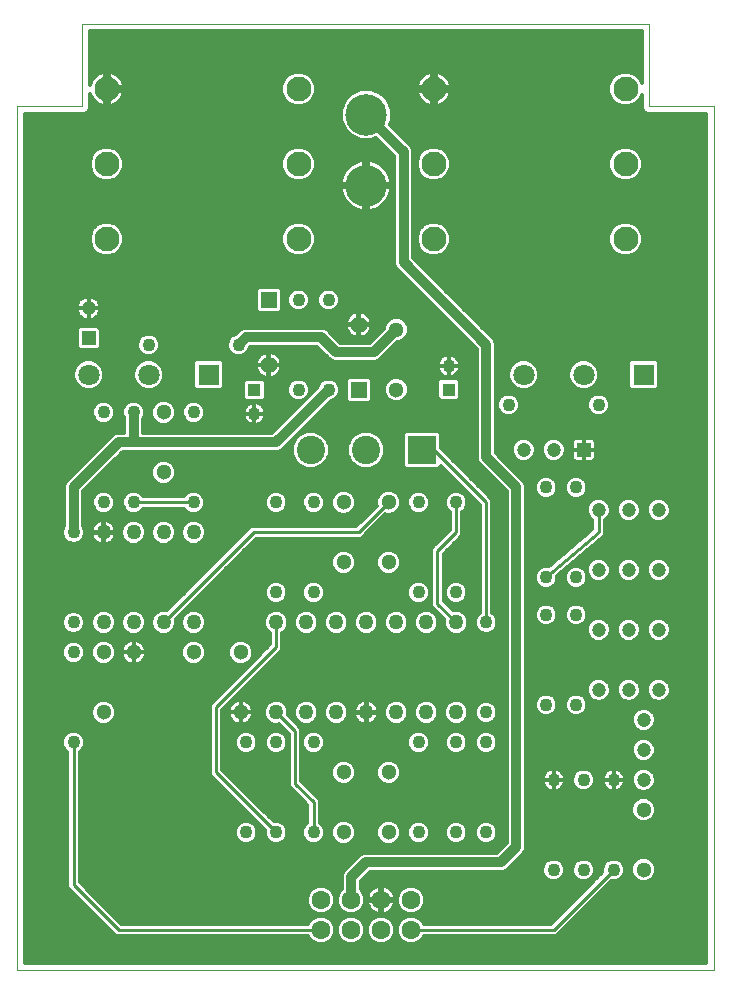
<source format=gtl>
G75*
%MOIN*%
%OFA0B0*%
%FSLAX25Y25*%
%IPPOS*%
%LPD*%
%AMOC8*
5,1,8,0,0,1.08239X$1,22.5*
%
%ADD10C,0.05118*%
%ADD11R,0.04331X0.04331*%
%ADD12C,0.04331*%
%ADD13R,0.07087X0.07087*%
%ADD14C,0.07087*%
%ADD15C,0.08268*%
%ADD16C,0.13843*%
%ADD17C,0.06299*%
%ADD18C,0.05512*%
%ADD19R,0.05512X0.05512*%
%ADD20R,0.04724X0.04724*%
%ADD21C,0.04724*%
%ADD22C,0.05000*%
%ADD23R,0.09449X0.09449*%
%ADD24C,0.09449*%
%ADD25C,0.00000*%
%ADD26C,0.03200*%
%ADD27C,0.01200*%
%ADD28C,0.03346*%
%ADD29C,0.01000*%
D10*
X0034100Y0121000D03*
X0034100Y0141000D03*
X0044100Y0141000D03*
X0064100Y0141000D03*
X0079850Y0141000D03*
X0079850Y0121000D03*
X0114100Y0101000D03*
X0114100Y0081000D03*
X0129100Y0081000D03*
X0129100Y0101000D03*
X0129100Y0171000D03*
X0129100Y0191000D03*
X0114100Y0191000D03*
X0114100Y0171000D03*
X0131600Y0228500D03*
X0131600Y0248500D03*
X0054100Y0221000D03*
X0054100Y0201000D03*
X0214100Y0088500D03*
X0214100Y0068500D03*
D11*
X0149095Y0228570D03*
X0084355Y0228430D03*
D12*
X0084352Y0220570D03*
X0099100Y0228500D03*
X0109100Y0228500D03*
X0109100Y0258500D03*
X0099100Y0258500D03*
X0079100Y0243500D03*
X0064100Y0221000D03*
X0049100Y0243500D03*
X0044100Y0221000D03*
X0034100Y0221000D03*
X0034100Y0191000D03*
X0044100Y0191000D03*
X0064100Y0191000D03*
X0091600Y0191000D03*
X0104100Y0191000D03*
X0104100Y0161000D03*
X0091600Y0161000D03*
X0091600Y0111000D03*
X0081600Y0111000D03*
X0104100Y0111000D03*
X0104100Y0081000D03*
X0091600Y0081000D03*
X0081600Y0081000D03*
X0139100Y0081000D03*
X0151600Y0081000D03*
X0161600Y0081000D03*
X0184100Y0068500D03*
X0194100Y0068500D03*
X0204100Y0068500D03*
X0204100Y0098500D03*
X0194100Y0098500D03*
X0184100Y0098500D03*
X0181600Y0123500D03*
X0191600Y0123500D03*
X0191600Y0153500D03*
X0181600Y0153500D03*
X0181600Y0166000D03*
X0191600Y0166000D03*
X0191600Y0196000D03*
X0181600Y0196000D03*
X0169100Y0223500D03*
X0149098Y0236430D03*
X0151600Y0191000D03*
X0139100Y0191000D03*
X0139100Y0161000D03*
X0151600Y0161000D03*
X0161600Y0151000D03*
X0161600Y0121000D03*
X0161600Y0111000D03*
X0151600Y0111000D03*
X0139100Y0111000D03*
X0199100Y0223500D03*
X0024100Y0181000D03*
X0024100Y0151000D03*
X0024100Y0141000D03*
X0024100Y0111000D03*
D13*
X0069100Y0233563D03*
X0214100Y0233563D03*
D14*
X0194100Y0233563D03*
X0174100Y0233563D03*
X0049100Y0233563D03*
X0029100Y0233563D03*
D15*
X0035151Y0278750D03*
X0035151Y0303750D03*
X0035151Y0328750D03*
X0099049Y0328750D03*
X0099049Y0303750D03*
X0099049Y0278750D03*
X0144151Y0278750D03*
X0144151Y0303750D03*
X0144151Y0328750D03*
X0208049Y0328750D03*
X0208049Y0303750D03*
X0208049Y0278750D03*
D16*
X0121600Y0296588D03*
X0121600Y0320210D03*
D17*
X0116600Y0058500D03*
X0116600Y0048500D03*
X0106600Y0048500D03*
X0106600Y0058500D03*
X0126600Y0058500D03*
X0126600Y0048500D03*
X0136600Y0048500D03*
X0136600Y0058500D03*
D18*
X0089100Y0236750D03*
X0119100Y0250250D03*
D19*
X0119100Y0228500D03*
X0089100Y0258500D03*
D20*
X0029100Y0245750D03*
X0194100Y0208500D03*
D21*
X0184100Y0208500D03*
X0174100Y0208500D03*
X0199100Y0188500D03*
X0209100Y0188500D03*
X0219100Y0188500D03*
X0219100Y0168500D03*
X0209100Y0168500D03*
X0199100Y0168500D03*
X0199100Y0148500D03*
X0209100Y0148500D03*
X0219100Y0148500D03*
X0219100Y0128500D03*
X0214100Y0118500D03*
X0214100Y0108500D03*
X0214100Y0098500D03*
X0209100Y0128500D03*
X0199100Y0128500D03*
X0029100Y0255750D03*
D22*
X0034100Y0181000D03*
X0044100Y0181000D03*
X0054100Y0181000D03*
X0064100Y0181000D03*
X0064100Y0151000D03*
X0054100Y0151000D03*
X0044100Y0151000D03*
X0034100Y0151000D03*
X0091600Y0151000D03*
X0101600Y0151000D03*
X0111600Y0151000D03*
X0121600Y0151000D03*
X0131600Y0151000D03*
X0141600Y0151000D03*
X0151600Y0151000D03*
X0151600Y0121000D03*
X0141600Y0121000D03*
X0131600Y0121000D03*
X0121600Y0121000D03*
X0111600Y0121000D03*
X0101600Y0121000D03*
X0091600Y0121000D03*
D23*
X0140100Y0208500D03*
D24*
X0121600Y0208500D03*
X0103100Y0208500D03*
D25*
X0005350Y0035000D02*
X0237633Y0035000D01*
X0237633Y0323031D01*
X0215980Y0323031D01*
X0215980Y0350591D01*
X0027004Y0350591D01*
X0027004Y0323031D01*
X0005350Y0323031D01*
X0005350Y0035000D01*
D26*
X0024100Y0181000D02*
X0024100Y0196000D01*
X0039100Y0211000D01*
X0044100Y0211000D01*
X0091600Y0211000D01*
X0109100Y0228500D01*
X0111600Y0241000D02*
X0124100Y0241000D01*
X0131600Y0248500D01*
X0134100Y0271000D02*
X0134100Y0307710D01*
X0121600Y0320210D01*
X0134100Y0271000D02*
X0161600Y0243500D01*
X0161600Y0206000D01*
X0171600Y0196000D01*
X0171600Y0076000D01*
X0166600Y0071000D01*
X0121600Y0071000D01*
X0116600Y0066000D01*
X0116600Y0058500D01*
X0044100Y0211000D02*
X0044100Y0221000D01*
X0079100Y0243500D02*
X0081600Y0246000D01*
X0106600Y0246000D01*
X0111600Y0241000D01*
D27*
X0109592Y0238483D02*
X0093106Y0238483D01*
X0093137Y0238422D02*
X0092825Y0239033D01*
X0092422Y0239588D01*
X0091938Y0240072D01*
X0091383Y0240475D01*
X0090772Y0240787D01*
X0090120Y0240999D01*
X0089443Y0241106D01*
X0089189Y0241106D01*
X0089189Y0236839D01*
X0089011Y0236839D01*
X0089011Y0241106D01*
X0088757Y0241106D01*
X0088080Y0240999D01*
X0087428Y0240787D01*
X0086817Y0240475D01*
X0086262Y0240072D01*
X0085777Y0239588D01*
X0085374Y0239033D01*
X0085063Y0238422D01*
X0084851Y0237770D01*
X0084744Y0237093D01*
X0084744Y0236839D01*
X0089011Y0236839D01*
X0089011Y0236661D01*
X0084744Y0236661D01*
X0084744Y0236407D01*
X0084851Y0235730D01*
X0085063Y0235078D01*
X0085374Y0234467D01*
X0085777Y0233912D01*
X0086262Y0233427D01*
X0086817Y0233024D01*
X0087428Y0232713D01*
X0088080Y0232501D01*
X0088757Y0232394D01*
X0089011Y0232394D01*
X0089011Y0236661D01*
X0089189Y0236661D01*
X0089189Y0236839D01*
X0093456Y0236839D01*
X0093456Y0237093D01*
X0093349Y0237770D01*
X0093137Y0238422D01*
X0093426Y0237284D02*
X0145428Y0237284D01*
X0145477Y0237528D02*
X0145332Y0236801D01*
X0145332Y0236430D01*
X0149097Y0236430D01*
X0145332Y0236430D01*
X0145332Y0236059D01*
X0145477Y0235332D01*
X0145761Y0234646D01*
X0146173Y0234030D01*
X0146697Y0233505D01*
X0147314Y0233093D01*
X0147999Y0232809D01*
X0148727Y0232665D01*
X0149097Y0232665D01*
X0149097Y0236430D01*
X0149097Y0236430D01*
X0149097Y0240195D01*
X0148727Y0240195D01*
X0147999Y0240051D01*
X0147314Y0239767D01*
X0146697Y0239355D01*
X0146173Y0238830D01*
X0145761Y0238214D01*
X0145477Y0237528D01*
X0145941Y0238483D02*
X0126108Y0238483D01*
X0125913Y0238287D02*
X0131966Y0244341D01*
X0132427Y0244341D01*
X0133956Y0244974D01*
X0135126Y0246144D01*
X0135759Y0247673D01*
X0135759Y0249327D01*
X0135126Y0250856D01*
X0133956Y0252026D01*
X0132427Y0252659D01*
X0130773Y0252659D01*
X0129244Y0252026D01*
X0128074Y0250856D01*
X0127441Y0249327D01*
X0127441Y0248866D01*
X0122775Y0244200D01*
X0112925Y0244200D01*
X0108413Y0248713D01*
X0107237Y0249200D01*
X0080963Y0249200D01*
X0079787Y0248713D01*
X0078887Y0247813D01*
X0078332Y0247257D01*
X0076967Y0246692D01*
X0075908Y0245633D01*
X0075335Y0244249D01*
X0075335Y0242751D01*
X0075908Y0241367D01*
X0076967Y0240308D01*
X0078351Y0239735D01*
X0079849Y0239735D01*
X0081233Y0240308D01*
X0082292Y0241367D01*
X0082857Y0242732D01*
X0082925Y0242800D01*
X0105275Y0242800D01*
X0108887Y0239187D01*
X0109787Y0238287D01*
X0110963Y0237800D01*
X0124737Y0237800D01*
X0125913Y0238287D01*
X0127307Y0239681D02*
X0147186Y0239681D01*
X0149097Y0239681D02*
X0149098Y0239681D01*
X0149098Y0240195D02*
X0149098Y0236430D01*
X0152863Y0236430D01*
X0152863Y0236801D01*
X0152718Y0237528D01*
X0152434Y0238214D01*
X0152022Y0238830D01*
X0151498Y0239355D01*
X0150881Y0239767D01*
X0150196Y0240051D01*
X0149468Y0240195D01*
X0149098Y0240195D01*
X0149097Y0238483D02*
X0149098Y0238483D01*
X0149097Y0237284D02*
X0149098Y0237284D01*
X0149098Y0236430D02*
X0149097Y0236430D01*
X0149098Y0236430D01*
X0149098Y0236430D01*
X0152863Y0236430D01*
X0152863Y0236059D01*
X0152718Y0235332D01*
X0152434Y0234646D01*
X0152022Y0234030D01*
X0151498Y0233505D01*
X0150881Y0233093D01*
X0150196Y0232809D01*
X0149468Y0232665D01*
X0149098Y0232665D01*
X0149098Y0236430D01*
X0149097Y0236086D02*
X0149098Y0236086D01*
X0149097Y0234887D02*
X0149098Y0234887D01*
X0149097Y0233689D02*
X0149098Y0233689D01*
X0151681Y0233689D02*
X0158400Y0233689D01*
X0158400Y0234887D02*
X0152534Y0234887D01*
X0152863Y0236086D02*
X0158400Y0236086D01*
X0158400Y0237284D02*
X0152767Y0237284D01*
X0152255Y0238483D02*
X0158400Y0238483D01*
X0158400Y0239681D02*
X0151009Y0239681D01*
X0154901Y0245674D02*
X0134655Y0245674D01*
X0135427Y0246872D02*
X0153702Y0246872D01*
X0152504Y0248071D02*
X0135759Y0248071D01*
X0135759Y0249269D02*
X0151305Y0249269D01*
X0150107Y0250468D02*
X0135287Y0250468D01*
X0134315Y0251666D02*
X0148908Y0251666D01*
X0147710Y0252865D02*
X0122584Y0252865D01*
X0122422Y0253088D02*
X0121938Y0253572D01*
X0121383Y0253975D01*
X0120772Y0254287D01*
X0120120Y0254499D01*
X0119443Y0254606D01*
X0119189Y0254606D01*
X0119189Y0250339D01*
X0119011Y0250339D01*
X0119011Y0254606D01*
X0118757Y0254606D01*
X0118080Y0254499D01*
X0117428Y0254287D01*
X0116817Y0253975D01*
X0116262Y0253572D01*
X0115777Y0253088D01*
X0115374Y0252533D01*
X0115063Y0251922D01*
X0114851Y0251270D01*
X0114744Y0250593D01*
X0114744Y0250339D01*
X0119011Y0250339D01*
X0119011Y0250161D01*
X0114744Y0250161D01*
X0114744Y0249907D01*
X0114851Y0249230D01*
X0115063Y0248578D01*
X0115374Y0247967D01*
X0115777Y0247412D01*
X0116262Y0246927D01*
X0116817Y0246524D01*
X0117428Y0246213D01*
X0118080Y0246001D01*
X0118757Y0245894D01*
X0119011Y0245894D01*
X0119011Y0250161D01*
X0119189Y0250161D01*
X0119189Y0250339D01*
X0123456Y0250339D01*
X0123456Y0250593D01*
X0123349Y0251270D01*
X0123137Y0251922D01*
X0122825Y0252533D01*
X0122422Y0253088D01*
X0121211Y0254063D02*
X0146511Y0254063D01*
X0145313Y0255262D02*
X0111122Y0255262D01*
X0111233Y0255308D02*
X0112292Y0256367D01*
X0112865Y0257751D01*
X0112865Y0259249D01*
X0112292Y0260633D01*
X0111233Y0261692D01*
X0109849Y0262265D01*
X0108351Y0262265D01*
X0106967Y0261692D01*
X0105908Y0260633D01*
X0105335Y0259249D01*
X0105335Y0257751D01*
X0105908Y0256367D01*
X0106967Y0255308D01*
X0108351Y0254735D01*
X0109849Y0254735D01*
X0111233Y0255308D01*
X0112331Y0256460D02*
X0144114Y0256460D01*
X0142916Y0257659D02*
X0112827Y0257659D01*
X0112865Y0258857D02*
X0141717Y0258857D01*
X0140519Y0260056D02*
X0112531Y0260056D01*
X0111671Y0261254D02*
X0139320Y0261254D01*
X0138122Y0262453D02*
X0092922Y0262453D01*
X0092519Y0262856D02*
X0085681Y0262856D01*
X0084744Y0261919D01*
X0084744Y0255081D01*
X0085681Y0254144D01*
X0092519Y0254144D01*
X0093456Y0255081D01*
X0093456Y0261919D01*
X0092519Y0262856D01*
X0093456Y0261254D02*
X0096529Y0261254D01*
X0096967Y0261692D02*
X0095908Y0260633D01*
X0095335Y0259249D01*
X0095335Y0257751D01*
X0095908Y0256367D01*
X0096967Y0255308D01*
X0098351Y0254735D01*
X0099849Y0254735D01*
X0101233Y0255308D01*
X0102292Y0256367D01*
X0102865Y0257751D01*
X0102865Y0259249D01*
X0102292Y0260633D01*
X0101233Y0261692D01*
X0099849Y0262265D01*
X0098351Y0262265D01*
X0096967Y0261692D01*
X0095669Y0260056D02*
X0093456Y0260056D01*
X0093456Y0258857D02*
X0095335Y0258857D01*
X0095373Y0257659D02*
X0093456Y0257659D01*
X0093456Y0256460D02*
X0095869Y0256460D01*
X0097078Y0255262D02*
X0093456Y0255262D01*
X0101122Y0255262D02*
X0107078Y0255262D01*
X0105869Y0256460D02*
X0102331Y0256460D01*
X0102827Y0257659D02*
X0105373Y0257659D01*
X0105335Y0258857D02*
X0102865Y0258857D01*
X0102531Y0260056D02*
X0105669Y0260056D01*
X0106529Y0261254D02*
X0101671Y0261254D01*
X0100189Y0273016D02*
X0097908Y0273016D01*
X0095801Y0273889D01*
X0094188Y0275502D01*
X0093315Y0277609D01*
X0093315Y0279891D01*
X0094188Y0281998D01*
X0095801Y0283611D01*
X0097908Y0284484D01*
X0100189Y0284484D01*
X0102297Y0283611D01*
X0103910Y0281998D01*
X0104783Y0279891D01*
X0104783Y0277609D01*
X0103910Y0275502D01*
X0102297Y0273889D01*
X0100189Y0273016D01*
X0100729Y0273239D02*
X0130900Y0273239D01*
X0130900Y0272041D02*
X0007950Y0272041D01*
X0007950Y0273239D02*
X0033471Y0273239D01*
X0034011Y0273016D02*
X0036292Y0273016D01*
X0038399Y0273889D01*
X0040012Y0275502D01*
X0040885Y0277609D01*
X0040885Y0279891D01*
X0040012Y0281998D01*
X0038399Y0283611D01*
X0036292Y0284484D01*
X0034011Y0284484D01*
X0031903Y0283611D01*
X0030290Y0281998D01*
X0029417Y0279891D01*
X0029417Y0277609D01*
X0030290Y0275502D01*
X0031903Y0273889D01*
X0034011Y0273016D01*
X0031354Y0274438D02*
X0007950Y0274438D01*
X0007950Y0275637D02*
X0030235Y0275637D01*
X0029738Y0276835D02*
X0007950Y0276835D01*
X0007950Y0278034D02*
X0029417Y0278034D01*
X0029417Y0279232D02*
X0007950Y0279232D01*
X0007950Y0280431D02*
X0029641Y0280431D01*
X0030137Y0281629D02*
X0007950Y0281629D01*
X0007950Y0282828D02*
X0031120Y0282828D01*
X0032905Y0284026D02*
X0007950Y0284026D01*
X0007950Y0285225D02*
X0130900Y0285225D01*
X0130900Y0286423D02*
X0007950Y0286423D01*
X0007950Y0287622D02*
X0130900Y0287622D01*
X0130900Y0288820D02*
X0125114Y0288820D01*
X0125377Y0288929D02*
X0126344Y0289488D01*
X0127230Y0290168D01*
X0128020Y0290957D01*
X0128700Y0291844D01*
X0129259Y0292811D01*
X0129686Y0293843D01*
X0129975Y0294922D01*
X0130116Y0295988D01*
X0122200Y0295988D01*
X0122200Y0297188D01*
X0121000Y0297188D01*
X0121000Y0305104D01*
X0119934Y0304963D01*
X0118855Y0304674D01*
X0117823Y0304247D01*
X0116856Y0303688D01*
X0115969Y0303008D01*
X0115180Y0302218D01*
X0114500Y0301332D01*
X0113941Y0300365D01*
X0113514Y0299333D01*
X0113225Y0298254D01*
X0113084Y0297188D01*
X0121000Y0297188D01*
X0121000Y0295988D01*
X0113084Y0295988D01*
X0113225Y0294922D01*
X0113514Y0293843D01*
X0113941Y0292811D01*
X0114500Y0291844D01*
X0115180Y0290957D01*
X0115969Y0290168D01*
X0116856Y0289488D01*
X0117823Y0288929D01*
X0118855Y0288502D01*
X0119934Y0288213D01*
X0121000Y0288072D01*
X0121000Y0295988D01*
X0122200Y0295988D01*
X0122200Y0288072D01*
X0123266Y0288213D01*
X0124345Y0288502D01*
X0125377Y0288929D01*
X0127036Y0290019D02*
X0130900Y0290019D01*
X0130900Y0291217D02*
X0128220Y0291217D01*
X0129031Y0292416D02*
X0130900Y0292416D01*
X0130900Y0293614D02*
X0129592Y0293614D01*
X0129946Y0294813D02*
X0130900Y0294813D01*
X0130900Y0296011D02*
X0122200Y0296011D01*
X0122200Y0297188D02*
X0130116Y0297188D01*
X0129975Y0298254D01*
X0129686Y0299333D01*
X0129259Y0300365D01*
X0128700Y0301332D01*
X0128020Y0302218D01*
X0127230Y0303008D01*
X0126344Y0303688D01*
X0125377Y0304247D01*
X0124345Y0304674D01*
X0123266Y0304963D01*
X0122200Y0305104D01*
X0122200Y0297188D01*
X0122200Y0297210D02*
X0121000Y0297210D01*
X0121000Y0298408D02*
X0122200Y0298408D01*
X0122200Y0299607D02*
X0121000Y0299607D01*
X0121000Y0300805D02*
X0122200Y0300805D01*
X0122200Y0302004D02*
X0121000Y0302004D01*
X0121000Y0303202D02*
X0122200Y0303202D01*
X0122200Y0304401D02*
X0121000Y0304401D01*
X0118195Y0304401D02*
X0104783Y0304401D01*
X0104783Y0304891D02*
X0103910Y0306998D01*
X0102297Y0308611D01*
X0100189Y0309484D01*
X0097908Y0309484D01*
X0095801Y0308611D01*
X0094188Y0306998D01*
X0093315Y0304891D01*
X0093315Y0302609D01*
X0094188Y0300502D01*
X0095801Y0298889D01*
X0097908Y0298016D01*
X0100189Y0298016D01*
X0102297Y0298889D01*
X0103910Y0300502D01*
X0104783Y0302609D01*
X0104783Y0304891D01*
X0104489Y0305599D02*
X0130900Y0305599D01*
X0130900Y0306385D02*
X0130900Y0270363D01*
X0131387Y0269187D01*
X0132287Y0268287D01*
X0158400Y0242175D01*
X0158400Y0205363D01*
X0158887Y0204187D01*
X0159787Y0203287D01*
X0168400Y0194675D01*
X0168400Y0077325D01*
X0165275Y0074200D01*
X0120963Y0074200D01*
X0119787Y0073713D01*
X0118887Y0072813D01*
X0113887Y0067813D01*
X0113400Y0066637D01*
X0113400Y0062017D01*
X0112573Y0061190D01*
X0111850Y0059445D01*
X0111850Y0057555D01*
X0112573Y0055810D01*
X0113910Y0054473D01*
X0115655Y0053750D01*
X0117545Y0053750D01*
X0119290Y0054473D01*
X0120627Y0055810D01*
X0121350Y0057555D01*
X0121350Y0059445D01*
X0120627Y0061190D01*
X0119800Y0062017D01*
X0119800Y0064675D01*
X0122925Y0067800D01*
X0167237Y0067800D01*
X0168413Y0068287D01*
X0173413Y0073287D01*
X0174313Y0074187D01*
X0174800Y0075363D01*
X0174800Y0196637D01*
X0174313Y0197813D01*
X0164800Y0207325D01*
X0164800Y0244137D01*
X0164313Y0245313D01*
X0137300Y0272325D01*
X0137300Y0308347D01*
X0136813Y0309523D01*
X0129447Y0316888D01*
X0130121Y0318515D01*
X0130121Y0321905D01*
X0128824Y0325037D01*
X0126427Y0327434D01*
X0123295Y0328731D01*
X0119905Y0328731D01*
X0116773Y0327434D01*
X0114376Y0325037D01*
X0113079Y0321905D01*
X0113079Y0318515D01*
X0114376Y0315383D01*
X0116773Y0312986D01*
X0119905Y0311689D01*
X0123295Y0311689D01*
X0124922Y0312363D01*
X0130900Y0306385D01*
X0130487Y0306798D02*
X0103993Y0306798D01*
X0102911Y0307996D02*
X0129288Y0307996D01*
X0128090Y0309195D02*
X0100887Y0309195D01*
X0097211Y0309195D02*
X0036989Y0309195D01*
X0036292Y0309484D02*
X0038399Y0308611D01*
X0040012Y0306998D01*
X0040885Y0304891D01*
X0040885Y0302609D01*
X0040012Y0300502D01*
X0038399Y0298889D01*
X0036292Y0298016D01*
X0034011Y0298016D01*
X0031903Y0298889D01*
X0030290Y0300502D01*
X0029417Y0302609D01*
X0029417Y0304891D01*
X0030290Y0306998D01*
X0031903Y0308611D01*
X0034011Y0309484D01*
X0036292Y0309484D01*
X0033313Y0309195D02*
X0007950Y0309195D01*
X0007950Y0310393D02*
X0126891Y0310393D01*
X0125693Y0311592D02*
X0007950Y0311592D01*
X0007950Y0312790D02*
X0117246Y0312790D01*
X0115770Y0313989D02*
X0007950Y0313989D01*
X0007950Y0315187D02*
X0114572Y0315187D01*
X0113961Y0316386D02*
X0007950Y0316386D01*
X0007950Y0317584D02*
X0113464Y0317584D01*
X0113079Y0318783D02*
X0007950Y0318783D01*
X0007950Y0319981D02*
X0113079Y0319981D01*
X0113079Y0321180D02*
X0028829Y0321180D01*
X0028476Y0320827D02*
X0029208Y0321559D01*
X0029604Y0322514D01*
X0029604Y0327269D01*
X0029837Y0326549D01*
X0030247Y0325745D01*
X0030778Y0325015D01*
X0031416Y0324376D01*
X0032146Y0323846D01*
X0032950Y0323436D01*
X0033808Y0323157D01*
X0034551Y0323040D01*
X0034551Y0328150D01*
X0035751Y0328150D01*
X0035751Y0323040D01*
X0036494Y0323157D01*
X0037352Y0323436D01*
X0038156Y0323846D01*
X0038887Y0324376D01*
X0039525Y0325015D01*
X0040055Y0325745D01*
X0040465Y0326549D01*
X0040744Y0327407D01*
X0040861Y0328150D01*
X0035751Y0328150D01*
X0035751Y0329350D01*
X0034551Y0329350D01*
X0034551Y0334460D01*
X0033808Y0334343D01*
X0032950Y0334064D01*
X0032146Y0333654D01*
X0031416Y0333124D01*
X0030778Y0332485D01*
X0030247Y0331755D01*
X0029837Y0330951D01*
X0029604Y0330231D01*
X0029604Y0347991D01*
X0213380Y0347991D01*
X0213380Y0330863D01*
X0212910Y0331998D01*
X0211297Y0333611D01*
X0209189Y0334484D01*
X0206908Y0334484D01*
X0204801Y0333611D01*
X0203188Y0331998D01*
X0202315Y0329891D01*
X0202315Y0327609D01*
X0203188Y0325502D01*
X0204801Y0323889D01*
X0206908Y0323016D01*
X0209189Y0323016D01*
X0211297Y0323889D01*
X0212910Y0325502D01*
X0213380Y0326637D01*
X0213380Y0322514D01*
X0213776Y0321559D01*
X0214507Y0320827D01*
X0215463Y0320431D01*
X0235033Y0320431D01*
X0235033Y0037600D01*
X0007950Y0037600D01*
X0007950Y0320431D01*
X0027521Y0320431D01*
X0028476Y0320827D01*
X0029547Y0322378D02*
X0113275Y0322378D01*
X0113771Y0323577D02*
X0101543Y0323577D01*
X0102297Y0323889D02*
X0100189Y0323016D01*
X0097908Y0323016D01*
X0095801Y0323889D01*
X0094188Y0325502D01*
X0093315Y0327609D01*
X0093315Y0329891D01*
X0094188Y0331998D01*
X0095801Y0333611D01*
X0097908Y0334484D01*
X0100189Y0334484D01*
X0102297Y0333611D01*
X0103910Y0331998D01*
X0104783Y0329891D01*
X0104783Y0327609D01*
X0103910Y0325502D01*
X0102297Y0323889D01*
X0103183Y0324775D02*
X0114268Y0324775D01*
X0115313Y0325974D02*
X0104105Y0325974D01*
X0104602Y0327172D02*
X0116512Y0327172D01*
X0119035Y0328371D02*
X0104783Y0328371D01*
X0104783Y0329570D02*
X0138476Y0329570D01*
X0138441Y0329350D02*
X0143551Y0329350D01*
X0143551Y0328150D01*
X0138441Y0328150D01*
X0138559Y0327407D01*
X0138837Y0326549D01*
X0139247Y0325745D01*
X0139778Y0325015D01*
X0140416Y0324376D01*
X0141146Y0323846D01*
X0141950Y0323436D01*
X0142808Y0323157D01*
X0143551Y0323040D01*
X0143551Y0328150D01*
X0144751Y0328150D01*
X0144751Y0323040D01*
X0145494Y0323157D01*
X0146352Y0323436D01*
X0147156Y0323846D01*
X0147887Y0324376D01*
X0148525Y0325015D01*
X0149055Y0325745D01*
X0149465Y0326549D01*
X0149744Y0327407D01*
X0149861Y0328150D01*
X0144751Y0328150D01*
X0144751Y0329350D01*
X0143551Y0329350D01*
X0143551Y0334460D01*
X0142808Y0334343D01*
X0141950Y0334064D01*
X0141146Y0333654D01*
X0140416Y0333124D01*
X0139778Y0332485D01*
X0139247Y0331755D01*
X0138837Y0330951D01*
X0138559Y0330093D01*
X0138441Y0329350D01*
X0138778Y0330768D02*
X0104419Y0330768D01*
X0103923Y0331967D02*
X0139401Y0331967D01*
X0140473Y0333165D02*
X0102743Y0333165D01*
X0100480Y0334364D02*
X0142940Y0334364D01*
X0143551Y0334364D02*
X0144751Y0334364D01*
X0144751Y0334460D02*
X0144751Y0329350D01*
X0149861Y0329350D01*
X0149744Y0330093D01*
X0149465Y0330951D01*
X0149055Y0331755D01*
X0148525Y0332485D01*
X0147887Y0333124D01*
X0147156Y0333654D01*
X0146352Y0334064D01*
X0145494Y0334343D01*
X0144751Y0334460D01*
X0145362Y0334364D02*
X0206618Y0334364D01*
X0204355Y0333165D02*
X0147829Y0333165D01*
X0148902Y0331967D02*
X0203175Y0331967D01*
X0202678Y0330768D02*
X0149524Y0330768D01*
X0149827Y0329570D02*
X0202315Y0329570D01*
X0202315Y0328371D02*
X0144751Y0328371D01*
X0144751Y0327172D02*
X0143551Y0327172D01*
X0143551Y0325974D02*
X0144751Y0325974D01*
X0144751Y0324775D02*
X0143551Y0324775D01*
X0143551Y0323577D02*
X0144751Y0323577D01*
X0146628Y0323577D02*
X0205554Y0323577D01*
X0203914Y0324775D02*
X0148286Y0324775D01*
X0149172Y0325974D02*
X0202992Y0325974D01*
X0202496Y0327172D02*
X0149668Y0327172D01*
X0144751Y0329570D02*
X0143551Y0329570D01*
X0143551Y0330768D02*
X0144751Y0330768D01*
X0144751Y0331967D02*
X0143551Y0331967D01*
X0143551Y0333165D02*
X0144751Y0333165D01*
X0143551Y0328371D02*
X0124165Y0328371D01*
X0126688Y0327172D02*
X0138635Y0327172D01*
X0139130Y0325974D02*
X0127887Y0325974D01*
X0128932Y0324775D02*
X0140017Y0324775D01*
X0141674Y0323577D02*
X0129429Y0323577D01*
X0129925Y0322378D02*
X0213436Y0322378D01*
X0213380Y0323577D02*
X0210543Y0323577D01*
X0212183Y0324775D02*
X0213380Y0324775D01*
X0213380Y0325974D02*
X0213105Y0325974D01*
X0212923Y0331967D02*
X0213380Y0331967D01*
X0213380Y0333165D02*
X0211743Y0333165D01*
X0213380Y0334364D02*
X0209480Y0334364D01*
X0213380Y0335562D02*
X0029604Y0335562D01*
X0029604Y0334364D02*
X0033940Y0334364D01*
X0034551Y0334364D02*
X0035751Y0334364D01*
X0035751Y0334460D02*
X0035751Y0329350D01*
X0040861Y0329350D01*
X0040744Y0330093D01*
X0040465Y0330951D01*
X0040055Y0331755D01*
X0039525Y0332485D01*
X0038887Y0333124D01*
X0038156Y0333654D01*
X0037352Y0334064D01*
X0036494Y0334343D01*
X0035751Y0334460D01*
X0036362Y0334364D02*
X0097618Y0334364D01*
X0095355Y0333165D02*
X0038829Y0333165D01*
X0039902Y0331967D02*
X0094175Y0331967D01*
X0093678Y0330768D02*
X0040524Y0330768D01*
X0040827Y0329570D02*
X0093315Y0329570D01*
X0093315Y0328371D02*
X0035751Y0328371D01*
X0035751Y0327172D02*
X0034551Y0327172D01*
X0034551Y0325974D02*
X0035751Y0325974D01*
X0035751Y0324775D02*
X0034551Y0324775D01*
X0034551Y0323577D02*
X0035751Y0323577D01*
X0037628Y0323577D02*
X0096554Y0323577D01*
X0094914Y0324775D02*
X0039286Y0324775D01*
X0040172Y0325974D02*
X0093992Y0325974D01*
X0093496Y0327172D02*
X0040668Y0327172D01*
X0035751Y0329570D02*
X0034551Y0329570D01*
X0034551Y0330768D02*
X0035751Y0330768D01*
X0035751Y0331967D02*
X0034551Y0331967D01*
X0034551Y0333165D02*
X0035751Y0333165D01*
X0031473Y0333165D02*
X0029604Y0333165D01*
X0029604Y0331967D02*
X0030401Y0331967D01*
X0029778Y0330768D02*
X0029604Y0330768D01*
X0029604Y0327172D02*
X0029635Y0327172D01*
X0029604Y0325974D02*
X0030130Y0325974D01*
X0029604Y0324775D02*
X0031017Y0324775D01*
X0029604Y0323577D02*
X0032674Y0323577D01*
X0029604Y0336761D02*
X0213380Y0336761D01*
X0213380Y0337959D02*
X0029604Y0337959D01*
X0029604Y0339158D02*
X0213380Y0339158D01*
X0213380Y0340356D02*
X0029604Y0340356D01*
X0029604Y0341555D02*
X0213380Y0341555D01*
X0213380Y0342753D02*
X0029604Y0342753D01*
X0029604Y0343952D02*
X0213380Y0343952D01*
X0213380Y0345150D02*
X0029604Y0345150D01*
X0029604Y0346349D02*
X0213380Y0346349D01*
X0213380Y0347547D02*
X0029604Y0347547D01*
X0031289Y0307996D02*
X0007950Y0307996D01*
X0007950Y0306798D02*
X0030207Y0306798D01*
X0029711Y0305599D02*
X0007950Y0305599D01*
X0007950Y0304401D02*
X0029417Y0304401D01*
X0029417Y0303202D02*
X0007950Y0303202D01*
X0007950Y0302004D02*
X0029668Y0302004D01*
X0030165Y0300805D02*
X0007950Y0300805D01*
X0007950Y0299607D02*
X0031186Y0299607D01*
X0033064Y0298408D02*
X0007950Y0298408D01*
X0007950Y0297210D02*
X0113087Y0297210D01*
X0113266Y0298408D02*
X0101136Y0298408D01*
X0103014Y0299607D02*
X0113627Y0299607D01*
X0114195Y0300805D02*
X0104035Y0300805D01*
X0104532Y0302004D02*
X0115015Y0302004D01*
X0116222Y0303202D02*
X0104783Y0303202D01*
X0113254Y0294813D02*
X0007950Y0294813D01*
X0007950Y0296011D02*
X0121000Y0296011D01*
X0121000Y0294813D02*
X0122200Y0294813D01*
X0122200Y0293614D02*
X0121000Y0293614D01*
X0121000Y0292416D02*
X0122200Y0292416D01*
X0122200Y0291217D02*
X0121000Y0291217D01*
X0121000Y0290019D02*
X0122200Y0290019D01*
X0122200Y0288820D02*
X0121000Y0288820D01*
X0118086Y0288820D02*
X0007950Y0288820D01*
X0007950Y0290019D02*
X0116164Y0290019D01*
X0114980Y0291217D02*
X0007950Y0291217D01*
X0007950Y0292416D02*
X0114169Y0292416D01*
X0113608Y0293614D02*
X0007950Y0293614D01*
X0007950Y0270842D02*
X0130900Y0270842D01*
X0131198Y0269644D02*
X0007950Y0269644D01*
X0007950Y0268445D02*
X0132129Y0268445D01*
X0133328Y0267247D02*
X0007950Y0267247D01*
X0007950Y0266048D02*
X0134526Y0266048D01*
X0135725Y0264850D02*
X0007950Y0264850D01*
X0007950Y0263651D02*
X0136923Y0263651D01*
X0141180Y0268445D02*
X0235033Y0268445D01*
X0235033Y0267247D02*
X0142379Y0267247D01*
X0143577Y0266048D02*
X0235033Y0266048D01*
X0235033Y0264850D02*
X0144776Y0264850D01*
X0145974Y0263651D02*
X0235033Y0263651D01*
X0235033Y0262453D02*
X0147173Y0262453D01*
X0148371Y0261254D02*
X0235033Y0261254D01*
X0235033Y0260056D02*
X0149570Y0260056D01*
X0150768Y0258857D02*
X0235033Y0258857D01*
X0235033Y0257659D02*
X0151967Y0257659D01*
X0153165Y0256460D02*
X0235033Y0256460D01*
X0235033Y0255262D02*
X0154364Y0255262D01*
X0155562Y0254063D02*
X0235033Y0254063D01*
X0235033Y0252865D02*
X0156761Y0252865D01*
X0157959Y0251666D02*
X0235033Y0251666D01*
X0235033Y0250468D02*
X0159158Y0250468D01*
X0160356Y0249269D02*
X0235033Y0249269D01*
X0235033Y0248071D02*
X0161555Y0248071D01*
X0162753Y0246872D02*
X0235033Y0246872D01*
X0235033Y0245674D02*
X0163952Y0245674D01*
X0164660Y0244475D02*
X0235033Y0244475D01*
X0235033Y0243277D02*
X0164800Y0243277D01*
X0164800Y0242078D02*
X0235033Y0242078D01*
X0235033Y0240880D02*
X0164800Y0240880D01*
X0164800Y0239681D02*
X0235033Y0239681D01*
X0235033Y0238483D02*
X0218530Y0238483D01*
X0218306Y0238706D02*
X0209894Y0238706D01*
X0208957Y0237769D01*
X0208957Y0229357D01*
X0209894Y0228420D01*
X0218306Y0228420D01*
X0219243Y0229357D01*
X0219243Y0237769D01*
X0218306Y0238706D01*
X0219243Y0237284D02*
X0235033Y0237284D01*
X0235033Y0236086D02*
X0219243Y0236086D01*
X0219243Y0234887D02*
X0235033Y0234887D01*
X0235033Y0233689D02*
X0219243Y0233689D01*
X0219243Y0232490D02*
X0235033Y0232490D01*
X0235033Y0231292D02*
X0219243Y0231292D01*
X0219243Y0230093D02*
X0235033Y0230093D01*
X0235033Y0228895D02*
X0218781Y0228895D01*
X0209419Y0228895D02*
X0196270Y0228895D01*
X0197013Y0229203D02*
X0195123Y0228420D01*
X0193077Y0228420D01*
X0191187Y0229203D01*
X0189740Y0230650D01*
X0188957Y0232540D01*
X0188957Y0234586D01*
X0189740Y0236476D01*
X0191187Y0237923D01*
X0193077Y0238706D01*
X0195123Y0238706D01*
X0197013Y0237923D01*
X0198460Y0236476D01*
X0199243Y0234586D01*
X0199243Y0232540D01*
X0198460Y0230650D01*
X0197013Y0229203D01*
X0197904Y0230093D02*
X0208957Y0230093D01*
X0208957Y0231292D02*
X0198726Y0231292D01*
X0199223Y0232490D02*
X0208957Y0232490D01*
X0208957Y0233689D02*
X0199243Y0233689D01*
X0199119Y0234887D02*
X0208957Y0234887D01*
X0208957Y0236086D02*
X0198622Y0236086D01*
X0197653Y0237284D02*
X0208957Y0237284D01*
X0209670Y0238483D02*
X0195663Y0238483D01*
X0192537Y0238483D02*
X0175663Y0238483D01*
X0175123Y0238706D02*
X0173077Y0238706D01*
X0171187Y0237923D01*
X0169740Y0236476D01*
X0168957Y0234586D01*
X0168957Y0232540D01*
X0169740Y0230650D01*
X0171187Y0229203D01*
X0173077Y0228420D01*
X0175123Y0228420D01*
X0177013Y0229203D01*
X0178460Y0230650D01*
X0179243Y0232540D01*
X0179243Y0234586D01*
X0178460Y0236476D01*
X0177013Y0237923D01*
X0175123Y0238706D01*
X0177653Y0237284D02*
X0190547Y0237284D01*
X0189578Y0236086D02*
X0178622Y0236086D01*
X0179119Y0234887D02*
X0189081Y0234887D01*
X0188957Y0233689D02*
X0179243Y0233689D01*
X0179223Y0232490D02*
X0188977Y0232490D01*
X0189474Y0231292D02*
X0178726Y0231292D01*
X0177904Y0230093D02*
X0190296Y0230093D01*
X0191930Y0228895D02*
X0176270Y0228895D01*
X0171930Y0228895D02*
X0164800Y0228895D01*
X0164800Y0230093D02*
X0170296Y0230093D01*
X0169474Y0231292D02*
X0164800Y0231292D01*
X0164800Y0232490D02*
X0168977Y0232490D01*
X0168957Y0233689D02*
X0164800Y0233689D01*
X0164800Y0234887D02*
X0169081Y0234887D01*
X0169578Y0236086D02*
X0164800Y0236086D01*
X0164800Y0237284D02*
X0170547Y0237284D01*
X0172537Y0238483D02*
X0164800Y0238483D01*
X0158400Y0240880D02*
X0128505Y0240880D01*
X0129704Y0242078D02*
X0158400Y0242078D01*
X0157298Y0243277D02*
X0130902Y0243277D01*
X0132751Y0244475D02*
X0156099Y0244475D01*
X0158400Y0232490D02*
X0132835Y0232490D01*
X0132427Y0232659D02*
X0130773Y0232659D01*
X0129244Y0232026D01*
X0128074Y0230856D01*
X0127441Y0229327D01*
X0127441Y0227673D01*
X0128074Y0226144D01*
X0129244Y0224974D01*
X0130773Y0224341D01*
X0132427Y0224341D01*
X0133956Y0224974D01*
X0135126Y0226144D01*
X0135759Y0227673D01*
X0135759Y0229327D01*
X0135126Y0230856D01*
X0133956Y0232026D01*
X0132427Y0232659D01*
X0130365Y0232490D02*
X0122884Y0232490D01*
X0122519Y0232856D02*
X0123456Y0231919D01*
X0123456Y0225081D01*
X0122519Y0224144D01*
X0115681Y0224144D01*
X0114744Y0225081D01*
X0114744Y0231919D01*
X0115681Y0232856D01*
X0122519Y0232856D01*
X0123456Y0231292D02*
X0128510Y0231292D01*
X0127758Y0230093D02*
X0123456Y0230093D01*
X0123456Y0228895D02*
X0127441Y0228895D01*
X0127441Y0227696D02*
X0123456Y0227696D01*
X0123456Y0226498D02*
X0127928Y0226498D01*
X0128919Y0225299D02*
X0123456Y0225299D01*
X0114744Y0225299D02*
X0111212Y0225299D01*
X0111233Y0225308D02*
X0112292Y0226367D01*
X0112865Y0227751D01*
X0112865Y0229249D01*
X0112292Y0230633D01*
X0111233Y0231692D01*
X0109849Y0232265D01*
X0108351Y0232265D01*
X0106967Y0231692D01*
X0105908Y0230633D01*
X0105343Y0229268D01*
X0090275Y0214200D01*
X0047300Y0214200D01*
X0047300Y0218886D01*
X0047865Y0220251D01*
X0047865Y0221749D01*
X0047292Y0223133D01*
X0046233Y0224192D01*
X0044849Y0224765D01*
X0043351Y0224765D01*
X0041967Y0224192D01*
X0040908Y0223133D01*
X0040335Y0221749D01*
X0040335Y0220251D01*
X0040900Y0218886D01*
X0040900Y0214200D01*
X0038463Y0214200D01*
X0037287Y0213713D01*
X0036387Y0212813D01*
X0021387Y0197813D01*
X0020900Y0196637D01*
X0020900Y0183114D01*
X0020335Y0181749D01*
X0020335Y0180251D01*
X0020908Y0178867D01*
X0021967Y0177808D01*
X0023351Y0177235D01*
X0024849Y0177235D01*
X0026233Y0177808D01*
X0027292Y0178867D01*
X0027865Y0180251D01*
X0027865Y0181749D01*
X0027300Y0183114D01*
X0027300Y0194675D01*
X0040425Y0207800D01*
X0092237Y0207800D01*
X0093413Y0208287D01*
X0109868Y0224743D01*
X0111233Y0225308D01*
X0112346Y0226498D02*
X0114744Y0226498D01*
X0114744Y0227696D02*
X0112843Y0227696D01*
X0112865Y0228895D02*
X0114744Y0228895D01*
X0114744Y0230093D02*
X0112516Y0230093D01*
X0111633Y0231292D02*
X0114744Y0231292D01*
X0115316Y0232490D02*
X0090049Y0232490D01*
X0090120Y0232501D02*
X0090772Y0232713D01*
X0091383Y0233024D01*
X0091938Y0233427D01*
X0092422Y0233912D01*
X0092825Y0234467D01*
X0093137Y0235078D01*
X0093349Y0235730D01*
X0093456Y0236407D01*
X0093456Y0236661D01*
X0089189Y0236661D01*
X0089189Y0232394D01*
X0089443Y0232394D01*
X0090120Y0232501D01*
X0089189Y0232490D02*
X0089011Y0232490D01*
X0088151Y0232490D02*
X0074243Y0232490D01*
X0074243Y0231292D02*
X0080623Y0231292D01*
X0080590Y0231258D02*
X0080590Y0225602D01*
X0081527Y0224665D01*
X0087183Y0224665D01*
X0088120Y0225602D01*
X0088120Y0231258D01*
X0087183Y0232195D01*
X0081527Y0232195D01*
X0080590Y0231258D01*
X0080590Y0230093D02*
X0074243Y0230093D01*
X0074243Y0229357D02*
X0074243Y0237769D01*
X0073306Y0238706D01*
X0064894Y0238706D01*
X0063957Y0237769D01*
X0063957Y0229357D01*
X0064894Y0228420D01*
X0073306Y0228420D01*
X0074243Y0229357D01*
X0073781Y0228895D02*
X0080590Y0228895D01*
X0080590Y0227696D02*
X0007950Y0227696D01*
X0007950Y0226498D02*
X0080590Y0226498D01*
X0080893Y0225299D02*
X0007950Y0225299D01*
X0007950Y0224101D02*
X0031876Y0224101D01*
X0031967Y0224192D02*
X0030908Y0223133D01*
X0030335Y0221749D01*
X0030335Y0220251D01*
X0030908Y0218867D01*
X0031967Y0217808D01*
X0033351Y0217235D01*
X0034849Y0217235D01*
X0036233Y0217808D01*
X0037292Y0218867D01*
X0037865Y0220251D01*
X0037865Y0221749D01*
X0037292Y0223133D01*
X0036233Y0224192D01*
X0034849Y0224765D01*
X0033351Y0224765D01*
X0031967Y0224192D01*
X0030812Y0222902D02*
X0007950Y0222902D01*
X0007950Y0221703D02*
X0030335Y0221703D01*
X0030335Y0220505D02*
X0007950Y0220505D01*
X0007950Y0219306D02*
X0030726Y0219306D01*
X0031667Y0218108D02*
X0007950Y0218108D01*
X0007950Y0216909D02*
X0040900Y0216909D01*
X0040900Y0215711D02*
X0007950Y0215711D01*
X0007950Y0214512D02*
X0040900Y0214512D01*
X0040900Y0218108D02*
X0036533Y0218108D01*
X0037474Y0219306D02*
X0040726Y0219306D01*
X0040335Y0220505D02*
X0037865Y0220505D01*
X0037865Y0221703D02*
X0040335Y0221703D01*
X0040812Y0222902D02*
X0037388Y0222902D01*
X0036324Y0224101D02*
X0041876Y0224101D01*
X0046324Y0224101D02*
X0051319Y0224101D01*
X0051744Y0224526D02*
X0050574Y0223356D01*
X0049941Y0221827D01*
X0049941Y0220173D01*
X0050574Y0218644D01*
X0051744Y0217474D01*
X0053273Y0216841D01*
X0054927Y0216841D01*
X0056456Y0217474D01*
X0057626Y0218644D01*
X0058259Y0220173D01*
X0058259Y0221827D01*
X0057626Y0223356D01*
X0056456Y0224526D01*
X0054927Y0225159D01*
X0053273Y0225159D01*
X0051744Y0224526D01*
X0050386Y0222902D02*
X0047388Y0222902D01*
X0047865Y0221703D02*
X0049941Y0221703D01*
X0049941Y0220505D02*
X0047865Y0220505D01*
X0047474Y0219306D02*
X0050300Y0219306D01*
X0051110Y0218108D02*
X0047300Y0218108D01*
X0047300Y0216909D02*
X0053107Y0216909D01*
X0055093Y0216909D02*
X0083455Y0216909D01*
X0083254Y0216949D02*
X0083982Y0216805D01*
X0084352Y0216805D01*
X0084352Y0220570D01*
X0080587Y0220570D01*
X0084352Y0220570D01*
X0084352Y0220570D01*
X0084352Y0224335D01*
X0083982Y0224335D01*
X0083254Y0224191D01*
X0082569Y0223907D01*
X0081952Y0223495D01*
X0081428Y0222970D01*
X0081016Y0222354D01*
X0080732Y0221668D01*
X0080587Y0220941D01*
X0080587Y0220570D01*
X0080587Y0220199D01*
X0080732Y0219472D01*
X0081016Y0218786D01*
X0081428Y0218170D01*
X0081952Y0217645D01*
X0082569Y0217233D01*
X0083254Y0216949D01*
X0084352Y0216909D02*
X0084353Y0216909D01*
X0084353Y0216805D02*
X0084723Y0216805D01*
X0085451Y0216949D01*
X0086136Y0217233D01*
X0086753Y0217645D01*
X0087277Y0218170D01*
X0087689Y0218786D01*
X0087973Y0219472D01*
X0088118Y0220199D01*
X0088118Y0220570D01*
X0088118Y0220941D01*
X0087973Y0221668D01*
X0087689Y0222354D01*
X0087277Y0222970D01*
X0086753Y0223495D01*
X0086136Y0223907D01*
X0085451Y0224191D01*
X0084723Y0224335D01*
X0084353Y0224335D01*
X0084353Y0220570D01*
X0088118Y0220570D01*
X0084353Y0220570D01*
X0084353Y0220570D01*
X0084352Y0220570D01*
X0084353Y0220570D01*
X0084353Y0216805D01*
X0085250Y0216909D02*
X0092984Y0216909D01*
X0091785Y0215711D02*
X0047300Y0215711D01*
X0047300Y0214512D02*
X0090587Y0214512D01*
X0087215Y0218108D02*
X0094182Y0218108D01*
X0095381Y0219306D02*
X0087905Y0219306D01*
X0088118Y0220505D02*
X0096580Y0220505D01*
X0097778Y0221703D02*
X0087959Y0221703D01*
X0087323Y0222902D02*
X0098977Y0222902D01*
X0100175Y0224101D02*
X0085668Y0224101D01*
X0084353Y0224101D02*
X0084352Y0224101D01*
X0084352Y0222902D02*
X0084353Y0222902D01*
X0084352Y0221703D02*
X0084353Y0221703D01*
X0084352Y0220505D02*
X0084353Y0220505D01*
X0084352Y0219306D02*
X0084353Y0219306D01*
X0084352Y0218108D02*
X0084353Y0218108D01*
X0081490Y0218108D02*
X0066533Y0218108D01*
X0066233Y0217808D02*
X0067292Y0218867D01*
X0067865Y0220251D01*
X0067865Y0221749D01*
X0067292Y0223133D01*
X0066233Y0224192D01*
X0064849Y0224765D01*
X0063351Y0224765D01*
X0061967Y0224192D01*
X0060908Y0223133D01*
X0060335Y0221749D01*
X0060335Y0220251D01*
X0060908Y0218867D01*
X0061967Y0217808D01*
X0063351Y0217235D01*
X0064849Y0217235D01*
X0066233Y0217808D01*
X0067474Y0219306D02*
X0080800Y0219306D01*
X0080587Y0220505D02*
X0067865Y0220505D01*
X0067865Y0221703D02*
X0080746Y0221703D01*
X0081382Y0222902D02*
X0067388Y0222902D01*
X0066324Y0224101D02*
X0083037Y0224101D01*
X0087817Y0225299D02*
X0096988Y0225299D01*
X0096967Y0225308D02*
X0098351Y0224735D01*
X0099849Y0224735D01*
X0101233Y0225308D01*
X0102292Y0226367D01*
X0102865Y0227751D01*
X0102865Y0229249D01*
X0102292Y0230633D01*
X0101233Y0231692D01*
X0099849Y0232265D01*
X0098351Y0232265D01*
X0096967Y0231692D01*
X0095908Y0230633D01*
X0095335Y0229249D01*
X0095335Y0227751D01*
X0095908Y0226367D01*
X0096967Y0225308D01*
X0095854Y0226498D02*
X0088120Y0226498D01*
X0088120Y0227696D02*
X0095357Y0227696D01*
X0095335Y0228895D02*
X0088120Y0228895D01*
X0088120Y0230093D02*
X0095684Y0230093D01*
X0096567Y0231292D02*
X0088087Y0231292D01*
X0089011Y0233689D02*
X0089189Y0233689D01*
X0089189Y0234887D02*
X0089011Y0234887D01*
X0089011Y0236086D02*
X0089189Y0236086D01*
X0089189Y0237284D02*
X0089011Y0237284D01*
X0089011Y0238483D02*
X0089189Y0238483D01*
X0089189Y0239681D02*
X0089011Y0239681D01*
X0089011Y0240880D02*
X0089189Y0240880D01*
X0090486Y0240880D02*
X0107195Y0240880D01*
X0105996Y0242078D02*
X0082587Y0242078D01*
X0081805Y0240880D02*
X0087714Y0240880D01*
X0085871Y0239681D02*
X0007950Y0239681D01*
X0007950Y0238483D02*
X0027537Y0238483D01*
X0028077Y0238706D02*
X0026187Y0237923D01*
X0024740Y0236476D01*
X0023957Y0234586D01*
X0023957Y0232540D01*
X0024740Y0230650D01*
X0026187Y0229203D01*
X0028077Y0228420D01*
X0030123Y0228420D01*
X0032013Y0229203D01*
X0033460Y0230650D01*
X0034243Y0232540D01*
X0034243Y0234586D01*
X0033460Y0236476D01*
X0032013Y0237923D01*
X0030123Y0238706D01*
X0028077Y0238706D01*
X0030663Y0238483D02*
X0047537Y0238483D01*
X0048077Y0238706D02*
X0046187Y0237923D01*
X0044740Y0236476D01*
X0043957Y0234586D01*
X0043957Y0232540D01*
X0044740Y0230650D01*
X0046187Y0229203D01*
X0048077Y0228420D01*
X0050123Y0228420D01*
X0052013Y0229203D01*
X0053460Y0230650D01*
X0054243Y0232540D01*
X0054243Y0234586D01*
X0053460Y0236476D01*
X0052013Y0237923D01*
X0050123Y0238706D01*
X0048077Y0238706D01*
X0048351Y0239735D02*
X0049849Y0239735D01*
X0051233Y0240308D01*
X0052292Y0241367D01*
X0052865Y0242751D01*
X0052865Y0244249D01*
X0052292Y0245633D01*
X0051233Y0246692D01*
X0049849Y0247265D01*
X0048351Y0247265D01*
X0046967Y0246692D01*
X0045908Y0245633D01*
X0045335Y0244249D01*
X0045335Y0242751D01*
X0045908Y0241367D01*
X0046967Y0240308D01*
X0048351Y0239735D01*
X0046395Y0240880D02*
X0007950Y0240880D01*
X0007950Y0242078D02*
X0025785Y0242078D01*
X0026075Y0241788D02*
X0032125Y0241788D01*
X0033062Y0242725D01*
X0033062Y0248775D01*
X0032125Y0249712D01*
X0026075Y0249712D01*
X0025138Y0248775D01*
X0025138Y0242725D01*
X0026075Y0241788D01*
X0025138Y0243277D02*
X0007950Y0243277D01*
X0007950Y0244475D02*
X0025138Y0244475D01*
X0025138Y0245674D02*
X0007950Y0245674D01*
X0007950Y0246872D02*
X0025138Y0246872D01*
X0025138Y0248071D02*
X0007950Y0248071D01*
X0007950Y0249269D02*
X0025632Y0249269D01*
X0027223Y0252239D02*
X0026574Y0252672D01*
X0026022Y0253224D01*
X0025589Y0253873D01*
X0025290Y0254594D01*
X0025138Y0255360D01*
X0025138Y0255750D01*
X0029100Y0255750D01*
X0029100Y0255750D01*
X0029100Y0259712D01*
X0029490Y0259712D01*
X0030256Y0259560D01*
X0030977Y0259261D01*
X0031626Y0258828D01*
X0032178Y0258276D01*
X0032611Y0257627D01*
X0032910Y0256906D01*
X0033062Y0256140D01*
X0033062Y0255750D01*
X0029100Y0255750D01*
X0029100Y0255750D01*
X0029100Y0255750D01*
X0029100Y0259712D01*
X0028710Y0259712D01*
X0027944Y0259560D01*
X0027223Y0259261D01*
X0026574Y0258828D01*
X0026022Y0258276D01*
X0025589Y0257627D01*
X0025290Y0256906D01*
X0025138Y0256140D01*
X0025138Y0255750D01*
X0029100Y0255750D01*
X0033062Y0255750D01*
X0033062Y0255360D01*
X0032910Y0254594D01*
X0032611Y0253873D01*
X0032178Y0253224D01*
X0031626Y0252672D01*
X0030977Y0252239D01*
X0030256Y0251940D01*
X0029490Y0251788D01*
X0029100Y0251788D01*
X0029100Y0255750D01*
X0029100Y0255750D01*
X0029100Y0251788D01*
X0028710Y0251788D01*
X0027944Y0251940D01*
X0027223Y0252239D01*
X0026382Y0252865D02*
X0007950Y0252865D01*
X0007950Y0254063D02*
X0025510Y0254063D01*
X0025157Y0255262D02*
X0007950Y0255262D01*
X0007950Y0256460D02*
X0025201Y0256460D01*
X0025610Y0257659D02*
X0007950Y0257659D01*
X0007950Y0258857D02*
X0026619Y0258857D01*
X0029100Y0258857D02*
X0029100Y0258857D01*
X0029100Y0257659D02*
X0029100Y0257659D01*
X0029100Y0256460D02*
X0029100Y0256460D01*
X0029100Y0255262D02*
X0029100Y0255262D01*
X0029100Y0254063D02*
X0029100Y0254063D01*
X0029100Y0252865D02*
X0029100Y0252865D01*
X0031818Y0252865D02*
X0115616Y0252865D01*
X0114980Y0251666D02*
X0007950Y0251666D01*
X0007950Y0250468D02*
X0114744Y0250468D01*
X0114845Y0249269D02*
X0032568Y0249269D01*
X0033062Y0248071D02*
X0079145Y0248071D01*
X0077402Y0246872D02*
X0050798Y0246872D01*
X0052251Y0245674D02*
X0075949Y0245674D01*
X0075428Y0244475D02*
X0052772Y0244475D01*
X0052865Y0243277D02*
X0075335Y0243277D01*
X0075613Y0242078D02*
X0052587Y0242078D01*
X0051805Y0240880D02*
X0076395Y0240880D01*
X0073530Y0238483D02*
X0085094Y0238483D01*
X0084774Y0237284D02*
X0074243Y0237284D01*
X0074243Y0236086D02*
X0084795Y0236086D01*
X0085160Y0234887D02*
X0074243Y0234887D01*
X0074243Y0233689D02*
X0086001Y0233689D01*
X0092199Y0233689D02*
X0146514Y0233689D01*
X0146267Y0232335D02*
X0145330Y0231398D01*
X0145330Y0225742D01*
X0146267Y0224805D01*
X0151923Y0224805D01*
X0152860Y0225742D01*
X0152860Y0231398D01*
X0151923Y0232335D01*
X0146267Y0232335D01*
X0145330Y0231292D02*
X0134690Y0231292D01*
X0135442Y0230093D02*
X0145330Y0230093D01*
X0145330Y0228895D02*
X0135759Y0228895D01*
X0135759Y0227696D02*
X0145330Y0227696D01*
X0145330Y0226498D02*
X0135272Y0226498D01*
X0134281Y0225299D02*
X0145773Y0225299D01*
X0145661Y0234887D02*
X0093040Y0234887D01*
X0093405Y0236086D02*
X0145332Y0236086D01*
X0152860Y0231292D02*
X0158400Y0231292D01*
X0158400Y0230093D02*
X0152860Y0230093D01*
X0152860Y0228895D02*
X0158400Y0228895D01*
X0158400Y0227696D02*
X0152860Y0227696D01*
X0152860Y0226498D02*
X0158400Y0226498D01*
X0158400Y0225299D02*
X0152417Y0225299D01*
X0158400Y0224101D02*
X0109226Y0224101D01*
X0108027Y0222902D02*
X0158400Y0222902D01*
X0158400Y0221703D02*
X0106829Y0221703D01*
X0105630Y0220505D02*
X0158400Y0220505D01*
X0158400Y0219306D02*
X0104432Y0219306D01*
X0103233Y0218108D02*
X0158400Y0218108D01*
X0158400Y0216909D02*
X0102035Y0216909D01*
X0100836Y0215711D02*
X0158400Y0215711D01*
X0158400Y0214512D02*
X0145799Y0214512D01*
X0145487Y0214824D02*
X0134713Y0214824D01*
X0133776Y0213887D01*
X0133776Y0203113D01*
X0134713Y0202176D01*
X0145487Y0202176D01*
X0146424Y0203113D01*
X0146424Y0203206D01*
X0159500Y0190130D01*
X0159500Y0154206D01*
X0159467Y0154192D01*
X0158408Y0153133D01*
X0157835Y0151749D01*
X0157835Y0150251D01*
X0158408Y0148867D01*
X0159467Y0147808D01*
X0160851Y0147235D01*
X0162349Y0147235D01*
X0163733Y0147808D01*
X0164792Y0148867D01*
X0165365Y0150251D01*
X0165365Y0151749D01*
X0164792Y0153133D01*
X0163733Y0154192D01*
X0163700Y0154206D01*
X0163700Y0191870D01*
X0162470Y0193100D01*
X0146424Y0209145D01*
X0146424Y0213887D01*
X0145487Y0214824D01*
X0146424Y0213314D02*
X0158400Y0213314D01*
X0158400Y0212115D02*
X0146424Y0212115D01*
X0146424Y0210917D02*
X0158400Y0210917D01*
X0158400Y0209718D02*
X0146424Y0209718D01*
X0147050Y0208520D02*
X0158400Y0208520D01*
X0158400Y0207321D02*
X0148248Y0207321D01*
X0149447Y0206123D02*
X0158400Y0206123D01*
X0158582Y0204924D02*
X0150645Y0204924D01*
X0151844Y0203726D02*
X0159349Y0203726D01*
X0160547Y0202527D02*
X0153043Y0202527D01*
X0154241Y0201329D02*
X0161746Y0201329D01*
X0162944Y0200130D02*
X0155440Y0200130D01*
X0156638Y0198932D02*
X0164143Y0198932D01*
X0165341Y0197733D02*
X0157837Y0197733D01*
X0159035Y0196535D02*
X0166540Y0196535D01*
X0167738Y0195336D02*
X0160234Y0195336D01*
X0161432Y0194138D02*
X0168400Y0194138D01*
X0168400Y0192939D02*
X0162631Y0192939D01*
X0163700Y0191741D02*
X0168400Y0191741D01*
X0168400Y0190542D02*
X0163700Y0190542D01*
X0163700Y0189344D02*
X0168400Y0189344D01*
X0168400Y0188145D02*
X0163700Y0188145D01*
X0163700Y0186947D02*
X0168400Y0186947D01*
X0168400Y0185748D02*
X0163700Y0185748D01*
X0163700Y0184550D02*
X0168400Y0184550D01*
X0168400Y0183351D02*
X0163700Y0183351D01*
X0163700Y0182153D02*
X0168400Y0182153D01*
X0168400Y0180954D02*
X0163700Y0180954D01*
X0163700Y0179756D02*
X0168400Y0179756D01*
X0168400Y0178557D02*
X0163700Y0178557D01*
X0163700Y0177359D02*
X0168400Y0177359D01*
X0168400Y0176160D02*
X0163700Y0176160D01*
X0163700Y0174962D02*
X0168400Y0174962D01*
X0168400Y0173763D02*
X0163700Y0173763D01*
X0163700Y0172565D02*
X0168400Y0172565D01*
X0168400Y0171366D02*
X0163700Y0171366D01*
X0163700Y0170168D02*
X0168400Y0170168D01*
X0168400Y0168969D02*
X0163700Y0168969D01*
X0163700Y0167770D02*
X0168400Y0167770D01*
X0168400Y0166572D02*
X0163700Y0166572D01*
X0163700Y0165373D02*
X0168400Y0165373D01*
X0168400Y0164175D02*
X0163700Y0164175D01*
X0163700Y0162976D02*
X0168400Y0162976D01*
X0168400Y0161778D02*
X0163700Y0161778D01*
X0163700Y0160579D02*
X0168400Y0160579D01*
X0168400Y0159381D02*
X0163700Y0159381D01*
X0163700Y0158182D02*
X0168400Y0158182D01*
X0168400Y0156984D02*
X0163700Y0156984D01*
X0163700Y0155785D02*
X0168400Y0155785D01*
X0168400Y0154587D02*
X0163700Y0154587D01*
X0164537Y0153388D02*
X0168400Y0153388D01*
X0168400Y0152190D02*
X0165183Y0152190D01*
X0165365Y0150991D02*
X0168400Y0150991D01*
X0168400Y0149793D02*
X0165176Y0149793D01*
X0164519Y0148594D02*
X0168400Y0148594D01*
X0168400Y0147396D02*
X0162738Y0147396D01*
X0160462Y0147396D02*
X0153612Y0147396D01*
X0153922Y0147524D02*
X0155076Y0148678D01*
X0155700Y0150184D01*
X0155700Y0151816D01*
X0155076Y0153322D01*
X0153922Y0154476D01*
X0152416Y0155100D01*
X0150784Y0155100D01*
X0150562Y0155008D01*
X0147450Y0158120D01*
X0147450Y0173880D01*
X0152470Y0178900D01*
X0153700Y0180130D01*
X0153700Y0187794D01*
X0153733Y0187808D01*
X0154792Y0188867D01*
X0155365Y0190251D01*
X0155365Y0191749D01*
X0154792Y0193133D01*
X0153733Y0194192D01*
X0152349Y0194765D01*
X0150851Y0194765D01*
X0149467Y0194192D01*
X0148408Y0193133D01*
X0147835Y0191749D01*
X0147835Y0190251D01*
X0148408Y0188867D01*
X0149467Y0187808D01*
X0149500Y0187794D01*
X0149500Y0181870D01*
X0143250Y0175620D01*
X0143250Y0156380D01*
X0144480Y0155150D01*
X0147592Y0152038D01*
X0147500Y0151816D01*
X0147500Y0150184D01*
X0148124Y0148678D01*
X0149278Y0147524D01*
X0150784Y0146900D01*
X0152416Y0146900D01*
X0153922Y0147524D01*
X0154993Y0148594D02*
X0158681Y0148594D01*
X0158024Y0149793D02*
X0155538Y0149793D01*
X0155700Y0150991D02*
X0157835Y0150991D01*
X0158017Y0152190D02*
X0155545Y0152190D01*
X0155010Y0153388D02*
X0158663Y0153388D01*
X0159500Y0154587D02*
X0153654Y0154587D01*
X0152349Y0157235D02*
X0153733Y0157808D01*
X0154792Y0158867D01*
X0155365Y0160251D01*
X0155365Y0161749D01*
X0154792Y0163133D01*
X0153733Y0164192D01*
X0152349Y0164765D01*
X0150851Y0164765D01*
X0149467Y0164192D01*
X0148408Y0163133D01*
X0147835Y0161749D01*
X0147835Y0160251D01*
X0148408Y0158867D01*
X0149467Y0157808D01*
X0150851Y0157235D01*
X0152349Y0157235D01*
X0154107Y0158182D02*
X0159500Y0158182D01*
X0159500Y0156984D02*
X0148586Y0156984D01*
X0149093Y0158182D02*
X0147450Y0158182D01*
X0147450Y0159381D02*
X0148195Y0159381D01*
X0147835Y0160579D02*
X0147450Y0160579D01*
X0147450Y0161778D02*
X0147847Y0161778D01*
X0147450Y0162976D02*
X0148343Y0162976D01*
X0147450Y0164175D02*
X0149450Y0164175D01*
X0147450Y0165373D02*
X0159500Y0165373D01*
X0159500Y0164175D02*
X0153750Y0164175D01*
X0154857Y0162976D02*
X0159500Y0162976D01*
X0159500Y0161778D02*
X0155353Y0161778D01*
X0155365Y0160579D02*
X0159500Y0160579D01*
X0159500Y0159381D02*
X0155005Y0159381D01*
X0159500Y0155785D02*
X0149784Y0155785D01*
X0146242Y0153388D02*
X0145010Y0153388D01*
X0145076Y0153322D02*
X0143922Y0154476D01*
X0142416Y0155100D01*
X0140784Y0155100D01*
X0139278Y0154476D01*
X0138124Y0153322D01*
X0137500Y0151816D01*
X0137500Y0150184D01*
X0138124Y0148678D01*
X0139278Y0147524D01*
X0140784Y0146900D01*
X0142416Y0146900D01*
X0143922Y0147524D01*
X0145076Y0148678D01*
X0145700Y0150184D01*
X0145700Y0151816D01*
X0145076Y0153322D01*
X0145545Y0152190D02*
X0147440Y0152190D01*
X0147500Y0150991D02*
X0145700Y0150991D01*
X0145538Y0149793D02*
X0147662Y0149793D01*
X0148207Y0148594D02*
X0144993Y0148594D01*
X0143612Y0147396D02*
X0149588Y0147396D01*
X0145043Y0154587D02*
X0143654Y0154587D01*
X0143845Y0155785D02*
X0061855Y0155785D01*
X0062046Y0154587D02*
X0060657Y0154587D01*
X0061778Y0154476D02*
X0060624Y0153322D01*
X0060000Y0151816D01*
X0060000Y0150184D01*
X0060624Y0148678D01*
X0061778Y0147524D01*
X0063284Y0146900D01*
X0064916Y0146900D01*
X0066422Y0147524D01*
X0067576Y0148678D01*
X0068200Y0150184D01*
X0068200Y0151816D01*
X0067576Y0153322D01*
X0066422Y0154476D01*
X0064916Y0155100D01*
X0063284Y0155100D01*
X0061778Y0154476D01*
X0060690Y0153388D02*
X0059458Y0153388D01*
X0060155Y0152190D02*
X0058260Y0152190D01*
X0058108Y0152038D02*
X0084970Y0178900D01*
X0119970Y0178900D01*
X0128017Y0186947D01*
X0128273Y0186841D01*
X0129927Y0186841D01*
X0131456Y0187474D01*
X0132626Y0188644D01*
X0133259Y0190173D01*
X0133259Y0191827D01*
X0132626Y0193356D01*
X0131456Y0194526D01*
X0129927Y0195159D01*
X0128273Y0195159D01*
X0126744Y0194526D01*
X0125574Y0193356D01*
X0124941Y0191827D01*
X0124941Y0190173D01*
X0125047Y0189917D01*
X0118230Y0183100D01*
X0083230Y0183100D01*
X0082000Y0181870D01*
X0082000Y0181870D01*
X0055138Y0155008D01*
X0054916Y0155100D01*
X0053284Y0155100D01*
X0051778Y0154476D01*
X0050624Y0153322D01*
X0050000Y0151816D01*
X0050000Y0150184D01*
X0050624Y0148678D01*
X0051778Y0147524D01*
X0053284Y0146900D01*
X0054916Y0146900D01*
X0056422Y0147524D01*
X0057576Y0148678D01*
X0058200Y0150184D01*
X0058200Y0151816D01*
X0058108Y0152038D01*
X0058200Y0150991D02*
X0060000Y0150991D01*
X0060162Y0149793D02*
X0058038Y0149793D01*
X0057493Y0148594D02*
X0060707Y0148594D01*
X0062087Y0147396D02*
X0056112Y0147396D01*
X0060574Y0143356D02*
X0059941Y0141827D01*
X0059941Y0140173D01*
X0060574Y0138644D01*
X0061744Y0137474D01*
X0063273Y0136841D01*
X0064927Y0136841D01*
X0066456Y0137474D01*
X0067626Y0138644D01*
X0068259Y0140173D01*
X0068259Y0141827D01*
X0067626Y0143356D01*
X0066456Y0144526D01*
X0064927Y0145159D01*
X0063273Y0145159D01*
X0061744Y0144526D01*
X0060574Y0143356D01*
X0061018Y0143800D02*
X0047182Y0143800D01*
X0047272Y0143709D02*
X0046809Y0144172D01*
X0046280Y0144557D01*
X0045697Y0144854D01*
X0045074Y0145057D01*
X0044427Y0145159D01*
X0044100Y0145159D01*
X0044100Y0141000D01*
X0048259Y0141000D01*
X0048259Y0141327D01*
X0048157Y0141974D01*
X0047954Y0142597D01*
X0047657Y0143180D01*
X0047272Y0143709D01*
X0047952Y0142602D02*
X0060262Y0142602D01*
X0059941Y0141403D02*
X0048247Y0141403D01*
X0048259Y0141000D02*
X0044100Y0141000D01*
X0044100Y0141000D01*
X0044100Y0141000D01*
X0044100Y0136841D01*
X0044427Y0136841D01*
X0045074Y0136943D01*
X0045697Y0137146D01*
X0046280Y0137443D01*
X0046809Y0137828D01*
X0047272Y0138291D01*
X0047657Y0138820D01*
X0047954Y0139403D01*
X0048157Y0140026D01*
X0048259Y0140673D01*
X0048259Y0141000D01*
X0048185Y0140205D02*
X0059941Y0140205D01*
X0060424Y0139006D02*
X0047752Y0139006D01*
X0046782Y0137808D02*
X0061411Y0137808D01*
X0066789Y0137808D02*
X0077161Y0137808D01*
X0077494Y0137474D02*
X0079023Y0136841D01*
X0080677Y0136841D01*
X0082206Y0137474D01*
X0083376Y0138644D01*
X0084009Y0140173D01*
X0084009Y0141827D01*
X0083376Y0143356D01*
X0082206Y0144526D01*
X0080677Y0145159D01*
X0079023Y0145159D01*
X0077494Y0144526D01*
X0076324Y0143356D01*
X0075691Y0141827D01*
X0075691Y0140173D01*
X0076324Y0138644D01*
X0077494Y0137474D01*
X0076174Y0139006D02*
X0067776Y0139006D01*
X0068259Y0140205D02*
X0075691Y0140205D01*
X0075691Y0141403D02*
X0068259Y0141403D01*
X0067938Y0142602D02*
X0076012Y0142602D01*
X0076768Y0143800D02*
X0067182Y0143800D01*
X0065314Y0144999D02*
X0078636Y0144999D01*
X0081064Y0144999D02*
X0089500Y0144999D01*
X0089500Y0146197D02*
X0007950Y0146197D01*
X0007950Y0144999D02*
X0032886Y0144999D01*
X0033273Y0145159D02*
X0031744Y0144526D01*
X0030574Y0143356D01*
X0029941Y0141827D01*
X0029941Y0140173D01*
X0030574Y0138644D01*
X0031744Y0137474D01*
X0033273Y0136841D01*
X0034927Y0136841D01*
X0036456Y0137474D01*
X0037626Y0138644D01*
X0038259Y0140173D01*
X0038259Y0141827D01*
X0037626Y0143356D01*
X0036456Y0144526D01*
X0034927Y0145159D01*
X0033273Y0145159D01*
X0033284Y0146900D02*
X0034916Y0146900D01*
X0036422Y0147524D01*
X0037576Y0148678D01*
X0038200Y0150184D01*
X0038200Y0151816D01*
X0037576Y0153322D01*
X0036422Y0154476D01*
X0034916Y0155100D01*
X0033284Y0155100D01*
X0031778Y0154476D01*
X0030624Y0153322D01*
X0030000Y0151816D01*
X0030000Y0150184D01*
X0030624Y0148678D01*
X0031778Y0147524D01*
X0033284Y0146900D01*
X0032087Y0147396D02*
X0025238Y0147396D01*
X0024849Y0147235D02*
X0026233Y0147808D01*
X0027292Y0148867D01*
X0027865Y0150251D01*
X0027865Y0151749D01*
X0027292Y0153133D01*
X0026233Y0154192D01*
X0024849Y0154765D01*
X0023351Y0154765D01*
X0021967Y0154192D01*
X0020908Y0153133D01*
X0020335Y0151749D01*
X0020335Y0150251D01*
X0020908Y0148867D01*
X0021967Y0147808D01*
X0023351Y0147235D01*
X0024849Y0147235D01*
X0022962Y0147396D02*
X0007950Y0147396D01*
X0007950Y0148594D02*
X0021181Y0148594D01*
X0020524Y0149793D02*
X0007950Y0149793D01*
X0007950Y0150991D02*
X0020335Y0150991D01*
X0020517Y0152190D02*
X0007950Y0152190D01*
X0007950Y0153388D02*
X0021163Y0153388D01*
X0022920Y0154587D02*
X0007950Y0154587D01*
X0007950Y0155785D02*
X0055916Y0155785D01*
X0057114Y0156984D02*
X0007950Y0156984D01*
X0007950Y0158182D02*
X0058313Y0158182D01*
X0059511Y0159381D02*
X0007950Y0159381D01*
X0007950Y0160579D02*
X0060710Y0160579D01*
X0061908Y0161778D02*
X0007950Y0161778D01*
X0007950Y0162976D02*
X0063107Y0162976D01*
X0064305Y0164175D02*
X0007950Y0164175D01*
X0007950Y0165373D02*
X0065504Y0165373D01*
X0066702Y0166572D02*
X0007950Y0166572D01*
X0007950Y0167770D02*
X0067901Y0167770D01*
X0069099Y0168969D02*
X0007950Y0168969D01*
X0007950Y0170168D02*
X0070298Y0170168D01*
X0071496Y0171366D02*
X0007950Y0171366D01*
X0007950Y0172565D02*
X0072695Y0172565D01*
X0073893Y0173763D02*
X0007950Y0173763D01*
X0007950Y0174962D02*
X0075092Y0174962D01*
X0076290Y0176160D02*
X0007950Y0176160D01*
X0007950Y0177359D02*
X0023052Y0177359D01*
X0025148Y0177359D02*
X0032216Y0177359D01*
X0031951Y0177493D02*
X0032526Y0177200D01*
X0033140Y0177001D01*
X0033777Y0176900D01*
X0033900Y0176900D01*
X0033900Y0180800D01*
X0030000Y0180800D01*
X0030000Y0180677D01*
X0030101Y0180040D01*
X0030300Y0179426D01*
X0030593Y0178851D01*
X0030973Y0178329D01*
X0031429Y0177873D01*
X0031951Y0177493D01*
X0030807Y0178557D02*
X0026982Y0178557D01*
X0027660Y0179756D02*
X0030193Y0179756D01*
X0030000Y0181200D02*
X0033900Y0181200D01*
X0033900Y0185100D01*
X0033777Y0185100D01*
X0033140Y0184999D01*
X0032526Y0184800D01*
X0031951Y0184507D01*
X0031429Y0184127D01*
X0030973Y0183671D01*
X0030593Y0183149D01*
X0030300Y0182574D01*
X0030101Y0181960D01*
X0030000Y0181323D01*
X0030000Y0181200D01*
X0030164Y0182153D02*
X0027698Y0182153D01*
X0027865Y0180954D02*
X0033900Y0180954D01*
X0033900Y0180800D02*
X0033900Y0181200D01*
X0034300Y0181200D01*
X0034300Y0185100D01*
X0034423Y0185100D01*
X0035060Y0184999D01*
X0035674Y0184800D01*
X0036249Y0184507D01*
X0036771Y0184127D01*
X0037227Y0183671D01*
X0037607Y0183149D01*
X0037900Y0182574D01*
X0038099Y0181960D01*
X0038200Y0181323D01*
X0038200Y0181200D01*
X0034300Y0181200D01*
X0034300Y0180800D01*
X0038200Y0180800D01*
X0038200Y0180677D01*
X0038099Y0180040D01*
X0037900Y0179426D01*
X0037607Y0178851D01*
X0037227Y0178329D01*
X0036771Y0177873D01*
X0036249Y0177493D01*
X0035674Y0177200D01*
X0035060Y0177001D01*
X0034423Y0176900D01*
X0034300Y0176900D01*
X0034300Y0180800D01*
X0033900Y0180800D01*
X0034300Y0180954D02*
X0040000Y0180954D01*
X0040000Y0180184D02*
X0040624Y0178678D01*
X0041778Y0177524D01*
X0043284Y0176900D01*
X0044916Y0176900D01*
X0046422Y0177524D01*
X0047576Y0178678D01*
X0048200Y0180184D01*
X0048200Y0181816D01*
X0047576Y0183322D01*
X0046422Y0184476D01*
X0044916Y0185100D01*
X0043284Y0185100D01*
X0041778Y0184476D01*
X0040624Y0183322D01*
X0040000Y0181816D01*
X0040000Y0180184D01*
X0040178Y0179756D02*
X0038007Y0179756D01*
X0037393Y0178557D02*
X0040745Y0178557D01*
X0042177Y0177359D02*
X0035984Y0177359D01*
X0034300Y0177359D02*
X0033900Y0177359D01*
X0033900Y0178557D02*
X0034300Y0178557D01*
X0034300Y0179756D02*
X0033900Y0179756D01*
X0033900Y0182153D02*
X0034300Y0182153D01*
X0034300Y0183351D02*
X0033900Y0183351D01*
X0033900Y0184550D02*
X0034300Y0184550D01*
X0036164Y0184550D02*
X0041956Y0184550D01*
X0040653Y0183351D02*
X0037460Y0183351D01*
X0038036Y0182153D02*
X0040140Y0182153D01*
X0041967Y0187808D02*
X0040908Y0188867D01*
X0040335Y0190251D01*
X0040335Y0191749D01*
X0040908Y0193133D01*
X0041967Y0194192D01*
X0043351Y0194765D01*
X0044849Y0194765D01*
X0046233Y0194192D01*
X0047292Y0193133D01*
X0047306Y0193100D01*
X0060894Y0193100D01*
X0060908Y0193133D01*
X0061967Y0194192D01*
X0063351Y0194765D01*
X0064849Y0194765D01*
X0066233Y0194192D01*
X0067292Y0193133D01*
X0067865Y0191749D01*
X0067865Y0190251D01*
X0067292Y0188867D01*
X0066233Y0187808D01*
X0064849Y0187235D01*
X0063351Y0187235D01*
X0061967Y0187808D01*
X0060908Y0188867D01*
X0060894Y0188900D01*
X0047306Y0188900D01*
X0047292Y0188867D01*
X0046233Y0187808D01*
X0044849Y0187235D01*
X0043351Y0187235D01*
X0041967Y0187808D01*
X0041630Y0188145D02*
X0036570Y0188145D01*
X0036233Y0187808D02*
X0037292Y0188867D01*
X0037865Y0190251D01*
X0037865Y0191749D01*
X0037292Y0193133D01*
X0036233Y0194192D01*
X0034849Y0194765D01*
X0033351Y0194765D01*
X0031967Y0194192D01*
X0030908Y0193133D01*
X0030335Y0191749D01*
X0030335Y0190251D01*
X0030908Y0188867D01*
X0031967Y0187808D01*
X0033351Y0187235D01*
X0034849Y0187235D01*
X0036233Y0187808D01*
X0037490Y0189344D02*
X0040710Y0189344D01*
X0040335Y0190542D02*
X0037865Y0190542D01*
X0037865Y0191741D02*
X0040335Y0191741D01*
X0040828Y0192939D02*
X0037372Y0192939D01*
X0036287Y0194138D02*
X0041913Y0194138D01*
X0046287Y0194138D02*
X0061913Y0194138D01*
X0066287Y0194138D02*
X0089413Y0194138D01*
X0089467Y0194192D02*
X0088408Y0193133D01*
X0087835Y0191749D01*
X0087835Y0190251D01*
X0088408Y0188867D01*
X0089467Y0187808D01*
X0090851Y0187235D01*
X0092349Y0187235D01*
X0093733Y0187808D01*
X0094792Y0188867D01*
X0095365Y0190251D01*
X0095365Y0191749D01*
X0094792Y0193133D01*
X0093733Y0194192D01*
X0092349Y0194765D01*
X0090851Y0194765D01*
X0089467Y0194192D01*
X0088328Y0192939D02*
X0067372Y0192939D01*
X0067865Y0191741D02*
X0087835Y0191741D01*
X0087835Y0190542D02*
X0067865Y0190542D01*
X0067490Y0189344D02*
X0088210Y0189344D01*
X0089130Y0188145D02*
X0066570Y0188145D01*
X0064916Y0185100D02*
X0063284Y0185100D01*
X0061778Y0184476D01*
X0060624Y0183322D01*
X0060000Y0181816D01*
X0060000Y0180184D01*
X0060624Y0178678D01*
X0061778Y0177524D01*
X0063284Y0176900D01*
X0064916Y0176900D01*
X0066422Y0177524D01*
X0067576Y0178678D01*
X0068200Y0180184D01*
X0068200Y0181816D01*
X0067576Y0183322D01*
X0066422Y0184476D01*
X0064916Y0185100D01*
X0066244Y0184550D02*
X0119680Y0184550D01*
X0120878Y0185748D02*
X0027300Y0185748D01*
X0027300Y0184550D02*
X0032036Y0184550D01*
X0030740Y0183351D02*
X0027300Y0183351D01*
X0027300Y0186947D02*
X0113017Y0186947D01*
X0113273Y0186841D02*
X0114927Y0186841D01*
X0116456Y0187474D01*
X0117626Y0188644D01*
X0118259Y0190173D01*
X0118259Y0191827D01*
X0117626Y0193356D01*
X0116456Y0194526D01*
X0114927Y0195159D01*
X0113273Y0195159D01*
X0111744Y0194526D01*
X0110574Y0193356D01*
X0109941Y0191827D01*
X0109941Y0190173D01*
X0110574Y0188644D01*
X0111744Y0187474D01*
X0113273Y0186841D01*
X0115183Y0186947D02*
X0122077Y0186947D01*
X0123275Y0188145D02*
X0117127Y0188145D01*
X0117916Y0189344D02*
X0124474Y0189344D01*
X0124941Y0190542D02*
X0118259Y0190542D01*
X0118259Y0191741D02*
X0124941Y0191741D01*
X0125402Y0192939D02*
X0117798Y0192939D01*
X0116844Y0194138D02*
X0126356Y0194138D01*
X0128016Y0186947D02*
X0128017Y0186947D01*
X0126818Y0185748D02*
X0149500Y0185748D01*
X0149500Y0184550D02*
X0125619Y0184550D01*
X0124421Y0183351D02*
X0149500Y0183351D01*
X0149500Y0182153D02*
X0123222Y0182153D01*
X0122024Y0180954D02*
X0148584Y0180954D01*
X0147386Y0179756D02*
X0120825Y0179756D01*
X0118481Y0183351D02*
X0067547Y0183351D01*
X0068060Y0182153D02*
X0082283Y0182153D01*
X0081084Y0180954D02*
X0068200Y0180954D01*
X0068022Y0179756D02*
X0079886Y0179756D01*
X0078687Y0178557D02*
X0067455Y0178557D01*
X0066023Y0177359D02*
X0077489Y0177359D01*
X0079833Y0173763D02*
X0110981Y0173763D01*
X0110574Y0173356D02*
X0109941Y0171827D01*
X0109941Y0170173D01*
X0110574Y0168644D01*
X0111744Y0167474D01*
X0113273Y0166841D01*
X0114927Y0166841D01*
X0116456Y0167474D01*
X0117626Y0168644D01*
X0118259Y0170173D01*
X0118259Y0171827D01*
X0117626Y0173356D01*
X0116456Y0174526D01*
X0114927Y0175159D01*
X0113273Y0175159D01*
X0111744Y0174526D01*
X0110574Y0173356D01*
X0110246Y0172565D02*
X0078634Y0172565D01*
X0077436Y0171366D02*
X0109941Y0171366D01*
X0109943Y0170168D02*
X0076237Y0170168D01*
X0075039Y0168969D02*
X0110440Y0168969D01*
X0111448Y0167770D02*
X0073840Y0167770D01*
X0072642Y0166572D02*
X0143250Y0166572D01*
X0143250Y0167770D02*
X0131752Y0167770D01*
X0131456Y0167474D02*
X0132626Y0168644D01*
X0133259Y0170173D01*
X0133259Y0171827D01*
X0132626Y0173356D01*
X0131456Y0174526D01*
X0129927Y0175159D01*
X0128273Y0175159D01*
X0126744Y0174526D01*
X0125574Y0173356D01*
X0124941Y0171827D01*
X0124941Y0170173D01*
X0125574Y0168644D01*
X0126744Y0167474D01*
X0128273Y0166841D01*
X0129927Y0166841D01*
X0131456Y0167474D01*
X0132760Y0168969D02*
X0143250Y0168969D01*
X0143250Y0170168D02*
X0133257Y0170168D01*
X0133259Y0171366D02*
X0143250Y0171366D01*
X0143250Y0172565D02*
X0132954Y0172565D01*
X0132219Y0173763D02*
X0143250Y0173763D01*
X0143250Y0174962D02*
X0130404Y0174962D01*
X0127796Y0174962D02*
X0115404Y0174962D01*
X0117219Y0173763D02*
X0125981Y0173763D01*
X0125246Y0172565D02*
X0117954Y0172565D01*
X0118259Y0171366D02*
X0124941Y0171366D01*
X0124943Y0170168D02*
X0118257Y0170168D01*
X0117760Y0168969D02*
X0125440Y0168969D01*
X0126448Y0167770D02*
X0116752Y0167770D01*
X0112796Y0174962D02*
X0081031Y0174962D01*
X0082230Y0176160D02*
X0143790Y0176160D01*
X0144989Y0177359D02*
X0083428Y0177359D01*
X0084627Y0178557D02*
X0146187Y0178557D01*
X0149730Y0176160D02*
X0159500Y0176160D01*
X0159500Y0174962D02*
X0148531Y0174962D01*
X0147450Y0173763D02*
X0159500Y0173763D01*
X0159500Y0172565D02*
X0147450Y0172565D01*
X0147450Y0171366D02*
X0159500Y0171366D01*
X0159500Y0170168D02*
X0147450Y0170168D01*
X0147450Y0168969D02*
X0159500Y0168969D01*
X0159500Y0167770D02*
X0147450Y0167770D01*
X0147450Y0166572D02*
X0159500Y0166572D01*
X0159500Y0177359D02*
X0150928Y0177359D01*
X0152127Y0178557D02*
X0159500Y0178557D01*
X0159500Y0179756D02*
X0153325Y0179756D01*
X0153700Y0180954D02*
X0159500Y0180954D01*
X0159500Y0182153D02*
X0153700Y0182153D01*
X0153700Y0183351D02*
X0159500Y0183351D01*
X0159500Y0184550D02*
X0153700Y0184550D01*
X0153700Y0185748D02*
X0159500Y0185748D01*
X0159500Y0186947D02*
X0153700Y0186947D01*
X0154070Y0188145D02*
X0159500Y0188145D01*
X0159500Y0189344D02*
X0154990Y0189344D01*
X0155365Y0190542D02*
X0159088Y0190542D01*
X0157889Y0191741D02*
X0155365Y0191741D01*
X0154872Y0192939D02*
X0156691Y0192939D01*
X0155492Y0194138D02*
X0153787Y0194138D01*
X0154294Y0195336D02*
X0027962Y0195336D01*
X0027300Y0194138D02*
X0031913Y0194138D01*
X0030828Y0192939D02*
X0027300Y0192939D01*
X0027300Y0191741D02*
X0030335Y0191741D01*
X0030335Y0190542D02*
X0027300Y0190542D01*
X0027300Y0189344D02*
X0030710Y0189344D01*
X0031630Y0188145D02*
X0027300Y0188145D01*
X0029160Y0196535D02*
X0153095Y0196535D01*
X0151897Y0197733D02*
X0056715Y0197733D01*
X0056456Y0197474D02*
X0057626Y0198644D01*
X0058259Y0200173D01*
X0058259Y0201827D01*
X0057626Y0203356D01*
X0056456Y0204526D01*
X0054927Y0205159D01*
X0053273Y0205159D01*
X0051744Y0204526D01*
X0050574Y0203356D01*
X0049941Y0201827D01*
X0049941Y0200173D01*
X0050574Y0198644D01*
X0051744Y0197474D01*
X0053273Y0196841D01*
X0054927Y0196841D01*
X0056456Y0197474D01*
X0057745Y0198932D02*
X0150698Y0198932D01*
X0149500Y0200130D02*
X0058241Y0200130D01*
X0058259Y0201329D02*
X0148301Y0201329D01*
X0147103Y0202527D02*
X0145839Y0202527D01*
X0149413Y0194138D02*
X0141287Y0194138D01*
X0141233Y0194192D02*
X0139849Y0194765D01*
X0138351Y0194765D01*
X0136967Y0194192D01*
X0135908Y0193133D01*
X0135335Y0191749D01*
X0135335Y0190251D01*
X0135908Y0188867D01*
X0136967Y0187808D01*
X0138351Y0187235D01*
X0139849Y0187235D01*
X0141233Y0187808D01*
X0142292Y0188867D01*
X0142865Y0190251D01*
X0142865Y0191749D01*
X0142292Y0193133D01*
X0141233Y0194192D01*
X0142372Y0192939D02*
X0148328Y0192939D01*
X0147835Y0191741D02*
X0142865Y0191741D01*
X0142865Y0190542D02*
X0147835Y0190542D01*
X0148210Y0189344D02*
X0142490Y0189344D01*
X0141570Y0188145D02*
X0149130Y0188145D01*
X0149500Y0186947D02*
X0130183Y0186947D01*
X0132127Y0188145D02*
X0136630Y0188145D01*
X0135710Y0189344D02*
X0132916Y0189344D01*
X0133259Y0190542D02*
X0135335Y0190542D01*
X0135335Y0191741D02*
X0133259Y0191741D01*
X0132798Y0192939D02*
X0135828Y0192939D01*
X0136913Y0194138D02*
X0131844Y0194138D01*
X0134361Y0202527D02*
X0123707Y0202527D01*
X0122858Y0202176D02*
X0125182Y0203138D01*
X0126962Y0204918D01*
X0127924Y0207242D01*
X0127924Y0209758D01*
X0126962Y0212082D01*
X0125182Y0213862D01*
X0122858Y0214824D01*
X0120342Y0214824D01*
X0118018Y0213862D01*
X0116238Y0212082D01*
X0115276Y0209758D01*
X0115276Y0207242D01*
X0116238Y0204918D01*
X0118018Y0203138D01*
X0120342Y0202176D01*
X0122858Y0202176D01*
X0125770Y0203726D02*
X0133776Y0203726D01*
X0133776Y0204924D02*
X0126964Y0204924D01*
X0127461Y0206123D02*
X0133776Y0206123D01*
X0133776Y0207321D02*
X0127924Y0207321D01*
X0127924Y0208520D02*
X0133776Y0208520D01*
X0133776Y0209718D02*
X0127924Y0209718D01*
X0127444Y0210917D02*
X0133776Y0210917D01*
X0133776Y0212115D02*
X0126929Y0212115D01*
X0125730Y0213314D02*
X0133776Y0213314D01*
X0134401Y0214512D02*
X0123611Y0214512D01*
X0119589Y0214512D02*
X0105111Y0214512D01*
X0104358Y0214824D02*
X0106682Y0213862D01*
X0108462Y0212082D01*
X0109424Y0209758D01*
X0109424Y0207242D01*
X0108462Y0204918D01*
X0106682Y0203138D01*
X0104358Y0202176D01*
X0101842Y0202176D01*
X0099518Y0203138D01*
X0097738Y0204918D01*
X0096776Y0207242D01*
X0096776Y0209758D01*
X0097738Y0212082D01*
X0099518Y0213862D01*
X0101842Y0214824D01*
X0104358Y0214824D01*
X0101089Y0214512D02*
X0099638Y0214512D01*
X0098970Y0213314D02*
X0098439Y0213314D01*
X0097771Y0212115D02*
X0097241Y0212115D01*
X0097256Y0210917D02*
X0096042Y0210917D01*
X0096776Y0209718D02*
X0094844Y0209718D01*
X0093645Y0208520D02*
X0096776Y0208520D01*
X0096776Y0207321D02*
X0039947Y0207321D01*
X0038748Y0206123D02*
X0097239Y0206123D01*
X0097736Y0204924D02*
X0055494Y0204924D01*
X0057256Y0203726D02*
X0098930Y0203726D01*
X0100993Y0202527D02*
X0057969Y0202527D01*
X0052706Y0204924D02*
X0037550Y0204924D01*
X0036351Y0203726D02*
X0050944Y0203726D01*
X0050231Y0202527D02*
X0035153Y0202527D01*
X0033954Y0201329D02*
X0049941Y0201329D01*
X0049959Y0200130D02*
X0032756Y0200130D01*
X0031557Y0198932D02*
X0050455Y0198932D01*
X0051485Y0197733D02*
X0030359Y0197733D01*
X0027300Y0203726D02*
X0007950Y0203726D01*
X0007950Y0204924D02*
X0028499Y0204924D01*
X0029697Y0206123D02*
X0007950Y0206123D01*
X0007950Y0207321D02*
X0030896Y0207321D01*
X0032094Y0208520D02*
X0007950Y0208520D01*
X0007950Y0209718D02*
X0033293Y0209718D01*
X0034491Y0210917D02*
X0007950Y0210917D01*
X0007950Y0212115D02*
X0035690Y0212115D01*
X0036888Y0213314D02*
X0007950Y0213314D01*
X0007950Y0202527D02*
X0026102Y0202527D01*
X0024903Y0201329D02*
X0007950Y0201329D01*
X0007950Y0200130D02*
X0023705Y0200130D01*
X0022506Y0198932D02*
X0007950Y0198932D01*
X0007950Y0197733D02*
X0021354Y0197733D01*
X0020900Y0196535D02*
X0007950Y0196535D01*
X0007950Y0195336D02*
X0020900Y0195336D01*
X0020900Y0194138D02*
X0007950Y0194138D01*
X0007950Y0192939D02*
X0020900Y0192939D01*
X0020900Y0191741D02*
X0007950Y0191741D01*
X0007950Y0190542D02*
X0020900Y0190542D01*
X0020900Y0189344D02*
X0007950Y0189344D01*
X0007950Y0188145D02*
X0020900Y0188145D01*
X0020900Y0186947D02*
X0007950Y0186947D01*
X0007950Y0185748D02*
X0020900Y0185748D01*
X0020900Y0184550D02*
X0007950Y0184550D01*
X0007950Y0183351D02*
X0020900Y0183351D01*
X0020502Y0182153D02*
X0007950Y0182153D01*
X0007950Y0180954D02*
X0020335Y0180954D01*
X0020540Y0179756D02*
X0007950Y0179756D01*
X0007950Y0178557D02*
X0021218Y0178557D01*
X0025280Y0154587D02*
X0032046Y0154587D01*
X0030690Y0153388D02*
X0027037Y0153388D01*
X0027683Y0152190D02*
X0030155Y0152190D01*
X0030000Y0150991D02*
X0027865Y0150991D01*
X0027676Y0149793D02*
X0030162Y0149793D01*
X0030707Y0148594D02*
X0027019Y0148594D01*
X0024849Y0144765D02*
X0023351Y0144765D01*
X0021967Y0144192D01*
X0020908Y0143133D01*
X0020335Y0141749D01*
X0020335Y0140251D01*
X0020908Y0138867D01*
X0021967Y0137808D01*
X0023351Y0137235D01*
X0024849Y0137235D01*
X0026233Y0137808D01*
X0027292Y0138867D01*
X0027865Y0140251D01*
X0027865Y0141749D01*
X0027292Y0143133D01*
X0026233Y0144192D01*
X0024849Y0144765D01*
X0026625Y0143800D02*
X0031018Y0143800D01*
X0030262Y0142602D02*
X0027512Y0142602D01*
X0027865Y0141403D02*
X0029941Y0141403D01*
X0029941Y0140205D02*
X0027846Y0140205D01*
X0027350Y0139006D02*
X0030424Y0139006D01*
X0031411Y0137808D02*
X0026232Y0137808D01*
X0021968Y0137808D02*
X0007950Y0137808D01*
X0007950Y0139006D02*
X0020850Y0139006D01*
X0020354Y0140205D02*
X0007950Y0140205D01*
X0007950Y0141403D02*
X0020335Y0141403D01*
X0020688Y0142602D02*
X0007950Y0142602D01*
X0007950Y0143800D02*
X0021575Y0143800D01*
X0007950Y0136609D02*
X0082489Y0136609D01*
X0082539Y0137808D02*
X0083688Y0137808D01*
X0083526Y0139006D02*
X0084886Y0139006D01*
X0084009Y0140205D02*
X0086085Y0140205D01*
X0087283Y0141403D02*
X0084009Y0141403D01*
X0083688Y0142602D02*
X0088482Y0142602D01*
X0089500Y0143620D02*
X0070730Y0124850D01*
X0069500Y0123620D01*
X0069500Y0100130D01*
X0087848Y0081782D01*
X0087835Y0081749D01*
X0087835Y0080251D01*
X0088408Y0078867D01*
X0089467Y0077808D01*
X0090851Y0077235D01*
X0092349Y0077235D01*
X0093733Y0077808D01*
X0094792Y0078867D01*
X0095365Y0080251D01*
X0095365Y0081749D01*
X0094792Y0083133D01*
X0093733Y0084192D01*
X0092349Y0084765D01*
X0090851Y0084765D01*
X0090818Y0084752D01*
X0073700Y0101870D01*
X0073700Y0121880D01*
X0093700Y0141880D01*
X0093700Y0147432D01*
X0093922Y0147524D01*
X0095076Y0148678D01*
X0095700Y0150184D01*
X0095700Y0151816D01*
X0095076Y0153322D01*
X0093922Y0154476D01*
X0092416Y0155100D01*
X0090784Y0155100D01*
X0089278Y0154476D01*
X0088124Y0153322D01*
X0087500Y0151816D01*
X0087500Y0150184D01*
X0088124Y0148678D01*
X0089278Y0147524D01*
X0089500Y0147432D01*
X0089500Y0143620D01*
X0089500Y0143800D02*
X0082932Y0143800D01*
X0088207Y0148594D02*
X0067493Y0148594D01*
X0068038Y0149793D02*
X0087662Y0149793D01*
X0087500Y0150991D02*
X0068200Y0150991D01*
X0068045Y0152190D02*
X0087655Y0152190D01*
X0088190Y0153388D02*
X0067510Y0153388D01*
X0066154Y0154587D02*
X0089546Y0154587D01*
X0090851Y0157235D02*
X0089467Y0157808D01*
X0088408Y0158867D01*
X0087835Y0160251D01*
X0087835Y0161749D01*
X0088408Y0163133D01*
X0089467Y0164192D01*
X0090851Y0164765D01*
X0092349Y0164765D01*
X0093733Y0164192D01*
X0094792Y0163133D01*
X0095365Y0161749D01*
X0095365Y0160251D01*
X0094792Y0158867D01*
X0093733Y0157808D01*
X0092349Y0157235D01*
X0090851Y0157235D01*
X0089093Y0158182D02*
X0064252Y0158182D01*
X0063054Y0156984D02*
X0143250Y0156984D01*
X0143250Y0158182D02*
X0141607Y0158182D01*
X0141233Y0157808D02*
X0142292Y0158867D01*
X0142865Y0160251D01*
X0142865Y0161749D01*
X0142292Y0163133D01*
X0141233Y0164192D01*
X0139849Y0164765D01*
X0138351Y0164765D01*
X0136967Y0164192D01*
X0135908Y0163133D01*
X0135335Y0161749D01*
X0135335Y0160251D01*
X0135908Y0158867D01*
X0136967Y0157808D01*
X0138351Y0157235D01*
X0139849Y0157235D01*
X0141233Y0157808D01*
X0142505Y0159381D02*
X0143250Y0159381D01*
X0143250Y0160579D02*
X0142865Y0160579D01*
X0142853Y0161778D02*
X0143250Y0161778D01*
X0143250Y0162976D02*
X0142357Y0162976D01*
X0143250Y0164175D02*
X0141250Y0164175D01*
X0143250Y0165373D02*
X0071443Y0165373D01*
X0070245Y0164175D02*
X0089450Y0164175D01*
X0088343Y0162976D02*
X0069046Y0162976D01*
X0067848Y0161778D02*
X0087847Y0161778D01*
X0087835Y0160579D02*
X0066649Y0160579D01*
X0065451Y0159381D02*
X0088195Y0159381D01*
X0094107Y0158182D02*
X0101593Y0158182D01*
X0101967Y0157808D02*
X0103351Y0157235D01*
X0104849Y0157235D01*
X0106233Y0157808D01*
X0107292Y0158867D01*
X0107865Y0160251D01*
X0107865Y0161749D01*
X0107292Y0163133D01*
X0106233Y0164192D01*
X0104849Y0164765D01*
X0103351Y0164765D01*
X0101967Y0164192D01*
X0100908Y0163133D01*
X0100335Y0161749D01*
X0100335Y0160251D01*
X0100908Y0158867D01*
X0101967Y0157808D01*
X0100695Y0159381D02*
X0095005Y0159381D01*
X0095365Y0160579D02*
X0100335Y0160579D01*
X0100347Y0161778D02*
X0095353Y0161778D01*
X0094857Y0162976D02*
X0100843Y0162976D01*
X0101950Y0164175D02*
X0093750Y0164175D01*
X0093654Y0154587D02*
X0099546Y0154587D01*
X0099278Y0154476D02*
X0098124Y0153322D01*
X0097500Y0151816D01*
X0097500Y0150184D01*
X0098124Y0148678D01*
X0099278Y0147524D01*
X0100784Y0146900D01*
X0102416Y0146900D01*
X0103922Y0147524D01*
X0105076Y0148678D01*
X0105700Y0150184D01*
X0105700Y0151816D01*
X0105076Y0153322D01*
X0103922Y0154476D01*
X0102416Y0155100D01*
X0100784Y0155100D01*
X0099278Y0154476D01*
X0098190Y0153388D02*
X0095010Y0153388D01*
X0095545Y0152190D02*
X0097655Y0152190D01*
X0097500Y0150991D02*
X0095700Y0150991D01*
X0095538Y0149793D02*
X0097662Y0149793D01*
X0098207Y0148594D02*
X0094993Y0148594D01*
X0093700Y0147396D02*
X0099587Y0147396D01*
X0103612Y0147396D02*
X0109587Y0147396D01*
X0109278Y0147524D02*
X0110784Y0146900D01*
X0112416Y0146900D01*
X0113922Y0147524D01*
X0115076Y0148678D01*
X0115700Y0150184D01*
X0115700Y0151816D01*
X0115076Y0153322D01*
X0113922Y0154476D01*
X0112416Y0155100D01*
X0110784Y0155100D01*
X0109278Y0154476D01*
X0108124Y0153322D01*
X0107500Y0151816D01*
X0107500Y0150184D01*
X0108124Y0148678D01*
X0109278Y0147524D01*
X0108207Y0148594D02*
X0104993Y0148594D01*
X0105538Y0149793D02*
X0107662Y0149793D01*
X0107500Y0150991D02*
X0105700Y0150991D01*
X0105545Y0152190D02*
X0107655Y0152190D01*
X0108190Y0153388D02*
X0105010Y0153388D01*
X0103654Y0154587D02*
X0109546Y0154587D01*
X0113654Y0154587D02*
X0119546Y0154587D01*
X0119278Y0154476D02*
X0118124Y0153322D01*
X0117500Y0151816D01*
X0117500Y0150184D01*
X0118124Y0148678D01*
X0119278Y0147524D01*
X0120784Y0146900D01*
X0122416Y0146900D01*
X0123922Y0147524D01*
X0125076Y0148678D01*
X0125700Y0150184D01*
X0125700Y0151816D01*
X0125076Y0153322D01*
X0123922Y0154476D01*
X0122416Y0155100D01*
X0120784Y0155100D01*
X0119278Y0154476D01*
X0118190Y0153388D02*
X0115010Y0153388D01*
X0115545Y0152190D02*
X0117655Y0152190D01*
X0117500Y0150991D02*
X0115700Y0150991D01*
X0115538Y0149793D02*
X0117662Y0149793D01*
X0118207Y0148594D02*
X0114993Y0148594D01*
X0113612Y0147396D02*
X0119587Y0147396D01*
X0123612Y0147396D02*
X0129587Y0147396D01*
X0129278Y0147524D02*
X0130784Y0146900D01*
X0132416Y0146900D01*
X0133922Y0147524D01*
X0135076Y0148678D01*
X0135700Y0150184D01*
X0135700Y0151816D01*
X0135076Y0153322D01*
X0133922Y0154476D01*
X0132416Y0155100D01*
X0130784Y0155100D01*
X0129278Y0154476D01*
X0128124Y0153322D01*
X0127500Y0151816D01*
X0127500Y0150184D01*
X0128124Y0148678D01*
X0129278Y0147524D01*
X0128207Y0148594D02*
X0124993Y0148594D01*
X0125538Y0149793D02*
X0127662Y0149793D01*
X0127500Y0150991D02*
X0125700Y0150991D01*
X0125545Y0152190D02*
X0127655Y0152190D01*
X0128190Y0153388D02*
X0125010Y0153388D01*
X0123654Y0154587D02*
X0129546Y0154587D01*
X0133654Y0154587D02*
X0139546Y0154587D01*
X0138190Y0153388D02*
X0135010Y0153388D01*
X0135545Y0152190D02*
X0137655Y0152190D01*
X0137500Y0150991D02*
X0135700Y0150991D01*
X0135538Y0149793D02*
X0137662Y0149793D01*
X0138207Y0148594D02*
X0134993Y0148594D01*
X0133612Y0147396D02*
X0139588Y0147396D01*
X0136593Y0158182D02*
X0106607Y0158182D01*
X0107505Y0159381D02*
X0135695Y0159381D01*
X0135335Y0160579D02*
X0107865Y0160579D01*
X0107853Y0161778D02*
X0135347Y0161778D01*
X0135843Y0162976D02*
X0107357Y0162976D01*
X0106250Y0164175D02*
X0136950Y0164175D01*
X0111073Y0188145D02*
X0106570Y0188145D01*
X0106233Y0187808D02*
X0107292Y0188867D01*
X0107865Y0190251D01*
X0107865Y0191749D01*
X0107292Y0193133D01*
X0106233Y0194192D01*
X0104849Y0194765D01*
X0103351Y0194765D01*
X0101967Y0194192D01*
X0100908Y0193133D01*
X0100335Y0191749D01*
X0100335Y0190251D01*
X0100908Y0188867D01*
X0101967Y0187808D01*
X0103351Y0187235D01*
X0104849Y0187235D01*
X0106233Y0187808D01*
X0107490Y0189344D02*
X0110284Y0189344D01*
X0109941Y0190542D02*
X0107865Y0190542D01*
X0107865Y0191741D02*
X0109941Y0191741D01*
X0110402Y0192939D02*
X0107372Y0192939D01*
X0106287Y0194138D02*
X0111356Y0194138D01*
X0105207Y0202527D02*
X0119493Y0202527D01*
X0117430Y0203726D02*
X0107270Y0203726D01*
X0108464Y0204924D02*
X0116236Y0204924D01*
X0115739Y0206123D02*
X0108961Y0206123D01*
X0109424Y0207321D02*
X0115276Y0207321D01*
X0115276Y0208520D02*
X0109424Y0208520D01*
X0109424Y0209718D02*
X0115276Y0209718D01*
X0115756Y0210917D02*
X0108944Y0210917D01*
X0108429Y0212115D02*
X0116271Y0212115D01*
X0117470Y0213314D02*
X0107230Y0213314D01*
X0101374Y0225299D02*
X0101212Y0225299D01*
X0102346Y0226498D02*
X0102572Y0226498D01*
X0102843Y0227696D02*
X0103771Y0227696D01*
X0102865Y0228895D02*
X0104969Y0228895D01*
X0105684Y0230093D02*
X0102516Y0230093D01*
X0101633Y0231292D02*
X0106567Y0231292D01*
X0108393Y0239681D02*
X0092329Y0239681D01*
X0084744Y0255262D02*
X0033043Y0255262D01*
X0032999Y0256460D02*
X0084744Y0256460D01*
X0084744Y0257659D02*
X0032590Y0257659D01*
X0031581Y0258857D02*
X0084744Y0258857D01*
X0084744Y0260056D02*
X0007950Y0260056D01*
X0007950Y0261254D02*
X0084744Y0261254D01*
X0085278Y0262453D02*
X0007950Y0262453D01*
X0007950Y0237284D02*
X0025547Y0237284D01*
X0024578Y0236086D02*
X0007950Y0236086D01*
X0007950Y0234887D02*
X0024081Y0234887D01*
X0023957Y0233689D02*
X0007950Y0233689D01*
X0007950Y0232490D02*
X0023977Y0232490D01*
X0024474Y0231292D02*
X0007950Y0231292D01*
X0007950Y0230093D02*
X0025296Y0230093D01*
X0026930Y0228895D02*
X0007950Y0228895D01*
X0031270Y0228895D02*
X0046930Y0228895D01*
X0045296Y0230093D02*
X0032904Y0230093D01*
X0033726Y0231292D02*
X0044474Y0231292D01*
X0043977Y0232490D02*
X0034223Y0232490D01*
X0034243Y0233689D02*
X0043957Y0233689D01*
X0044081Y0234887D02*
X0034119Y0234887D01*
X0033622Y0236086D02*
X0044578Y0236086D01*
X0045547Y0237284D02*
X0032653Y0237284D01*
X0032415Y0242078D02*
X0045613Y0242078D01*
X0045335Y0243277D02*
X0033062Y0243277D01*
X0033062Y0244475D02*
X0045428Y0244475D01*
X0045949Y0245674D02*
X0033062Y0245674D01*
X0033062Y0246872D02*
X0047402Y0246872D01*
X0050663Y0238483D02*
X0064670Y0238483D01*
X0063957Y0237284D02*
X0052653Y0237284D01*
X0053622Y0236086D02*
X0063957Y0236086D01*
X0063957Y0234887D02*
X0054119Y0234887D01*
X0054243Y0233689D02*
X0063957Y0233689D01*
X0063957Y0232490D02*
X0054223Y0232490D01*
X0053726Y0231292D02*
X0063957Y0231292D01*
X0063957Y0230093D02*
X0052904Y0230093D01*
X0051270Y0228895D02*
X0064419Y0228895D01*
X0061876Y0224101D02*
X0056881Y0224101D01*
X0057814Y0222902D02*
X0060812Y0222902D01*
X0060335Y0221703D02*
X0058259Y0221703D01*
X0058259Y0220505D02*
X0060335Y0220505D01*
X0060726Y0219306D02*
X0057900Y0219306D01*
X0057090Y0218108D02*
X0061667Y0218108D01*
X0061630Y0188145D02*
X0046570Y0188145D01*
X0046244Y0184550D02*
X0051956Y0184550D01*
X0051778Y0184476D02*
X0050624Y0183322D01*
X0050000Y0181816D01*
X0050000Y0180184D01*
X0050624Y0178678D01*
X0051778Y0177524D01*
X0053284Y0176900D01*
X0054916Y0176900D01*
X0056422Y0177524D01*
X0057576Y0178678D01*
X0058200Y0180184D01*
X0058200Y0181816D01*
X0057576Y0183322D01*
X0056422Y0184476D01*
X0054916Y0185100D01*
X0053284Y0185100D01*
X0051778Y0184476D01*
X0050653Y0183351D02*
X0047547Y0183351D01*
X0048060Y0182153D02*
X0050140Y0182153D01*
X0050000Y0180954D02*
X0048200Y0180954D01*
X0048022Y0179756D02*
X0050178Y0179756D01*
X0050745Y0178557D02*
X0047455Y0178557D01*
X0046023Y0177359D02*
X0052177Y0177359D01*
X0056023Y0177359D02*
X0062177Y0177359D01*
X0060745Y0178557D02*
X0057455Y0178557D01*
X0058022Y0179756D02*
X0060178Y0179756D01*
X0060000Y0180954D02*
X0058200Y0180954D01*
X0058060Y0182153D02*
X0060140Y0182153D01*
X0060653Y0183351D02*
X0057547Y0183351D01*
X0056244Y0184550D02*
X0061956Y0184550D01*
X0052046Y0154587D02*
X0046154Y0154587D01*
X0046422Y0154476D02*
X0044916Y0155100D01*
X0043284Y0155100D01*
X0041778Y0154476D01*
X0040624Y0153322D01*
X0040000Y0151816D01*
X0040000Y0150184D01*
X0040624Y0148678D01*
X0041778Y0147524D01*
X0043284Y0146900D01*
X0044916Y0146900D01*
X0046422Y0147524D01*
X0047576Y0148678D01*
X0048200Y0150184D01*
X0048200Y0151816D01*
X0047576Y0153322D01*
X0046422Y0154476D01*
X0047510Y0153388D02*
X0050690Y0153388D01*
X0050155Y0152190D02*
X0048045Y0152190D01*
X0048200Y0150991D02*
X0050000Y0150991D01*
X0050162Y0149793D02*
X0048038Y0149793D01*
X0047493Y0148594D02*
X0050707Y0148594D01*
X0052087Y0147396D02*
X0046112Y0147396D01*
X0045252Y0144999D02*
X0062886Y0144999D01*
X0066112Y0147396D02*
X0089500Y0147396D01*
X0093700Y0146197D02*
X0168400Y0146197D01*
X0168400Y0144999D02*
X0093700Y0144999D01*
X0093700Y0143800D02*
X0168400Y0143800D01*
X0168400Y0142602D02*
X0093700Y0142602D01*
X0093223Y0141403D02*
X0168400Y0141403D01*
X0168400Y0140205D02*
X0092025Y0140205D01*
X0090826Y0139006D02*
X0168400Y0139006D01*
X0168400Y0137808D02*
X0089628Y0137808D01*
X0088429Y0136609D02*
X0168400Y0136609D01*
X0168400Y0135411D02*
X0087231Y0135411D01*
X0086032Y0134212D02*
X0168400Y0134212D01*
X0168400Y0133014D02*
X0084834Y0133014D01*
X0083635Y0131815D02*
X0168400Y0131815D01*
X0168400Y0130617D02*
X0082436Y0130617D01*
X0081238Y0129418D02*
X0168400Y0129418D01*
X0168400Y0128220D02*
X0080039Y0128220D01*
X0078841Y0127021D02*
X0168400Y0127021D01*
X0168400Y0125823D02*
X0077642Y0125823D01*
X0078253Y0124854D02*
X0077670Y0124557D01*
X0077141Y0124172D01*
X0076678Y0123709D01*
X0076293Y0123180D01*
X0075996Y0122597D01*
X0075793Y0121974D01*
X0075691Y0121327D01*
X0075691Y0121000D01*
X0079850Y0121000D01*
X0079850Y0121000D01*
X0079850Y0125159D01*
X0080177Y0125159D01*
X0080824Y0125057D01*
X0081447Y0124854D01*
X0082030Y0124557D01*
X0082559Y0124172D01*
X0083022Y0123709D01*
X0083407Y0123180D01*
X0083704Y0122597D01*
X0083907Y0121974D01*
X0084009Y0121327D01*
X0084009Y0121000D01*
X0079850Y0121000D01*
X0079850Y0121000D01*
X0079850Y0121000D01*
X0079850Y0125159D01*
X0079523Y0125159D01*
X0078876Y0125057D01*
X0078253Y0124854D01*
X0077802Y0124624D02*
X0076444Y0124624D01*
X0076471Y0123426D02*
X0075245Y0123426D01*
X0075876Y0122227D02*
X0074047Y0122227D01*
X0073700Y0121029D02*
X0075691Y0121029D01*
X0075691Y0121000D02*
X0075691Y0120673D01*
X0075793Y0120026D01*
X0075996Y0119403D01*
X0076293Y0118820D01*
X0076678Y0118291D01*
X0077141Y0117828D01*
X0077670Y0117443D01*
X0078253Y0117146D01*
X0078876Y0116943D01*
X0079523Y0116841D01*
X0079850Y0116841D01*
X0080177Y0116841D01*
X0080824Y0116943D01*
X0081447Y0117146D01*
X0082030Y0117443D01*
X0082559Y0117828D01*
X0083022Y0118291D01*
X0083407Y0118820D01*
X0083704Y0119403D01*
X0083907Y0120026D01*
X0084009Y0120673D01*
X0084009Y0121000D01*
X0079850Y0121000D01*
X0079850Y0116841D01*
X0079850Y0121000D01*
X0079850Y0121000D01*
X0075691Y0121000D01*
X0075857Y0119830D02*
X0073700Y0119830D01*
X0073700Y0118632D02*
X0076430Y0118632D01*
X0077689Y0117433D02*
X0073700Y0117433D01*
X0073700Y0116234D02*
X0093396Y0116234D01*
X0092638Y0116992D02*
X0095750Y0113880D01*
X0095750Y0096380D01*
X0102000Y0090130D01*
X0102000Y0084206D01*
X0101967Y0084192D01*
X0100908Y0083133D01*
X0100335Y0081749D01*
X0100335Y0080251D01*
X0100908Y0078867D01*
X0101967Y0077808D01*
X0103351Y0077235D01*
X0104849Y0077235D01*
X0106233Y0077808D01*
X0107292Y0078867D01*
X0107865Y0080251D01*
X0107865Y0081749D01*
X0107292Y0083133D01*
X0106233Y0084192D01*
X0106200Y0084206D01*
X0106200Y0091870D01*
X0104970Y0093100D01*
X0099950Y0098120D01*
X0099950Y0115620D01*
X0095608Y0119962D01*
X0095700Y0120184D01*
X0095700Y0121816D01*
X0095076Y0123322D01*
X0093922Y0124476D01*
X0092416Y0125100D01*
X0090784Y0125100D01*
X0089278Y0124476D01*
X0088124Y0123322D01*
X0087500Y0121816D01*
X0087500Y0120184D01*
X0088124Y0118678D01*
X0089278Y0117524D01*
X0090784Y0116900D01*
X0092416Y0116900D01*
X0092638Y0116992D01*
X0092349Y0114765D02*
X0093733Y0114192D01*
X0094792Y0113133D01*
X0095365Y0111749D01*
X0095365Y0110251D01*
X0094792Y0108867D01*
X0093733Y0107808D01*
X0092349Y0107235D01*
X0090851Y0107235D01*
X0089467Y0107808D01*
X0088408Y0108867D01*
X0087835Y0110251D01*
X0087835Y0111749D01*
X0088408Y0113133D01*
X0089467Y0114192D01*
X0090851Y0114765D01*
X0092349Y0114765D01*
X0094088Y0113837D02*
X0095750Y0113837D01*
X0095750Y0112639D02*
X0094997Y0112639D01*
X0095365Y0111440D02*
X0095750Y0111440D01*
X0095750Y0110242D02*
X0095362Y0110242D01*
X0095750Y0109043D02*
X0094865Y0109043D01*
X0095750Y0107845D02*
X0093770Y0107845D01*
X0095750Y0106646D02*
X0073700Y0106646D01*
X0073700Y0105448D02*
X0095750Y0105448D01*
X0095750Y0104249D02*
X0073700Y0104249D01*
X0073700Y0103051D02*
X0095750Y0103051D01*
X0095750Y0101852D02*
X0073717Y0101852D01*
X0074916Y0100654D02*
X0095750Y0100654D01*
X0095750Y0099455D02*
X0076114Y0099455D01*
X0077313Y0098257D02*
X0095750Y0098257D01*
X0095750Y0097058D02*
X0078512Y0097058D01*
X0079710Y0095860D02*
X0096270Y0095860D01*
X0097469Y0094661D02*
X0080909Y0094661D01*
X0082107Y0093463D02*
X0098667Y0093463D01*
X0099866Y0092264D02*
X0083306Y0092264D01*
X0084504Y0091066D02*
X0101064Y0091066D01*
X0102000Y0089867D02*
X0085703Y0089867D01*
X0086901Y0088669D02*
X0102000Y0088669D01*
X0102000Y0087470D02*
X0088100Y0087470D01*
X0089298Y0086272D02*
X0102000Y0086272D01*
X0102000Y0085073D02*
X0090497Y0085073D01*
X0094050Y0083875D02*
X0101650Y0083875D01*
X0100719Y0082676D02*
X0094981Y0082676D01*
X0095365Y0081478D02*
X0100335Y0081478D01*
X0100335Y0080279D02*
X0095365Y0080279D01*
X0094881Y0079081D02*
X0100819Y0079081D01*
X0101893Y0077882D02*
X0093807Y0077882D01*
X0089393Y0077882D02*
X0083807Y0077882D01*
X0083733Y0077808D02*
X0084792Y0078867D01*
X0085365Y0080251D01*
X0085365Y0081749D01*
X0084792Y0083133D01*
X0083733Y0084192D01*
X0082349Y0084765D01*
X0080851Y0084765D01*
X0079467Y0084192D01*
X0078408Y0083133D01*
X0077835Y0081749D01*
X0077835Y0080251D01*
X0078408Y0078867D01*
X0079467Y0077808D01*
X0080851Y0077235D01*
X0082349Y0077235D01*
X0083733Y0077808D01*
X0084881Y0079081D02*
X0088319Y0079081D01*
X0087835Y0080279D02*
X0085365Y0080279D01*
X0085365Y0081478D02*
X0087835Y0081478D01*
X0086954Y0082676D02*
X0084981Y0082676D01*
X0085755Y0083875D02*
X0084050Y0083875D01*
X0084557Y0085073D02*
X0026200Y0085073D01*
X0026200Y0083875D02*
X0079150Y0083875D01*
X0078219Y0082676D02*
X0026200Y0082676D01*
X0026200Y0081478D02*
X0077835Y0081478D01*
X0077835Y0080279D02*
X0026200Y0080279D01*
X0026200Y0079081D02*
X0078319Y0079081D01*
X0079393Y0077882D02*
X0026200Y0077882D01*
X0026200Y0076684D02*
X0167758Y0076684D01*
X0168400Y0077882D02*
X0163807Y0077882D01*
X0163733Y0077808D02*
X0164792Y0078867D01*
X0165365Y0080251D01*
X0165365Y0081749D01*
X0164792Y0083133D01*
X0163733Y0084192D01*
X0162349Y0084765D01*
X0160851Y0084765D01*
X0159467Y0084192D01*
X0158408Y0083133D01*
X0157835Y0081749D01*
X0157835Y0080251D01*
X0158408Y0078867D01*
X0159467Y0077808D01*
X0160851Y0077235D01*
X0162349Y0077235D01*
X0163733Y0077808D01*
X0164881Y0079081D02*
X0168400Y0079081D01*
X0168400Y0080279D02*
X0165365Y0080279D01*
X0165365Y0081478D02*
X0168400Y0081478D01*
X0168400Y0082676D02*
X0164981Y0082676D01*
X0164050Y0083875D02*
X0168400Y0083875D01*
X0168400Y0085073D02*
X0130135Y0085073D01*
X0129927Y0085159D02*
X0128273Y0085159D01*
X0126744Y0084526D01*
X0125574Y0083356D01*
X0124941Y0081827D01*
X0124941Y0080173D01*
X0125574Y0078644D01*
X0126744Y0077474D01*
X0128273Y0076841D01*
X0129927Y0076841D01*
X0131456Y0077474D01*
X0132626Y0078644D01*
X0133259Y0080173D01*
X0133259Y0081827D01*
X0132626Y0083356D01*
X0131456Y0084526D01*
X0129927Y0085159D01*
X0128065Y0085073D02*
X0115135Y0085073D01*
X0114927Y0085159D02*
X0113273Y0085159D01*
X0111744Y0084526D01*
X0110574Y0083356D01*
X0109941Y0081827D01*
X0109941Y0080173D01*
X0110574Y0078644D01*
X0111744Y0077474D01*
X0113273Y0076841D01*
X0114927Y0076841D01*
X0116456Y0077474D01*
X0117626Y0078644D01*
X0118259Y0080173D01*
X0118259Y0081827D01*
X0117626Y0083356D01*
X0116456Y0084526D01*
X0114927Y0085159D01*
X0113065Y0085073D02*
X0106200Y0085073D01*
X0106200Y0086272D02*
X0168400Y0086272D01*
X0168400Y0087470D02*
X0106200Y0087470D01*
X0106200Y0088669D02*
X0168400Y0088669D01*
X0168400Y0089867D02*
X0106200Y0089867D01*
X0106200Y0091066D02*
X0168400Y0091066D01*
X0168400Y0092264D02*
X0105806Y0092264D01*
X0104607Y0093463D02*
X0168400Y0093463D01*
X0168400Y0094661D02*
X0103409Y0094661D01*
X0102210Y0095860D02*
X0168400Y0095860D01*
X0168400Y0097058D02*
X0130452Y0097058D01*
X0129927Y0096841D02*
X0131456Y0097474D01*
X0132626Y0098644D01*
X0133259Y0100173D01*
X0133259Y0101827D01*
X0132626Y0103356D01*
X0131456Y0104526D01*
X0129927Y0105159D01*
X0128273Y0105159D01*
X0126744Y0104526D01*
X0125574Y0103356D01*
X0124941Y0101827D01*
X0124941Y0100173D01*
X0125574Y0098644D01*
X0126744Y0097474D01*
X0128273Y0096841D01*
X0129927Y0096841D01*
X0127748Y0097058D02*
X0115452Y0097058D01*
X0114927Y0096841D02*
X0116456Y0097474D01*
X0117626Y0098644D01*
X0118259Y0100173D01*
X0118259Y0101827D01*
X0117626Y0103356D01*
X0116456Y0104526D01*
X0114927Y0105159D01*
X0113273Y0105159D01*
X0111744Y0104526D01*
X0110574Y0103356D01*
X0109941Y0101827D01*
X0109941Y0100173D01*
X0110574Y0098644D01*
X0111744Y0097474D01*
X0113273Y0096841D01*
X0114927Y0096841D01*
X0112748Y0097058D02*
X0101012Y0097058D01*
X0099950Y0098257D02*
X0110961Y0098257D01*
X0110238Y0099455D02*
X0099950Y0099455D01*
X0099950Y0100654D02*
X0109941Y0100654D01*
X0109951Y0101852D02*
X0099950Y0101852D01*
X0099950Y0103051D02*
X0110448Y0103051D01*
X0111468Y0104249D02*
X0099950Y0104249D01*
X0099950Y0105448D02*
X0168400Y0105448D01*
X0168400Y0106646D02*
X0099950Y0106646D01*
X0099950Y0107845D02*
X0101930Y0107845D01*
X0101967Y0107808D02*
X0103351Y0107235D01*
X0104849Y0107235D01*
X0106233Y0107808D01*
X0107292Y0108867D01*
X0107865Y0110251D01*
X0107865Y0111749D01*
X0107292Y0113133D01*
X0106233Y0114192D01*
X0104849Y0114765D01*
X0103351Y0114765D01*
X0101967Y0114192D01*
X0100908Y0113133D01*
X0100335Y0111749D01*
X0100335Y0110251D01*
X0100908Y0108867D01*
X0101967Y0107808D01*
X0100835Y0109043D02*
X0099950Y0109043D01*
X0099950Y0110242D02*
X0100338Y0110242D01*
X0100335Y0111440D02*
X0099950Y0111440D01*
X0099950Y0112639D02*
X0100703Y0112639D01*
X0099950Y0113837D02*
X0101612Y0113837D01*
X0099950Y0115036D02*
X0168400Y0115036D01*
X0168400Y0116234D02*
X0099335Y0116234D01*
X0099498Y0117433D02*
X0098137Y0117433D01*
X0099278Y0117524D02*
X0100784Y0116900D01*
X0102416Y0116900D01*
X0103922Y0117524D01*
X0105076Y0118678D01*
X0105700Y0120184D01*
X0105700Y0121816D01*
X0105076Y0123322D01*
X0103922Y0124476D01*
X0102416Y0125100D01*
X0100784Y0125100D01*
X0099278Y0124476D01*
X0098124Y0123322D01*
X0097500Y0121816D01*
X0097500Y0120184D01*
X0098124Y0118678D01*
X0099278Y0117524D01*
X0098170Y0118632D02*
X0096938Y0118632D01*
X0097647Y0119830D02*
X0095740Y0119830D01*
X0095700Y0121029D02*
X0097500Y0121029D01*
X0097670Y0122227D02*
X0095530Y0122227D01*
X0094973Y0123426D02*
X0098227Y0123426D01*
X0099636Y0124624D02*
X0093564Y0124624D01*
X0089636Y0124624D02*
X0081898Y0124624D01*
X0083229Y0123426D02*
X0088227Y0123426D01*
X0087670Y0122227D02*
X0083824Y0122227D01*
X0084009Y0121029D02*
X0087500Y0121029D01*
X0087647Y0119830D02*
X0083843Y0119830D01*
X0083270Y0118632D02*
X0088170Y0118632D01*
X0089498Y0117433D02*
X0082010Y0117433D01*
X0079850Y0117433D02*
X0079850Y0117433D01*
X0079850Y0118632D02*
X0079850Y0118632D01*
X0079850Y0119830D02*
X0079850Y0119830D01*
X0079850Y0121029D02*
X0079850Y0121029D01*
X0079850Y0122227D02*
X0079850Y0122227D01*
X0079850Y0123426D02*
X0079850Y0123426D01*
X0079850Y0124624D02*
X0079850Y0124624D01*
X0075298Y0129418D02*
X0007950Y0129418D01*
X0007950Y0128220D02*
X0074100Y0128220D01*
X0072901Y0127021D02*
X0007950Y0127021D01*
X0007950Y0125823D02*
X0071703Y0125823D01*
X0070504Y0124624D02*
X0036219Y0124624D01*
X0036456Y0124526D02*
X0034927Y0125159D01*
X0033273Y0125159D01*
X0031744Y0124526D01*
X0030574Y0123356D01*
X0029941Y0121827D01*
X0029941Y0120173D01*
X0030574Y0118644D01*
X0031744Y0117474D01*
X0033273Y0116841D01*
X0034927Y0116841D01*
X0036456Y0117474D01*
X0037626Y0118644D01*
X0038259Y0120173D01*
X0038259Y0121827D01*
X0037626Y0123356D01*
X0036456Y0124526D01*
X0037556Y0123426D02*
X0069500Y0123426D01*
X0069500Y0122227D02*
X0038093Y0122227D01*
X0038259Y0121029D02*
X0069500Y0121029D01*
X0069500Y0119830D02*
X0038117Y0119830D01*
X0037613Y0118632D02*
X0069500Y0118632D01*
X0069500Y0117433D02*
X0036357Y0117433D01*
X0031843Y0117433D02*
X0007950Y0117433D01*
X0007950Y0116234D02*
X0069500Y0116234D01*
X0069500Y0115036D02*
X0007950Y0115036D01*
X0007950Y0113837D02*
X0021612Y0113837D01*
X0021967Y0114192D02*
X0020908Y0113133D01*
X0020335Y0111749D01*
X0020335Y0110251D01*
X0020908Y0108867D01*
X0021967Y0107808D01*
X0022000Y0107794D01*
X0022000Y0062630D01*
X0023230Y0061400D01*
X0038230Y0046400D01*
X0102329Y0046400D01*
X0102573Y0045810D01*
X0103910Y0044473D01*
X0105655Y0043750D01*
X0107545Y0043750D01*
X0109290Y0044473D01*
X0110627Y0045810D01*
X0111350Y0047555D01*
X0111350Y0049445D01*
X0110627Y0051190D01*
X0109290Y0052527D01*
X0107545Y0053250D01*
X0105655Y0053250D01*
X0103910Y0052527D01*
X0102573Y0051190D01*
X0102329Y0050600D01*
X0039970Y0050600D01*
X0026200Y0064370D01*
X0026200Y0107794D01*
X0026233Y0107808D01*
X0027292Y0108867D01*
X0027865Y0110251D01*
X0027865Y0111749D01*
X0027292Y0113133D01*
X0026233Y0114192D01*
X0024849Y0114765D01*
X0023351Y0114765D01*
X0021967Y0114192D01*
X0020703Y0112639D02*
X0007950Y0112639D01*
X0007950Y0111440D02*
X0020335Y0111440D01*
X0020338Y0110242D02*
X0007950Y0110242D01*
X0007950Y0109043D02*
X0020835Y0109043D01*
X0021930Y0107845D02*
X0007950Y0107845D01*
X0007950Y0106646D02*
X0022000Y0106646D01*
X0022000Y0105448D02*
X0007950Y0105448D01*
X0007950Y0104249D02*
X0022000Y0104249D01*
X0022000Y0103051D02*
X0007950Y0103051D01*
X0007950Y0101852D02*
X0022000Y0101852D01*
X0022000Y0100654D02*
X0007950Y0100654D01*
X0007950Y0099455D02*
X0022000Y0099455D01*
X0022000Y0098257D02*
X0007950Y0098257D01*
X0007950Y0097058D02*
X0022000Y0097058D01*
X0022000Y0095860D02*
X0007950Y0095860D01*
X0007950Y0094661D02*
X0022000Y0094661D01*
X0022000Y0093463D02*
X0007950Y0093463D01*
X0007950Y0092264D02*
X0022000Y0092264D01*
X0022000Y0091066D02*
X0007950Y0091066D01*
X0007950Y0089867D02*
X0022000Y0089867D01*
X0022000Y0088669D02*
X0007950Y0088669D01*
X0007950Y0087470D02*
X0022000Y0087470D01*
X0022000Y0086272D02*
X0007950Y0086272D01*
X0007950Y0085073D02*
X0022000Y0085073D01*
X0022000Y0083875D02*
X0007950Y0083875D01*
X0007950Y0082676D02*
X0022000Y0082676D01*
X0022000Y0081478D02*
X0007950Y0081478D01*
X0007950Y0080279D02*
X0022000Y0080279D01*
X0022000Y0079081D02*
X0007950Y0079081D01*
X0007950Y0077882D02*
X0022000Y0077882D01*
X0022000Y0076684D02*
X0007950Y0076684D01*
X0007950Y0075485D02*
X0022000Y0075485D01*
X0022000Y0074287D02*
X0007950Y0074287D01*
X0007950Y0073088D02*
X0022000Y0073088D01*
X0022000Y0071890D02*
X0007950Y0071890D01*
X0007950Y0070691D02*
X0022000Y0070691D01*
X0022000Y0069493D02*
X0007950Y0069493D01*
X0007950Y0068294D02*
X0022000Y0068294D01*
X0022000Y0067096D02*
X0007950Y0067096D01*
X0007950Y0065897D02*
X0022000Y0065897D01*
X0022000Y0064699D02*
X0007950Y0064699D01*
X0007950Y0063500D02*
X0022000Y0063500D01*
X0022329Y0062301D02*
X0007950Y0062301D01*
X0007950Y0061103D02*
X0023527Y0061103D01*
X0024726Y0059904D02*
X0007950Y0059904D01*
X0007950Y0058706D02*
X0025924Y0058706D01*
X0027123Y0057507D02*
X0007950Y0057507D01*
X0007950Y0056309D02*
X0028321Y0056309D01*
X0029520Y0055110D02*
X0007950Y0055110D01*
X0007950Y0053912D02*
X0030718Y0053912D01*
X0031917Y0052713D02*
X0007950Y0052713D01*
X0007950Y0051515D02*
X0033115Y0051515D01*
X0034314Y0050316D02*
X0007950Y0050316D01*
X0007950Y0049118D02*
X0035512Y0049118D01*
X0036711Y0047919D02*
X0007950Y0047919D01*
X0007950Y0046721D02*
X0037909Y0046721D01*
X0039055Y0051515D02*
X0102898Y0051515D01*
X0104361Y0052713D02*
X0037856Y0052713D01*
X0036658Y0053912D02*
X0105265Y0053912D01*
X0105655Y0053750D02*
X0107545Y0053750D01*
X0109290Y0054473D01*
X0110627Y0055810D01*
X0111350Y0057555D01*
X0111350Y0059445D01*
X0110627Y0061190D01*
X0109290Y0062527D01*
X0107545Y0063250D01*
X0105655Y0063250D01*
X0103910Y0062527D01*
X0102573Y0061190D01*
X0101850Y0059445D01*
X0101850Y0057555D01*
X0102573Y0055810D01*
X0103910Y0054473D01*
X0105655Y0053750D01*
X0107935Y0053912D02*
X0115265Y0053912D01*
X0115655Y0053250D02*
X0113910Y0052527D01*
X0112573Y0051190D01*
X0111850Y0049445D01*
X0111850Y0047555D01*
X0112573Y0045810D01*
X0113910Y0044473D01*
X0115655Y0043750D01*
X0117545Y0043750D01*
X0119290Y0044473D01*
X0120627Y0045810D01*
X0121350Y0047555D01*
X0121350Y0049445D01*
X0120627Y0051190D01*
X0119290Y0052527D01*
X0117545Y0053250D01*
X0115655Y0053250D01*
X0114361Y0052713D02*
X0108839Y0052713D01*
X0110302Y0051515D02*
X0112898Y0051515D01*
X0112211Y0050316D02*
X0110989Y0050316D01*
X0111350Y0049118D02*
X0111850Y0049118D01*
X0111850Y0047919D02*
X0111350Y0047919D01*
X0111004Y0046721D02*
X0112196Y0046721D01*
X0112861Y0045522D02*
X0110339Y0045522D01*
X0108929Y0044324D02*
X0114271Y0044324D01*
X0118929Y0044324D02*
X0124271Y0044324D01*
X0123910Y0044473D02*
X0125655Y0043750D01*
X0127545Y0043750D01*
X0129290Y0044473D01*
X0130627Y0045810D01*
X0131350Y0047555D01*
X0131350Y0049445D01*
X0130627Y0051190D01*
X0129290Y0052527D01*
X0127545Y0053250D01*
X0125655Y0053250D01*
X0123910Y0052527D01*
X0122573Y0051190D01*
X0121850Y0049445D01*
X0121850Y0047555D01*
X0122573Y0045810D01*
X0123910Y0044473D01*
X0122861Y0045522D02*
X0120339Y0045522D01*
X0121004Y0046721D02*
X0122196Y0046721D01*
X0121850Y0047919D02*
X0121350Y0047919D01*
X0121350Y0049118D02*
X0121850Y0049118D01*
X0122211Y0050316D02*
X0120989Y0050316D01*
X0120302Y0051515D02*
X0122898Y0051515D01*
X0124361Y0052713D02*
X0118839Y0052713D01*
X0117935Y0053912D02*
X0125351Y0053912D01*
X0125488Y0053867D02*
X0126226Y0053750D01*
X0126314Y0053750D01*
X0126314Y0058214D01*
X0126886Y0058214D01*
X0126886Y0058786D01*
X0131350Y0058786D01*
X0131350Y0058874D01*
X0131233Y0059612D01*
X0131002Y0060323D01*
X0130662Y0060989D01*
X0130223Y0061594D01*
X0129694Y0062123D01*
X0129089Y0062562D01*
X0128423Y0062902D01*
X0127712Y0063133D01*
X0126974Y0063250D01*
X0126886Y0063250D01*
X0126886Y0058786D01*
X0126314Y0058786D01*
X0126314Y0063250D01*
X0126226Y0063250D01*
X0125488Y0063133D01*
X0124777Y0062902D01*
X0124111Y0062562D01*
X0123506Y0062123D01*
X0122977Y0061594D01*
X0122538Y0060989D01*
X0122198Y0060323D01*
X0121967Y0059612D01*
X0121850Y0058874D01*
X0121850Y0058786D01*
X0126314Y0058786D01*
X0126314Y0058214D01*
X0121850Y0058214D01*
X0121850Y0058126D01*
X0121967Y0057388D01*
X0122198Y0056677D01*
X0122538Y0056011D01*
X0122977Y0055406D01*
X0123506Y0054877D01*
X0124111Y0054438D01*
X0124777Y0054098D01*
X0125488Y0053867D01*
X0126314Y0053912D02*
X0126886Y0053912D01*
X0126886Y0053750D02*
X0126974Y0053750D01*
X0127712Y0053867D01*
X0128423Y0054098D01*
X0129089Y0054438D01*
X0129694Y0054877D01*
X0130223Y0055406D01*
X0130662Y0056011D01*
X0131002Y0056677D01*
X0131233Y0057388D01*
X0131350Y0058126D01*
X0131350Y0058214D01*
X0126886Y0058214D01*
X0126886Y0053750D01*
X0127849Y0053912D02*
X0135265Y0053912D01*
X0135655Y0053750D02*
X0137545Y0053750D01*
X0139290Y0054473D01*
X0140627Y0055810D01*
X0141350Y0057555D01*
X0141350Y0059445D01*
X0140627Y0061190D01*
X0139290Y0062527D01*
X0137545Y0063250D01*
X0135655Y0063250D01*
X0133910Y0062527D01*
X0132573Y0061190D01*
X0131850Y0059445D01*
X0131850Y0057555D01*
X0132573Y0055810D01*
X0133910Y0054473D01*
X0135655Y0053750D01*
X0135655Y0053250D02*
X0133910Y0052527D01*
X0132573Y0051190D01*
X0131850Y0049445D01*
X0131850Y0047555D01*
X0132573Y0045810D01*
X0133910Y0044473D01*
X0135655Y0043750D01*
X0137545Y0043750D01*
X0139290Y0044473D01*
X0140627Y0045810D01*
X0140871Y0046400D01*
X0184970Y0046400D01*
X0203318Y0064748D01*
X0203351Y0064735D01*
X0204849Y0064735D01*
X0206233Y0065308D01*
X0207292Y0066367D01*
X0207865Y0067751D01*
X0207865Y0069249D01*
X0207292Y0070633D01*
X0206233Y0071692D01*
X0204849Y0072265D01*
X0203351Y0072265D01*
X0201967Y0071692D01*
X0200908Y0070633D01*
X0200335Y0069249D01*
X0200335Y0067751D01*
X0200348Y0067718D01*
X0183230Y0050600D01*
X0140871Y0050600D01*
X0140627Y0051190D01*
X0139290Y0052527D01*
X0137545Y0053250D01*
X0135655Y0053250D01*
X0134361Y0052713D02*
X0128839Y0052713D01*
X0130302Y0051515D02*
X0132898Y0051515D01*
X0132211Y0050316D02*
X0130989Y0050316D01*
X0131350Y0049118D02*
X0131850Y0049118D01*
X0131850Y0047919D02*
X0131350Y0047919D01*
X0131004Y0046721D02*
X0132196Y0046721D01*
X0132861Y0045522D02*
X0130339Y0045522D01*
X0128929Y0044324D02*
X0134271Y0044324D01*
X0138929Y0044324D02*
X0235033Y0044324D01*
X0235033Y0045522D02*
X0140339Y0045522D01*
X0140302Y0051515D02*
X0184145Y0051515D01*
X0185344Y0052713D02*
X0138839Y0052713D01*
X0137935Y0053912D02*
X0186542Y0053912D01*
X0187741Y0055110D02*
X0139927Y0055110D01*
X0140833Y0056309D02*
X0188939Y0056309D01*
X0190138Y0057507D02*
X0141330Y0057507D01*
X0141350Y0058706D02*
X0191336Y0058706D01*
X0192535Y0059904D02*
X0141159Y0059904D01*
X0140663Y0061103D02*
X0193733Y0061103D01*
X0194932Y0062301D02*
X0139515Y0062301D01*
X0133685Y0062301D02*
X0129448Y0062301D01*
X0130580Y0061103D02*
X0132537Y0061103D01*
X0132041Y0059904D02*
X0131138Y0059904D01*
X0131850Y0058706D02*
X0126886Y0058706D01*
X0126314Y0058706D02*
X0121350Y0058706D01*
X0121330Y0057507D02*
X0121948Y0057507D01*
X0122386Y0056309D02*
X0120833Y0056309D01*
X0119927Y0055110D02*
X0123273Y0055110D01*
X0126314Y0055110D02*
X0126886Y0055110D01*
X0126886Y0056309D02*
X0126314Y0056309D01*
X0126314Y0057507D02*
X0126886Y0057507D01*
X0126886Y0059904D02*
X0126314Y0059904D01*
X0126314Y0061103D02*
X0126886Y0061103D01*
X0126886Y0062301D02*
X0126314Y0062301D01*
X0123752Y0062301D02*
X0119800Y0062301D01*
X0119800Y0063500D02*
X0196130Y0063500D01*
X0197329Y0064699D02*
X0119824Y0064699D01*
X0121023Y0065897D02*
X0181378Y0065897D01*
X0180908Y0066367D02*
X0181967Y0065308D01*
X0183351Y0064735D01*
X0184849Y0064735D01*
X0186233Y0065308D01*
X0187292Y0066367D01*
X0187865Y0067751D01*
X0187865Y0069249D01*
X0187292Y0070633D01*
X0186233Y0071692D01*
X0184849Y0072265D01*
X0183351Y0072265D01*
X0181967Y0071692D01*
X0180908Y0070633D01*
X0180335Y0069249D01*
X0180335Y0067751D01*
X0180908Y0066367D01*
X0180606Y0067096D02*
X0122221Y0067096D01*
X0122620Y0061103D02*
X0120663Y0061103D01*
X0121159Y0059904D02*
X0122062Y0059904D01*
X0129927Y0055110D02*
X0133273Y0055110D01*
X0132367Y0056309D02*
X0130814Y0056309D01*
X0131252Y0057507D02*
X0131870Y0057507D01*
X0131864Y0077882D02*
X0136893Y0077882D01*
X0136967Y0077808D02*
X0138351Y0077235D01*
X0139849Y0077235D01*
X0141233Y0077808D01*
X0142292Y0078867D01*
X0142865Y0080251D01*
X0142865Y0081749D01*
X0142292Y0083133D01*
X0141233Y0084192D01*
X0139849Y0084765D01*
X0138351Y0084765D01*
X0136967Y0084192D01*
X0135908Y0083133D01*
X0135335Y0081749D01*
X0135335Y0080251D01*
X0135908Y0078867D01*
X0136967Y0077808D01*
X0135819Y0079081D02*
X0132807Y0079081D01*
X0133259Y0080279D02*
X0135335Y0080279D01*
X0135335Y0081478D02*
X0133259Y0081478D01*
X0132907Y0082676D02*
X0135719Y0082676D01*
X0136650Y0083875D02*
X0132107Y0083875D01*
X0126093Y0083875D02*
X0117107Y0083875D01*
X0117907Y0082676D02*
X0125293Y0082676D01*
X0124941Y0081478D02*
X0118259Y0081478D01*
X0118259Y0080279D02*
X0124941Y0080279D01*
X0125393Y0079081D02*
X0117807Y0079081D01*
X0116864Y0077882D02*
X0126336Y0077882D01*
X0119163Y0073088D02*
X0026200Y0073088D01*
X0026200Y0071890D02*
X0117964Y0071890D01*
X0116766Y0070691D02*
X0026200Y0070691D01*
X0026200Y0069493D02*
X0115567Y0069493D01*
X0114369Y0068294D02*
X0026200Y0068294D01*
X0026200Y0067096D02*
X0113590Y0067096D01*
X0113400Y0065897D02*
X0026200Y0065897D01*
X0026200Y0064699D02*
X0113400Y0064699D01*
X0113400Y0063500D02*
X0027070Y0063500D01*
X0028268Y0062301D02*
X0103685Y0062301D01*
X0102537Y0061103D02*
X0029467Y0061103D01*
X0030665Y0059904D02*
X0102041Y0059904D01*
X0101850Y0058706D02*
X0031864Y0058706D01*
X0033062Y0057507D02*
X0101870Y0057507D01*
X0102367Y0056309D02*
X0034261Y0056309D01*
X0035459Y0055110D02*
X0103273Y0055110D01*
X0109927Y0055110D02*
X0113273Y0055110D01*
X0112367Y0056309D02*
X0110833Y0056309D01*
X0111330Y0057507D02*
X0111870Y0057507D01*
X0111850Y0058706D02*
X0111350Y0058706D01*
X0111159Y0059904D02*
X0112041Y0059904D01*
X0112537Y0061103D02*
X0110663Y0061103D01*
X0109515Y0062301D02*
X0113400Y0062301D01*
X0111336Y0077882D02*
X0106307Y0077882D01*
X0107381Y0079081D02*
X0110393Y0079081D01*
X0109941Y0080279D02*
X0107865Y0080279D01*
X0107865Y0081478D02*
X0109941Y0081478D01*
X0110293Y0082676D02*
X0107481Y0082676D01*
X0106550Y0083875D02*
X0111093Y0083875D01*
X0117239Y0098257D02*
X0125961Y0098257D01*
X0125238Y0099455D02*
X0117962Y0099455D01*
X0118259Y0100654D02*
X0124941Y0100654D01*
X0124951Y0101852D02*
X0118249Y0101852D01*
X0117752Y0103051D02*
X0125448Y0103051D01*
X0126468Y0104249D02*
X0116732Y0104249D01*
X0107365Y0109043D02*
X0135835Y0109043D01*
X0135908Y0108867D02*
X0136967Y0107808D01*
X0138351Y0107235D01*
X0139849Y0107235D01*
X0141233Y0107808D01*
X0142292Y0108867D01*
X0142865Y0110251D01*
X0142865Y0111749D01*
X0142292Y0113133D01*
X0141233Y0114192D01*
X0139849Y0114765D01*
X0138351Y0114765D01*
X0136967Y0114192D01*
X0135908Y0113133D01*
X0135335Y0111749D01*
X0135335Y0110251D01*
X0135908Y0108867D01*
X0136930Y0107845D02*
X0106270Y0107845D01*
X0107862Y0110242D02*
X0135338Y0110242D01*
X0135335Y0111440D02*
X0107865Y0111440D01*
X0107497Y0112639D02*
X0135703Y0112639D01*
X0136612Y0113837D02*
X0106588Y0113837D01*
X0109278Y0117524D02*
X0110784Y0116900D01*
X0112416Y0116900D01*
X0113922Y0117524D01*
X0115076Y0118678D01*
X0115700Y0120184D01*
X0115700Y0121816D01*
X0115076Y0123322D01*
X0113922Y0124476D01*
X0112416Y0125100D01*
X0110784Y0125100D01*
X0109278Y0124476D01*
X0108124Y0123322D01*
X0107500Y0121816D01*
X0107500Y0120184D01*
X0108124Y0118678D01*
X0109278Y0117524D01*
X0109498Y0117433D02*
X0103702Y0117433D01*
X0105030Y0118632D02*
X0108170Y0118632D01*
X0107647Y0119830D02*
X0105553Y0119830D01*
X0105700Y0121029D02*
X0107500Y0121029D01*
X0107670Y0122227D02*
X0105530Y0122227D01*
X0104973Y0123426D02*
X0108227Y0123426D01*
X0109636Y0124624D02*
X0103564Y0124624D01*
X0113564Y0124624D02*
X0119682Y0124624D01*
X0119451Y0124507D02*
X0118929Y0124127D01*
X0118473Y0123671D01*
X0118093Y0123149D01*
X0117800Y0122574D01*
X0117601Y0121960D01*
X0117500Y0121323D01*
X0117500Y0121200D01*
X0121400Y0121200D01*
X0121400Y0125100D01*
X0121277Y0125100D01*
X0120640Y0124999D01*
X0120026Y0124800D01*
X0119451Y0124507D01*
X0118294Y0123426D02*
X0114973Y0123426D01*
X0115530Y0122227D02*
X0117688Y0122227D01*
X0117500Y0120800D02*
X0117500Y0120677D01*
X0117601Y0120040D01*
X0117800Y0119426D01*
X0118093Y0118851D01*
X0118473Y0118329D01*
X0118929Y0117873D01*
X0119451Y0117493D01*
X0120026Y0117200D01*
X0120640Y0117001D01*
X0121277Y0116900D01*
X0121400Y0116900D01*
X0121400Y0120800D01*
X0117500Y0120800D01*
X0117669Y0119830D02*
X0115553Y0119830D01*
X0115700Y0121029D02*
X0121400Y0121029D01*
X0121400Y0121200D02*
X0121400Y0120800D01*
X0121800Y0120800D01*
X0121800Y0121200D01*
X0121400Y0121200D01*
X0121800Y0121200D02*
X0121800Y0125100D01*
X0121923Y0125100D01*
X0122560Y0124999D01*
X0123174Y0124800D01*
X0123749Y0124507D01*
X0124271Y0124127D01*
X0124727Y0123671D01*
X0125107Y0123149D01*
X0125400Y0122574D01*
X0125599Y0121960D01*
X0125700Y0121323D01*
X0125700Y0121200D01*
X0121800Y0121200D01*
X0121800Y0121029D02*
X0127500Y0121029D01*
X0127500Y0121816D02*
X0127500Y0120184D01*
X0128124Y0118678D01*
X0129278Y0117524D01*
X0130784Y0116900D01*
X0132416Y0116900D01*
X0133922Y0117524D01*
X0135076Y0118678D01*
X0135700Y0120184D01*
X0135700Y0121816D01*
X0135076Y0123322D01*
X0133922Y0124476D01*
X0132416Y0125100D01*
X0130784Y0125100D01*
X0129278Y0124476D01*
X0128124Y0123322D01*
X0127500Y0121816D01*
X0127670Y0122227D02*
X0125512Y0122227D01*
X0124906Y0123426D02*
X0128227Y0123426D01*
X0129636Y0124624D02*
X0123518Y0124624D01*
X0121800Y0124624D02*
X0121400Y0124624D01*
X0121400Y0123426D02*
X0121800Y0123426D01*
X0121800Y0122227D02*
X0121400Y0122227D01*
X0121800Y0120800D02*
X0125700Y0120800D01*
X0125700Y0120677D01*
X0125599Y0120040D01*
X0125400Y0119426D01*
X0125107Y0118851D01*
X0124727Y0118329D01*
X0124271Y0117873D01*
X0123749Y0117493D01*
X0123174Y0117200D01*
X0122560Y0117001D01*
X0121923Y0116900D01*
X0121800Y0116900D01*
X0121800Y0120800D01*
X0121800Y0119830D02*
X0121400Y0119830D01*
X0121400Y0118632D02*
X0121800Y0118632D01*
X0121800Y0117433D02*
X0121400Y0117433D01*
X0119570Y0117433D02*
X0113702Y0117433D01*
X0115030Y0118632D02*
X0118253Y0118632D01*
X0123630Y0117433D02*
X0129498Y0117433D01*
X0128170Y0118632D02*
X0124947Y0118632D01*
X0125531Y0119830D02*
X0127647Y0119830D01*
X0133702Y0117433D02*
X0139498Y0117433D01*
X0139278Y0117524D02*
X0140784Y0116900D01*
X0142416Y0116900D01*
X0143922Y0117524D01*
X0145076Y0118678D01*
X0145700Y0120184D01*
X0145700Y0121816D01*
X0145076Y0123322D01*
X0143922Y0124476D01*
X0142416Y0125100D01*
X0140784Y0125100D01*
X0139278Y0124476D01*
X0138124Y0123322D01*
X0137500Y0121816D01*
X0137500Y0120184D01*
X0138124Y0118678D01*
X0139278Y0117524D01*
X0138170Y0118632D02*
X0135030Y0118632D01*
X0135553Y0119830D02*
X0137647Y0119830D01*
X0137500Y0121029D02*
X0135700Y0121029D01*
X0135530Y0122227D02*
X0137670Y0122227D01*
X0138227Y0123426D02*
X0134973Y0123426D01*
X0133564Y0124624D02*
X0139636Y0124624D01*
X0143564Y0124624D02*
X0149636Y0124624D01*
X0149278Y0124476D02*
X0148124Y0123322D01*
X0147500Y0121816D01*
X0147500Y0120184D01*
X0148124Y0118678D01*
X0149278Y0117524D01*
X0150784Y0116900D01*
X0152416Y0116900D01*
X0153922Y0117524D01*
X0155076Y0118678D01*
X0155700Y0120184D01*
X0155700Y0121816D01*
X0155076Y0123322D01*
X0153922Y0124476D01*
X0152416Y0125100D01*
X0150784Y0125100D01*
X0149278Y0124476D01*
X0148227Y0123426D02*
X0144973Y0123426D01*
X0145530Y0122227D02*
X0147670Y0122227D01*
X0147500Y0121029D02*
X0145700Y0121029D01*
X0145553Y0119830D02*
X0147647Y0119830D01*
X0148170Y0118632D02*
X0145030Y0118632D01*
X0143702Y0117433D02*
X0149498Y0117433D01*
X0150851Y0114765D02*
X0149467Y0114192D01*
X0148408Y0113133D01*
X0147835Y0111749D01*
X0147835Y0110251D01*
X0148408Y0108867D01*
X0149467Y0107808D01*
X0150851Y0107235D01*
X0152349Y0107235D01*
X0153733Y0107808D01*
X0154792Y0108867D01*
X0155365Y0110251D01*
X0155365Y0111749D01*
X0154792Y0113133D01*
X0153733Y0114192D01*
X0152349Y0114765D01*
X0150851Y0114765D01*
X0149112Y0113837D02*
X0141588Y0113837D01*
X0142497Y0112639D02*
X0148203Y0112639D01*
X0147835Y0111440D02*
X0142865Y0111440D01*
X0142862Y0110242D02*
X0147838Y0110242D01*
X0148335Y0109043D02*
X0142365Y0109043D01*
X0141270Y0107845D02*
X0149430Y0107845D01*
X0153770Y0107845D02*
X0159430Y0107845D01*
X0159467Y0107808D02*
X0160851Y0107235D01*
X0162349Y0107235D01*
X0163733Y0107808D01*
X0164792Y0108867D01*
X0165365Y0110251D01*
X0165365Y0111749D01*
X0164792Y0113133D01*
X0163733Y0114192D01*
X0162349Y0114765D01*
X0160851Y0114765D01*
X0159467Y0114192D01*
X0158408Y0113133D01*
X0157835Y0111749D01*
X0157835Y0110251D01*
X0158408Y0108867D01*
X0159467Y0107808D01*
X0158335Y0109043D02*
X0154865Y0109043D01*
X0155362Y0110242D02*
X0157838Y0110242D01*
X0157835Y0111440D02*
X0155365Y0111440D01*
X0154997Y0112639D02*
X0158203Y0112639D01*
X0159112Y0113837D02*
X0154088Y0113837D01*
X0153702Y0117433D02*
X0160372Y0117433D01*
X0160851Y0117235D02*
X0159467Y0117808D01*
X0158408Y0118867D01*
X0157835Y0120251D01*
X0157835Y0121749D01*
X0158408Y0123133D01*
X0159467Y0124192D01*
X0160851Y0124765D01*
X0162349Y0124765D01*
X0163733Y0124192D01*
X0164792Y0123133D01*
X0165365Y0121749D01*
X0165365Y0120251D01*
X0164792Y0118867D01*
X0163733Y0117808D01*
X0162349Y0117235D01*
X0160851Y0117235D01*
X0162828Y0117433D02*
X0168400Y0117433D01*
X0168400Y0118632D02*
X0164557Y0118632D01*
X0165191Y0119830D02*
X0168400Y0119830D01*
X0168400Y0121029D02*
X0165365Y0121029D01*
X0165167Y0122227D02*
X0168400Y0122227D01*
X0168400Y0123426D02*
X0164499Y0123426D01*
X0162690Y0124624D02*
X0168400Y0124624D01*
X0174800Y0124624D02*
X0177990Y0124624D01*
X0177835Y0124249D02*
X0177835Y0122751D01*
X0178408Y0121367D01*
X0179467Y0120308D01*
X0180851Y0119735D01*
X0182349Y0119735D01*
X0183733Y0120308D01*
X0184792Y0121367D01*
X0185365Y0122751D01*
X0185365Y0124249D01*
X0184792Y0125633D01*
X0183733Y0126692D01*
X0182349Y0127265D01*
X0180851Y0127265D01*
X0179467Y0126692D01*
X0178408Y0125633D01*
X0177835Y0124249D01*
X0177835Y0123426D02*
X0174800Y0123426D01*
X0174800Y0122227D02*
X0178052Y0122227D01*
X0178746Y0121029D02*
X0174800Y0121029D01*
X0174800Y0119830D02*
X0180621Y0119830D01*
X0182579Y0119830D02*
X0190621Y0119830D01*
X0190851Y0119735D02*
X0192349Y0119735D01*
X0193733Y0120308D01*
X0194792Y0121367D01*
X0195365Y0122751D01*
X0195365Y0124249D01*
X0194792Y0125633D01*
X0193733Y0126692D01*
X0192349Y0127265D01*
X0190851Y0127265D01*
X0189467Y0126692D01*
X0188408Y0125633D01*
X0187835Y0124249D01*
X0187835Y0122751D01*
X0188408Y0121367D01*
X0189467Y0120308D01*
X0190851Y0119735D01*
X0192579Y0119830D02*
X0210362Y0119830D01*
X0210138Y0119288D02*
X0210138Y0117712D01*
X0210741Y0116256D01*
X0211856Y0115141D01*
X0213312Y0114538D01*
X0214888Y0114538D01*
X0216344Y0115141D01*
X0217459Y0116256D01*
X0218062Y0117712D01*
X0218062Y0119288D01*
X0217459Y0120744D01*
X0216344Y0121859D01*
X0214888Y0122462D01*
X0213312Y0122462D01*
X0211856Y0121859D01*
X0210741Y0120744D01*
X0210138Y0119288D01*
X0210138Y0118632D02*
X0174800Y0118632D01*
X0174800Y0117433D02*
X0210253Y0117433D01*
X0210762Y0116234D02*
X0174800Y0116234D01*
X0174800Y0115036D02*
X0212109Y0115036D01*
X0213312Y0112462D02*
X0211856Y0111859D01*
X0210741Y0110744D01*
X0210138Y0109288D01*
X0210138Y0107712D01*
X0210741Y0106256D01*
X0211856Y0105141D01*
X0213312Y0104538D01*
X0214888Y0104538D01*
X0216344Y0105141D01*
X0217459Y0106256D01*
X0218062Y0107712D01*
X0218062Y0109288D01*
X0217459Y0110744D01*
X0216344Y0111859D01*
X0214888Y0112462D01*
X0213312Y0112462D01*
X0211437Y0111440D02*
X0174800Y0111440D01*
X0174800Y0110242D02*
X0210533Y0110242D01*
X0210138Y0109043D02*
X0174800Y0109043D01*
X0174800Y0107845D02*
X0210138Y0107845D01*
X0210579Y0106646D02*
X0174800Y0106646D01*
X0174800Y0105448D02*
X0211549Y0105448D01*
X0213312Y0102462D02*
X0211856Y0101859D01*
X0210741Y0100744D01*
X0210138Y0099288D01*
X0210138Y0097712D01*
X0210741Y0096256D01*
X0211856Y0095141D01*
X0213312Y0094538D01*
X0214888Y0094538D01*
X0216344Y0095141D01*
X0217459Y0096256D01*
X0218062Y0097712D01*
X0218062Y0099288D01*
X0217459Y0100744D01*
X0216344Y0101859D01*
X0214888Y0102462D01*
X0213312Y0102462D01*
X0211849Y0101852D02*
X0205846Y0101852D01*
X0205884Y0101837D02*
X0205198Y0102121D01*
X0204471Y0102265D01*
X0204100Y0102265D01*
X0203729Y0102265D01*
X0203002Y0102121D01*
X0202316Y0101837D01*
X0201700Y0101425D01*
X0201175Y0100900D01*
X0200763Y0100284D01*
X0200479Y0099598D01*
X0200335Y0098871D01*
X0200335Y0098500D01*
X0200335Y0098129D01*
X0200479Y0097402D01*
X0200763Y0096716D01*
X0201175Y0096100D01*
X0201700Y0095575D01*
X0202316Y0095163D01*
X0203002Y0094879D01*
X0203729Y0094735D01*
X0204100Y0094735D01*
X0204471Y0094735D01*
X0205198Y0094879D01*
X0205884Y0095163D01*
X0206500Y0095575D01*
X0207025Y0096100D01*
X0207437Y0096716D01*
X0207721Y0097402D01*
X0207865Y0098129D01*
X0207865Y0098500D01*
X0207865Y0098871D01*
X0207721Y0099598D01*
X0207437Y0100284D01*
X0207025Y0100900D01*
X0206500Y0101425D01*
X0205884Y0101837D01*
X0207189Y0100654D02*
X0210704Y0100654D01*
X0210207Y0099455D02*
X0207749Y0099455D01*
X0207865Y0098500D02*
X0204100Y0098500D01*
X0204100Y0098500D01*
X0204100Y0102265D01*
X0204100Y0098500D01*
X0204100Y0098500D01*
X0204100Y0098500D01*
X0200335Y0098500D01*
X0204100Y0098500D01*
X0207865Y0098500D01*
X0207865Y0098257D02*
X0210138Y0098257D01*
X0210409Y0097058D02*
X0207578Y0097058D01*
X0206785Y0095860D02*
X0211137Y0095860D01*
X0213014Y0094661D02*
X0174800Y0094661D01*
X0174800Y0093463D02*
X0235033Y0093463D01*
X0235033Y0094661D02*
X0215186Y0094661D01*
X0214927Y0092659D02*
X0213273Y0092659D01*
X0211744Y0092026D01*
X0210574Y0090856D01*
X0209941Y0089327D01*
X0209941Y0087673D01*
X0210574Y0086144D01*
X0211744Y0084974D01*
X0213273Y0084341D01*
X0214927Y0084341D01*
X0216456Y0084974D01*
X0217626Y0086144D01*
X0218259Y0087673D01*
X0218259Y0089327D01*
X0217626Y0090856D01*
X0216456Y0092026D01*
X0214927Y0092659D01*
X0215880Y0092264D02*
X0235033Y0092264D01*
X0235033Y0091066D02*
X0217416Y0091066D01*
X0218035Y0089867D02*
X0235033Y0089867D01*
X0235033Y0088669D02*
X0218259Y0088669D01*
X0218175Y0087470D02*
X0235033Y0087470D01*
X0235033Y0086272D02*
X0217679Y0086272D01*
X0216555Y0085073D02*
X0235033Y0085073D01*
X0235033Y0083875D02*
X0174800Y0083875D01*
X0174800Y0085073D02*
X0211645Y0085073D01*
X0210521Y0086272D02*
X0174800Y0086272D01*
X0174800Y0087470D02*
X0210025Y0087470D01*
X0209941Y0088669D02*
X0174800Y0088669D01*
X0174800Y0089867D02*
X0210165Y0089867D01*
X0210784Y0091066D02*
X0174800Y0091066D01*
X0174800Y0092264D02*
X0212320Y0092264D01*
X0217063Y0095860D02*
X0235033Y0095860D01*
X0235033Y0097058D02*
X0217791Y0097058D01*
X0218062Y0098257D02*
X0235033Y0098257D01*
X0235033Y0099455D02*
X0217993Y0099455D01*
X0217496Y0100654D02*
X0235033Y0100654D01*
X0235033Y0101852D02*
X0216351Y0101852D01*
X0216651Y0105448D02*
X0235033Y0105448D01*
X0235033Y0106646D02*
X0217621Y0106646D01*
X0218062Y0107845D02*
X0235033Y0107845D01*
X0235033Y0109043D02*
X0218062Y0109043D01*
X0217667Y0110242D02*
X0235033Y0110242D01*
X0235033Y0111440D02*
X0216763Y0111440D01*
X0216091Y0115036D02*
X0235033Y0115036D01*
X0235033Y0116234D02*
X0217438Y0116234D01*
X0217947Y0117433D02*
X0235033Y0117433D01*
X0235033Y0118632D02*
X0218062Y0118632D01*
X0217838Y0119830D02*
X0235033Y0119830D01*
X0235033Y0121029D02*
X0217175Y0121029D01*
X0215456Y0122227D02*
X0235033Y0122227D01*
X0235033Y0123426D02*
X0195365Y0123426D01*
X0195210Y0124624D02*
X0198104Y0124624D01*
X0198312Y0124538D02*
X0199888Y0124538D01*
X0201344Y0125141D01*
X0202459Y0126256D01*
X0203062Y0127712D01*
X0203062Y0129288D01*
X0202459Y0130744D01*
X0201344Y0131859D01*
X0199888Y0132462D01*
X0198312Y0132462D01*
X0196856Y0131859D01*
X0195741Y0130744D01*
X0195138Y0129288D01*
X0195138Y0127712D01*
X0195741Y0126256D01*
X0196856Y0125141D01*
X0198312Y0124538D01*
X0200096Y0124624D02*
X0208104Y0124624D01*
X0208312Y0124538D02*
X0209888Y0124538D01*
X0211344Y0125141D01*
X0212459Y0126256D01*
X0213062Y0127712D01*
X0213062Y0129288D01*
X0212459Y0130744D01*
X0211344Y0131859D01*
X0209888Y0132462D01*
X0208312Y0132462D01*
X0206856Y0131859D01*
X0205741Y0130744D01*
X0205138Y0129288D01*
X0205138Y0127712D01*
X0205741Y0126256D01*
X0206856Y0125141D01*
X0208312Y0124538D01*
X0210096Y0124624D02*
X0218104Y0124624D01*
X0218312Y0124538D02*
X0219888Y0124538D01*
X0221344Y0125141D01*
X0222459Y0126256D01*
X0223062Y0127712D01*
X0223062Y0129288D01*
X0222459Y0130744D01*
X0221344Y0131859D01*
X0219888Y0132462D01*
X0218312Y0132462D01*
X0216856Y0131859D01*
X0215741Y0130744D01*
X0215138Y0129288D01*
X0215138Y0127712D01*
X0215741Y0126256D01*
X0216856Y0125141D01*
X0218312Y0124538D01*
X0220096Y0124624D02*
X0235033Y0124624D01*
X0235033Y0125823D02*
X0222026Y0125823D01*
X0222776Y0127021D02*
X0235033Y0127021D01*
X0235033Y0128220D02*
X0223062Y0128220D01*
X0223008Y0129418D02*
X0235033Y0129418D01*
X0235033Y0130617D02*
X0222512Y0130617D01*
X0221388Y0131815D02*
X0235033Y0131815D01*
X0235033Y0133014D02*
X0174800Y0133014D01*
X0174800Y0134212D02*
X0235033Y0134212D01*
X0235033Y0135411D02*
X0174800Y0135411D01*
X0174800Y0136609D02*
X0235033Y0136609D01*
X0235033Y0137808D02*
X0174800Y0137808D01*
X0174800Y0139006D02*
X0235033Y0139006D01*
X0235033Y0140205D02*
X0174800Y0140205D01*
X0174800Y0141403D02*
X0235033Y0141403D01*
X0235033Y0142602D02*
X0174800Y0142602D01*
X0174800Y0143800D02*
X0235033Y0143800D01*
X0235033Y0144999D02*
X0221001Y0144999D01*
X0221344Y0145141D02*
X0219888Y0144538D01*
X0218312Y0144538D01*
X0216856Y0145141D01*
X0215741Y0146256D01*
X0215138Y0147712D01*
X0215138Y0149288D01*
X0215741Y0150744D01*
X0216856Y0151859D01*
X0218312Y0152462D01*
X0219888Y0152462D01*
X0221344Y0151859D01*
X0222459Y0150744D01*
X0223062Y0149288D01*
X0223062Y0147712D01*
X0222459Y0146256D01*
X0221344Y0145141D01*
X0222401Y0146197D02*
X0235033Y0146197D01*
X0235033Y0147396D02*
X0222931Y0147396D01*
X0223062Y0148594D02*
X0235033Y0148594D01*
X0235033Y0149793D02*
X0222853Y0149793D01*
X0222212Y0150991D02*
X0235033Y0150991D01*
X0235033Y0152190D02*
X0220546Y0152190D01*
X0217654Y0152190D02*
X0210546Y0152190D01*
X0209888Y0152462D02*
X0208312Y0152462D01*
X0206856Y0151859D01*
X0205741Y0150744D01*
X0205138Y0149288D01*
X0205138Y0147712D01*
X0205741Y0146256D01*
X0206856Y0145141D01*
X0208312Y0144538D01*
X0209888Y0144538D01*
X0211344Y0145141D01*
X0212459Y0146256D01*
X0213062Y0147712D01*
X0213062Y0149288D01*
X0212459Y0150744D01*
X0211344Y0151859D01*
X0209888Y0152462D01*
X0207654Y0152190D02*
X0200546Y0152190D01*
X0199888Y0152462D02*
X0198312Y0152462D01*
X0196856Y0151859D01*
X0195741Y0150744D01*
X0195138Y0149288D01*
X0195138Y0147712D01*
X0195741Y0146256D01*
X0196856Y0145141D01*
X0198312Y0144538D01*
X0199888Y0144538D01*
X0201344Y0145141D01*
X0202459Y0146256D01*
X0203062Y0147712D01*
X0203062Y0149288D01*
X0202459Y0150744D01*
X0201344Y0151859D01*
X0199888Y0152462D01*
X0197654Y0152190D02*
X0195133Y0152190D01*
X0195365Y0152751D02*
X0194792Y0151367D01*
X0193733Y0150308D01*
X0192349Y0149735D01*
X0190851Y0149735D01*
X0189467Y0150308D01*
X0188408Y0151367D01*
X0187835Y0152751D01*
X0187835Y0154249D01*
X0188408Y0155633D01*
X0189467Y0156692D01*
X0190851Y0157265D01*
X0192349Y0157265D01*
X0193733Y0156692D01*
X0194792Y0155633D01*
X0195365Y0154249D01*
X0195365Y0152751D01*
X0195365Y0153388D02*
X0235033Y0153388D01*
X0235033Y0154587D02*
X0195225Y0154587D01*
X0194640Y0155785D02*
X0235033Y0155785D01*
X0235033Y0156984D02*
X0193028Y0156984D01*
X0190172Y0156984D02*
X0183028Y0156984D01*
X0182349Y0157265D02*
X0183733Y0156692D01*
X0184792Y0155633D01*
X0185365Y0154249D01*
X0185365Y0152751D01*
X0184792Y0151367D01*
X0183733Y0150308D01*
X0182349Y0149735D01*
X0180851Y0149735D01*
X0179467Y0150308D01*
X0178408Y0151367D01*
X0177835Y0152751D01*
X0177835Y0154249D01*
X0178408Y0155633D01*
X0179467Y0156692D01*
X0180851Y0157265D01*
X0182349Y0157265D01*
X0180172Y0156984D02*
X0174800Y0156984D01*
X0174800Y0158182D02*
X0235033Y0158182D01*
X0235033Y0159381D02*
X0174800Y0159381D01*
X0174800Y0160579D02*
X0235033Y0160579D01*
X0235033Y0161778D02*
X0174800Y0161778D01*
X0174800Y0162976D02*
X0179299Y0162976D01*
X0179467Y0162808D02*
X0180851Y0162235D01*
X0182349Y0162235D01*
X0183733Y0162808D01*
X0184792Y0163867D01*
X0185365Y0165251D01*
X0185365Y0166462D01*
X0199877Y0178900D01*
X0199970Y0178900D01*
X0200528Y0179458D01*
X0201127Y0179972D01*
X0201134Y0180064D01*
X0201200Y0180130D01*
X0201200Y0180919D01*
X0201261Y0181706D01*
X0201200Y0181777D01*
X0201200Y0185081D01*
X0201344Y0185141D01*
X0202459Y0186256D01*
X0203062Y0187712D01*
X0203062Y0189288D01*
X0202459Y0190744D01*
X0201344Y0191859D01*
X0199888Y0192462D01*
X0198312Y0192462D01*
X0196856Y0191859D01*
X0195741Y0190744D01*
X0195138Y0189288D01*
X0195138Y0187712D01*
X0195741Y0186256D01*
X0196856Y0185141D01*
X0197000Y0185081D01*
X0197000Y0181966D01*
X0182630Y0169649D01*
X0182349Y0169765D01*
X0180851Y0169765D01*
X0179467Y0169192D01*
X0178408Y0168133D01*
X0177835Y0166749D01*
X0177835Y0165251D01*
X0178408Y0163867D01*
X0179467Y0162808D01*
X0178280Y0164175D02*
X0174800Y0164175D01*
X0174800Y0165373D02*
X0177835Y0165373D01*
X0177835Y0166572D02*
X0174800Y0166572D01*
X0174800Y0167770D02*
X0178258Y0167770D01*
X0179244Y0168969D02*
X0174800Y0168969D01*
X0174800Y0170168D02*
X0183235Y0170168D01*
X0184634Y0171366D02*
X0174800Y0171366D01*
X0174800Y0172565D02*
X0186032Y0172565D01*
X0187430Y0173763D02*
X0174800Y0173763D01*
X0174800Y0174962D02*
X0188828Y0174962D01*
X0190227Y0176160D02*
X0174800Y0176160D01*
X0174800Y0177359D02*
X0191625Y0177359D01*
X0193023Y0178557D02*
X0174800Y0178557D01*
X0174800Y0179756D02*
X0194421Y0179756D01*
X0195820Y0180954D02*
X0174800Y0180954D01*
X0174800Y0182153D02*
X0197000Y0182153D01*
X0197000Y0183351D02*
X0174800Y0183351D01*
X0174800Y0184550D02*
X0197000Y0184550D01*
X0196248Y0185748D02*
X0174800Y0185748D01*
X0174800Y0186947D02*
X0195455Y0186947D01*
X0195138Y0188145D02*
X0174800Y0188145D01*
X0174800Y0189344D02*
X0195161Y0189344D01*
X0195657Y0190542D02*
X0174800Y0190542D01*
X0174800Y0191741D02*
X0196737Y0191741D01*
X0194792Y0193867D02*
X0195365Y0195251D01*
X0195365Y0196749D01*
X0194792Y0198133D01*
X0193733Y0199192D01*
X0192349Y0199765D01*
X0190851Y0199765D01*
X0189467Y0199192D01*
X0188408Y0198133D01*
X0187835Y0196749D01*
X0187835Y0195251D01*
X0188408Y0193867D01*
X0189467Y0192808D01*
X0190851Y0192235D01*
X0192349Y0192235D01*
X0193733Y0192808D01*
X0194792Y0193867D01*
X0194904Y0194138D02*
X0235033Y0194138D01*
X0235033Y0195336D02*
X0195365Y0195336D01*
X0195365Y0196535D02*
X0235033Y0196535D01*
X0235033Y0197733D02*
X0194958Y0197733D01*
X0193993Y0198932D02*
X0235033Y0198932D01*
X0235033Y0200130D02*
X0171995Y0200130D01*
X0173194Y0198932D02*
X0179207Y0198932D01*
X0179467Y0199192D02*
X0178408Y0198133D01*
X0177835Y0196749D01*
X0177835Y0195251D01*
X0178408Y0193867D01*
X0179467Y0192808D01*
X0180851Y0192235D01*
X0182349Y0192235D01*
X0183733Y0192808D01*
X0184792Y0193867D01*
X0185365Y0195251D01*
X0185365Y0196749D01*
X0184792Y0198133D01*
X0183733Y0199192D01*
X0182349Y0199765D01*
X0180851Y0199765D01*
X0179467Y0199192D01*
X0178242Y0197733D02*
X0174346Y0197733D01*
X0174800Y0196535D02*
X0177835Y0196535D01*
X0177835Y0195336D02*
X0174800Y0195336D01*
X0174800Y0194138D02*
X0178296Y0194138D01*
X0179336Y0192939D02*
X0174800Y0192939D01*
X0170797Y0201329D02*
X0235033Y0201329D01*
X0235033Y0202527D02*
X0169598Y0202527D01*
X0168400Y0203726D02*
X0235033Y0203726D01*
X0235033Y0204924D02*
X0197511Y0204924D01*
X0197445Y0204857D02*
X0197743Y0205155D01*
X0197953Y0205520D01*
X0198062Y0205927D01*
X0198062Y0208500D01*
X0198062Y0211073D01*
X0197953Y0211480D01*
X0197743Y0211845D01*
X0197445Y0212143D01*
X0197080Y0212353D01*
X0196673Y0212462D01*
X0194100Y0212462D01*
X0194100Y0208500D01*
X0194100Y0208500D01*
X0198062Y0208500D01*
X0194100Y0208500D01*
X0194100Y0208500D01*
X0194100Y0212462D01*
X0191527Y0212462D01*
X0191120Y0212353D01*
X0190755Y0212143D01*
X0190457Y0211845D01*
X0190247Y0211480D01*
X0190138Y0211073D01*
X0190138Y0208500D01*
X0194100Y0208500D01*
X0194100Y0204538D01*
X0196673Y0204538D01*
X0197080Y0204647D01*
X0197445Y0204857D01*
X0198062Y0206123D02*
X0235033Y0206123D01*
X0235033Y0207321D02*
X0198062Y0207321D01*
X0198062Y0208520D02*
X0235033Y0208520D01*
X0235033Y0209718D02*
X0198062Y0209718D01*
X0198062Y0210917D02*
X0235033Y0210917D01*
X0235033Y0212115D02*
X0197472Y0212115D01*
X0194100Y0212115D02*
X0194100Y0212115D01*
X0194100Y0210917D02*
X0194100Y0210917D01*
X0194100Y0209718D02*
X0194100Y0209718D01*
X0194100Y0208520D02*
X0194100Y0208520D01*
X0194100Y0208500D02*
X0194100Y0208500D01*
X0194100Y0208500D01*
X0194100Y0204538D01*
X0191527Y0204538D01*
X0191120Y0204647D01*
X0190755Y0204857D01*
X0190457Y0205155D01*
X0190247Y0205520D01*
X0190138Y0205927D01*
X0190138Y0208500D01*
X0194100Y0208500D01*
X0194100Y0207321D02*
X0194100Y0207321D01*
X0194100Y0206123D02*
X0194100Y0206123D01*
X0194100Y0204924D02*
X0194100Y0204924D01*
X0190689Y0204924D02*
X0185821Y0204924D01*
X0186344Y0205141D02*
X0187459Y0206256D01*
X0188062Y0207712D01*
X0188062Y0209288D01*
X0187459Y0210744D01*
X0186344Y0211859D01*
X0184888Y0212462D01*
X0183312Y0212462D01*
X0181856Y0211859D01*
X0180741Y0210744D01*
X0180138Y0209288D01*
X0180138Y0207712D01*
X0180741Y0206256D01*
X0181856Y0205141D01*
X0183312Y0204538D01*
X0184888Y0204538D01*
X0186344Y0205141D01*
X0187326Y0206123D02*
X0190138Y0206123D01*
X0190138Y0207321D02*
X0187900Y0207321D01*
X0188062Y0208520D02*
X0190138Y0208520D01*
X0190138Y0209718D02*
X0187884Y0209718D01*
X0187286Y0210917D02*
X0190138Y0210917D01*
X0190728Y0212115D02*
X0185725Y0212115D01*
X0182475Y0212115D02*
X0175725Y0212115D01*
X0176344Y0211859D02*
X0174888Y0212462D01*
X0173312Y0212462D01*
X0171856Y0211859D01*
X0170741Y0210744D01*
X0170138Y0209288D01*
X0170138Y0207712D01*
X0170741Y0206256D01*
X0171856Y0205141D01*
X0173312Y0204538D01*
X0174888Y0204538D01*
X0176344Y0205141D01*
X0177459Y0206256D01*
X0178062Y0207712D01*
X0178062Y0209288D01*
X0177459Y0210744D01*
X0176344Y0211859D01*
X0177286Y0210917D02*
X0180913Y0210917D01*
X0180316Y0209718D02*
X0177884Y0209718D01*
X0178062Y0208520D02*
X0180138Y0208520D01*
X0180300Y0207321D02*
X0177900Y0207321D01*
X0177326Y0206123D02*
X0180874Y0206123D01*
X0182379Y0204924D02*
X0175821Y0204924D01*
X0172379Y0204924D02*
X0167201Y0204924D01*
X0166003Y0206123D02*
X0170874Y0206123D01*
X0170300Y0207321D02*
X0164804Y0207321D01*
X0164800Y0208520D02*
X0170138Y0208520D01*
X0170316Y0209718D02*
X0164800Y0209718D01*
X0164800Y0210917D02*
X0170913Y0210917D01*
X0172475Y0212115D02*
X0164800Y0212115D01*
X0164800Y0213314D02*
X0235033Y0213314D01*
X0235033Y0214512D02*
X0164800Y0214512D01*
X0164800Y0215711D02*
X0235033Y0215711D01*
X0235033Y0216909D02*
X0164800Y0216909D01*
X0164800Y0218108D02*
X0235033Y0218108D01*
X0235033Y0219306D02*
X0164800Y0219306D01*
X0164800Y0220505D02*
X0166770Y0220505D01*
X0166967Y0220308D02*
X0168351Y0219735D01*
X0169849Y0219735D01*
X0171233Y0220308D01*
X0172292Y0221367D01*
X0172865Y0222751D01*
X0172865Y0224249D01*
X0172292Y0225633D01*
X0171233Y0226692D01*
X0169849Y0227265D01*
X0168351Y0227265D01*
X0166967Y0226692D01*
X0165908Y0225633D01*
X0165335Y0224249D01*
X0165335Y0222751D01*
X0165908Y0221367D01*
X0166967Y0220308D01*
X0165769Y0221703D02*
X0164800Y0221703D01*
X0164800Y0222902D02*
X0165335Y0222902D01*
X0165335Y0224101D02*
X0164800Y0224101D01*
X0164800Y0225299D02*
X0165770Y0225299D01*
X0164800Y0226498D02*
X0166773Y0226498D01*
X0164800Y0227696D02*
X0235033Y0227696D01*
X0235033Y0226498D02*
X0201427Y0226498D01*
X0201233Y0226692D02*
X0199849Y0227265D01*
X0198351Y0227265D01*
X0196967Y0226692D01*
X0195908Y0225633D01*
X0195335Y0224249D01*
X0195335Y0222751D01*
X0195908Y0221367D01*
X0196967Y0220308D01*
X0198351Y0219735D01*
X0199849Y0219735D01*
X0201233Y0220308D01*
X0202292Y0221367D01*
X0202865Y0222751D01*
X0202865Y0224249D01*
X0202292Y0225633D01*
X0201233Y0226692D01*
X0202430Y0225299D02*
X0235033Y0225299D01*
X0235033Y0224101D02*
X0202865Y0224101D01*
X0202865Y0222902D02*
X0235033Y0222902D01*
X0235033Y0221703D02*
X0202431Y0221703D01*
X0201430Y0220505D02*
X0235033Y0220505D01*
X0235033Y0192939D02*
X0193864Y0192939D01*
X0189336Y0192939D02*
X0183864Y0192939D01*
X0184904Y0194138D02*
X0188296Y0194138D01*
X0187835Y0195336D02*
X0185365Y0195336D01*
X0185365Y0196535D02*
X0187835Y0196535D01*
X0188242Y0197733D02*
X0184958Y0197733D01*
X0183993Y0198932D02*
X0189207Y0198932D01*
X0201463Y0191741D02*
X0206737Y0191741D01*
X0206856Y0191859D02*
X0205741Y0190744D01*
X0205138Y0189288D01*
X0205138Y0187712D01*
X0205741Y0186256D01*
X0206856Y0185141D01*
X0208312Y0184538D01*
X0209888Y0184538D01*
X0211344Y0185141D01*
X0212459Y0186256D01*
X0213062Y0187712D01*
X0213062Y0189288D01*
X0212459Y0190744D01*
X0211344Y0191859D01*
X0209888Y0192462D01*
X0208312Y0192462D01*
X0206856Y0191859D01*
X0205657Y0190542D02*
X0202543Y0190542D01*
X0203039Y0189344D02*
X0205161Y0189344D01*
X0205138Y0188145D02*
X0203062Y0188145D01*
X0202745Y0186947D02*
X0205455Y0186947D01*
X0206248Y0185748D02*
X0201952Y0185748D01*
X0201200Y0184550D02*
X0208283Y0184550D01*
X0209917Y0184550D02*
X0218283Y0184550D01*
X0218312Y0184538D02*
X0219888Y0184538D01*
X0221344Y0185141D01*
X0222459Y0186256D01*
X0223062Y0187712D01*
X0223062Y0189288D01*
X0222459Y0190744D01*
X0221344Y0191859D01*
X0219888Y0192462D01*
X0218312Y0192462D01*
X0216856Y0191859D01*
X0215741Y0190744D01*
X0215138Y0189288D01*
X0215138Y0187712D01*
X0215741Y0186256D01*
X0216856Y0185141D01*
X0218312Y0184538D01*
X0219917Y0184550D02*
X0235033Y0184550D01*
X0235033Y0185748D02*
X0221952Y0185748D01*
X0222745Y0186947D02*
X0235033Y0186947D01*
X0235033Y0188145D02*
X0223062Y0188145D01*
X0223039Y0189344D02*
X0235033Y0189344D01*
X0235033Y0190542D02*
X0222543Y0190542D01*
X0221463Y0191741D02*
X0235033Y0191741D01*
X0235033Y0183351D02*
X0201200Y0183351D01*
X0201200Y0182153D02*
X0235033Y0182153D01*
X0235033Y0180954D02*
X0201203Y0180954D01*
X0200875Y0179756D02*
X0235033Y0179756D01*
X0235033Y0178557D02*
X0199477Y0178557D01*
X0198078Y0177359D02*
X0235033Y0177359D01*
X0235033Y0176160D02*
X0196680Y0176160D01*
X0195282Y0174962D02*
X0235033Y0174962D01*
X0235033Y0173763D02*
X0193884Y0173763D01*
X0192485Y0172565D02*
X0235033Y0172565D01*
X0235033Y0171366D02*
X0221837Y0171366D01*
X0221344Y0171859D02*
X0222459Y0170744D01*
X0223062Y0169288D01*
X0223062Y0167712D01*
X0222459Y0166256D01*
X0221344Y0165141D01*
X0219888Y0164538D01*
X0218312Y0164538D01*
X0216856Y0165141D01*
X0215741Y0166256D01*
X0215138Y0167712D01*
X0215138Y0169288D01*
X0215741Y0170744D01*
X0216856Y0171859D01*
X0218312Y0172462D01*
X0219888Y0172462D01*
X0221344Y0171859D01*
X0222698Y0170168D02*
X0235033Y0170168D01*
X0235033Y0168969D02*
X0223062Y0168969D01*
X0223062Y0167770D02*
X0235033Y0167770D01*
X0235033Y0166572D02*
X0222590Y0166572D01*
X0221577Y0165373D02*
X0235033Y0165373D01*
X0235033Y0164175D02*
X0194920Y0164175D01*
X0194792Y0163867D02*
X0195365Y0165251D01*
X0195365Y0166749D01*
X0194792Y0168133D01*
X0193733Y0169192D01*
X0192349Y0169765D01*
X0190851Y0169765D01*
X0189467Y0169192D01*
X0188408Y0168133D01*
X0187835Y0166749D01*
X0187835Y0165251D01*
X0188408Y0163867D01*
X0189467Y0162808D01*
X0190851Y0162235D01*
X0192349Y0162235D01*
X0193733Y0162808D01*
X0194792Y0163867D01*
X0193901Y0162976D02*
X0235033Y0162976D01*
X0216623Y0165373D02*
X0211577Y0165373D01*
X0211344Y0165141D02*
X0212459Y0166256D01*
X0213062Y0167712D01*
X0213062Y0169288D01*
X0212459Y0170744D01*
X0211344Y0171859D01*
X0209888Y0172462D01*
X0208312Y0172462D01*
X0206856Y0171859D01*
X0205741Y0170744D01*
X0205138Y0169288D01*
X0205138Y0167712D01*
X0205741Y0166256D01*
X0206856Y0165141D01*
X0208312Y0164538D01*
X0209888Y0164538D01*
X0211344Y0165141D01*
X0212590Y0166572D02*
X0215610Y0166572D01*
X0215138Y0167770D02*
X0213062Y0167770D01*
X0213062Y0168969D02*
X0215138Y0168969D01*
X0215502Y0170168D02*
X0212698Y0170168D01*
X0211837Y0171366D02*
X0216363Y0171366D01*
X0206363Y0171366D02*
X0201837Y0171366D01*
X0201344Y0171859D02*
X0199888Y0172462D01*
X0198312Y0172462D01*
X0196856Y0171859D01*
X0195741Y0170744D01*
X0195138Y0169288D01*
X0195138Y0167712D01*
X0195741Y0166256D01*
X0196856Y0165141D01*
X0198312Y0164538D01*
X0199888Y0164538D01*
X0201344Y0165141D01*
X0202459Y0166256D01*
X0203062Y0167712D01*
X0203062Y0169288D01*
X0202459Y0170744D01*
X0201344Y0171859D01*
X0202698Y0170168D02*
X0205502Y0170168D01*
X0205138Y0168969D02*
X0203062Y0168969D01*
X0203062Y0167770D02*
X0205138Y0167770D01*
X0205610Y0166572D02*
X0202590Y0166572D01*
X0201577Y0165373D02*
X0206623Y0165373D01*
X0196623Y0165373D02*
X0195365Y0165373D01*
X0195365Y0166572D02*
X0195610Y0166572D01*
X0195138Y0167770D02*
X0194942Y0167770D01*
X0195138Y0168969D02*
X0193956Y0168969D01*
X0195502Y0170168D02*
X0189689Y0170168D01*
X0189244Y0168969D02*
X0188291Y0168969D01*
X0188258Y0167770D02*
X0186892Y0167770D01*
X0187835Y0166572D02*
X0185494Y0166572D01*
X0185365Y0165373D02*
X0187835Y0165373D01*
X0188280Y0164175D02*
X0184920Y0164175D01*
X0183901Y0162976D02*
X0189299Y0162976D01*
X0188560Y0155785D02*
X0184640Y0155785D01*
X0185225Y0154587D02*
X0187975Y0154587D01*
X0187835Y0153388D02*
X0185365Y0153388D01*
X0185133Y0152190D02*
X0188067Y0152190D01*
X0188784Y0150991D02*
X0184416Y0150991D01*
X0182489Y0149793D02*
X0190711Y0149793D01*
X0192489Y0149793D02*
X0195347Y0149793D01*
X0195138Y0148594D02*
X0174800Y0148594D01*
X0174800Y0147396D02*
X0195269Y0147396D01*
X0195799Y0146197D02*
X0174800Y0146197D01*
X0174800Y0144999D02*
X0197199Y0144999D01*
X0201001Y0144999D02*
X0207199Y0144999D01*
X0205799Y0146197D02*
X0202401Y0146197D01*
X0202931Y0147396D02*
X0205269Y0147396D01*
X0205138Y0148594D02*
X0203062Y0148594D01*
X0202853Y0149793D02*
X0205347Y0149793D01*
X0205988Y0150991D02*
X0202212Y0150991D01*
X0195988Y0150991D02*
X0194416Y0150991D01*
X0180711Y0149793D02*
X0174800Y0149793D01*
X0174800Y0150991D02*
X0178784Y0150991D01*
X0178067Y0152190D02*
X0174800Y0152190D01*
X0174800Y0153388D02*
X0177835Y0153388D01*
X0177975Y0154587D02*
X0174800Y0154587D01*
X0174800Y0155785D02*
X0178560Y0155785D01*
X0191087Y0171366D02*
X0196363Y0171366D01*
X0211463Y0191741D02*
X0216737Y0191741D01*
X0215657Y0190542D02*
X0212543Y0190542D01*
X0213039Y0189344D02*
X0215161Y0189344D01*
X0215138Y0188145D02*
X0213062Y0188145D01*
X0212745Y0186947D02*
X0215455Y0186947D01*
X0216248Y0185748D02*
X0211952Y0185748D01*
X0212212Y0150991D02*
X0215988Y0150991D01*
X0215347Y0149793D02*
X0212853Y0149793D01*
X0213062Y0148594D02*
X0215138Y0148594D01*
X0215269Y0147396D02*
X0212931Y0147396D01*
X0212401Y0146197D02*
X0215799Y0146197D01*
X0217199Y0144999D02*
X0211001Y0144999D01*
X0211388Y0131815D02*
X0216812Y0131815D01*
X0215688Y0130617D02*
X0212512Y0130617D01*
X0213008Y0129418D02*
X0215192Y0129418D01*
X0215138Y0128220D02*
X0213062Y0128220D01*
X0212776Y0127021D02*
X0215424Y0127021D01*
X0216174Y0125823D02*
X0212026Y0125823D01*
X0212744Y0122227D02*
X0195148Y0122227D01*
X0194454Y0121029D02*
X0211025Y0121029D01*
X0206174Y0125823D02*
X0202026Y0125823D01*
X0202776Y0127021D02*
X0205424Y0127021D01*
X0205138Y0128220D02*
X0203062Y0128220D01*
X0203008Y0129418D02*
X0205192Y0129418D01*
X0205688Y0130617D02*
X0202512Y0130617D01*
X0201388Y0131815D02*
X0206812Y0131815D01*
X0196812Y0131815D02*
X0174800Y0131815D01*
X0174800Y0130617D02*
X0195688Y0130617D01*
X0195192Y0129418D02*
X0174800Y0129418D01*
X0174800Y0128220D02*
X0195138Y0128220D01*
X0195424Y0127021D02*
X0192939Y0127021D01*
X0194602Y0125823D02*
X0196174Y0125823D01*
X0190261Y0127021D02*
X0182939Y0127021D01*
X0184602Y0125823D02*
X0188598Y0125823D01*
X0187990Y0124624D02*
X0185210Y0124624D01*
X0185365Y0123426D02*
X0187835Y0123426D01*
X0188052Y0122227D02*
X0185148Y0122227D01*
X0184454Y0121029D02*
X0188746Y0121029D01*
X0180261Y0127021D02*
X0174800Y0127021D01*
X0174800Y0125823D02*
X0178598Y0125823D01*
X0174800Y0113837D02*
X0235033Y0113837D01*
X0235033Y0112639D02*
X0174800Y0112639D01*
X0168400Y0112639D02*
X0164997Y0112639D01*
X0165365Y0111440D02*
X0168400Y0111440D01*
X0168400Y0110242D02*
X0165362Y0110242D01*
X0164865Y0109043D02*
X0168400Y0109043D01*
X0168400Y0107845D02*
X0163770Y0107845D01*
X0164088Y0113837D02*
X0168400Y0113837D01*
X0168400Y0104249D02*
X0131732Y0104249D01*
X0132752Y0103051D02*
X0168400Y0103051D01*
X0168400Y0101852D02*
X0133249Y0101852D01*
X0133259Y0100654D02*
X0168400Y0100654D01*
X0168400Y0099455D02*
X0132962Y0099455D01*
X0132239Y0098257D02*
X0168400Y0098257D01*
X0174800Y0098257D02*
X0180335Y0098257D01*
X0180335Y0098129D02*
X0180479Y0097402D01*
X0180763Y0096716D01*
X0181175Y0096100D01*
X0181700Y0095575D01*
X0182316Y0095163D01*
X0183002Y0094879D01*
X0183729Y0094735D01*
X0184100Y0094735D01*
X0184471Y0094735D01*
X0185198Y0094879D01*
X0185884Y0095163D01*
X0186500Y0095575D01*
X0187025Y0096100D01*
X0187437Y0096716D01*
X0187721Y0097402D01*
X0187865Y0098129D01*
X0187865Y0098500D01*
X0187865Y0098871D01*
X0187721Y0099598D01*
X0187437Y0100284D01*
X0187025Y0100900D01*
X0186500Y0101425D01*
X0185884Y0101837D01*
X0185198Y0102121D01*
X0184471Y0102265D01*
X0184100Y0102265D01*
X0183729Y0102265D01*
X0183002Y0102121D01*
X0182316Y0101837D01*
X0181700Y0101425D01*
X0181175Y0100900D01*
X0180763Y0100284D01*
X0180479Y0099598D01*
X0180335Y0098871D01*
X0180335Y0098500D01*
X0180335Y0098129D01*
X0180335Y0098500D02*
X0184100Y0098500D01*
X0184100Y0098500D01*
X0184100Y0102265D01*
X0184100Y0098500D01*
X0187865Y0098500D01*
X0184100Y0098500D01*
X0184100Y0098500D01*
X0184100Y0098500D01*
X0180335Y0098500D01*
X0180451Y0099455D02*
X0174800Y0099455D01*
X0174800Y0100654D02*
X0181011Y0100654D01*
X0182354Y0101852D02*
X0174800Y0101852D01*
X0174800Y0103051D02*
X0235033Y0103051D01*
X0235033Y0104249D02*
X0174800Y0104249D01*
X0174800Y0097058D02*
X0180622Y0097058D01*
X0181415Y0095860D02*
X0174800Y0095860D01*
X0174800Y0082676D02*
X0235033Y0082676D01*
X0235033Y0081478D02*
X0174800Y0081478D01*
X0174800Y0080279D02*
X0235033Y0080279D01*
X0235033Y0079081D02*
X0174800Y0079081D01*
X0174800Y0077882D02*
X0235033Y0077882D01*
X0235033Y0076684D02*
X0174800Y0076684D01*
X0174800Y0075485D02*
X0235033Y0075485D01*
X0235033Y0074287D02*
X0174354Y0074287D01*
X0173214Y0073088D02*
X0235033Y0073088D01*
X0235033Y0071890D02*
X0216592Y0071890D01*
X0216456Y0072026D02*
X0214927Y0072659D01*
X0213273Y0072659D01*
X0211744Y0072026D01*
X0210574Y0070856D01*
X0209941Y0069327D01*
X0209941Y0067673D01*
X0210574Y0066144D01*
X0211744Y0064974D01*
X0213273Y0064341D01*
X0214927Y0064341D01*
X0216456Y0064974D01*
X0217626Y0066144D01*
X0218259Y0067673D01*
X0218259Y0069327D01*
X0217626Y0070856D01*
X0216456Y0072026D01*
X0217694Y0070691D02*
X0235033Y0070691D01*
X0235033Y0069493D02*
X0218191Y0069493D01*
X0218259Y0068294D02*
X0235033Y0068294D01*
X0235033Y0067096D02*
X0218020Y0067096D01*
X0217379Y0065897D02*
X0235033Y0065897D01*
X0235033Y0064699D02*
X0215791Y0064699D01*
X0212409Y0064699D02*
X0203268Y0064699D01*
X0202070Y0063500D02*
X0235033Y0063500D01*
X0235033Y0062301D02*
X0200871Y0062301D01*
X0199673Y0061103D02*
X0235033Y0061103D01*
X0235033Y0059904D02*
X0198474Y0059904D01*
X0197276Y0058706D02*
X0235033Y0058706D01*
X0235033Y0057507D02*
X0196077Y0057507D01*
X0194879Y0056309D02*
X0235033Y0056309D01*
X0235033Y0055110D02*
X0193680Y0055110D01*
X0192482Y0053912D02*
X0235033Y0053912D01*
X0235033Y0052713D02*
X0191283Y0052713D01*
X0190085Y0051515D02*
X0235033Y0051515D01*
X0235033Y0050316D02*
X0188886Y0050316D01*
X0187688Y0049118D02*
X0235033Y0049118D01*
X0235033Y0047919D02*
X0186489Y0047919D01*
X0185291Y0046721D02*
X0235033Y0046721D01*
X0235033Y0043125D02*
X0007950Y0043125D01*
X0007950Y0041927D02*
X0235033Y0041927D01*
X0235033Y0040728D02*
X0007950Y0040728D01*
X0007950Y0039530D02*
X0235033Y0039530D01*
X0235033Y0038331D02*
X0007950Y0038331D01*
X0007950Y0044324D02*
X0104271Y0044324D01*
X0102861Y0045522D02*
X0007950Y0045522D01*
X0026200Y0074287D02*
X0165361Y0074287D01*
X0166560Y0075485D02*
X0026200Y0075485D01*
X0026200Y0086272D02*
X0083358Y0086272D01*
X0082160Y0087470D02*
X0026200Y0087470D01*
X0026200Y0088669D02*
X0080961Y0088669D01*
X0079763Y0089867D02*
X0026200Y0089867D01*
X0026200Y0091066D02*
X0078564Y0091066D01*
X0077366Y0092264D02*
X0026200Y0092264D01*
X0026200Y0093463D02*
X0076167Y0093463D01*
X0074969Y0094661D02*
X0026200Y0094661D01*
X0026200Y0095860D02*
X0073770Y0095860D01*
X0072572Y0097058D02*
X0026200Y0097058D01*
X0026200Y0098257D02*
X0071373Y0098257D01*
X0070175Y0099455D02*
X0026200Y0099455D01*
X0026200Y0100654D02*
X0069500Y0100654D01*
X0069500Y0101852D02*
X0026200Y0101852D01*
X0026200Y0103051D02*
X0069500Y0103051D01*
X0069500Y0104249D02*
X0026200Y0104249D01*
X0026200Y0105448D02*
X0069500Y0105448D01*
X0069500Y0106646D02*
X0026200Y0106646D01*
X0026270Y0107845D02*
X0069500Y0107845D01*
X0069500Y0109043D02*
X0027365Y0109043D01*
X0027862Y0110242D02*
X0069500Y0110242D01*
X0069500Y0111440D02*
X0027865Y0111440D01*
X0027497Y0112639D02*
X0069500Y0112639D01*
X0069500Y0113837D02*
X0026588Y0113837D01*
X0030587Y0118632D02*
X0007950Y0118632D01*
X0007950Y0119830D02*
X0030083Y0119830D01*
X0029941Y0121029D02*
X0007950Y0121029D01*
X0007950Y0122227D02*
X0030107Y0122227D01*
X0030644Y0123426D02*
X0007950Y0123426D01*
X0007950Y0124624D02*
X0031981Y0124624D01*
X0036789Y0137808D02*
X0041418Y0137808D01*
X0041391Y0137828D02*
X0041920Y0137443D01*
X0042503Y0137146D01*
X0043126Y0136943D01*
X0043773Y0136841D01*
X0044100Y0136841D01*
X0044100Y0141000D01*
X0044100Y0141000D01*
X0044100Y0141000D01*
X0039941Y0141000D01*
X0039941Y0141327D01*
X0040043Y0141974D01*
X0040246Y0142597D01*
X0040543Y0143180D01*
X0040928Y0143709D01*
X0041391Y0144172D01*
X0041920Y0144557D01*
X0042503Y0144854D01*
X0043126Y0145057D01*
X0043773Y0145159D01*
X0044100Y0145159D01*
X0044100Y0141000D01*
X0039941Y0141000D01*
X0039941Y0140673D01*
X0040043Y0140026D01*
X0040246Y0139403D01*
X0040543Y0138820D01*
X0040928Y0138291D01*
X0041391Y0137828D01*
X0040448Y0139006D02*
X0037776Y0139006D01*
X0038259Y0140205D02*
X0040015Y0140205D01*
X0039953Y0141403D02*
X0038259Y0141403D01*
X0037938Y0142602D02*
X0040248Y0142602D01*
X0041018Y0143800D02*
X0037182Y0143800D01*
X0035314Y0144999D02*
X0042948Y0144999D01*
X0044100Y0144999D02*
X0044100Y0144999D01*
X0044100Y0143800D02*
X0044100Y0143800D01*
X0044100Y0142602D02*
X0044100Y0142602D01*
X0044100Y0141403D02*
X0044100Y0141403D01*
X0044100Y0140205D02*
X0044100Y0140205D01*
X0044100Y0139006D02*
X0044100Y0139006D01*
X0044100Y0137808D02*
X0044100Y0137808D01*
X0042088Y0147396D02*
X0036112Y0147396D01*
X0037493Y0148594D02*
X0040707Y0148594D01*
X0040162Y0149793D02*
X0038038Y0149793D01*
X0038200Y0150991D02*
X0040000Y0150991D01*
X0040155Y0152190D02*
X0038045Y0152190D01*
X0037510Y0153388D02*
X0040690Y0153388D01*
X0042046Y0154587D02*
X0036154Y0154587D01*
X0007950Y0135411D02*
X0081291Y0135411D01*
X0080092Y0134212D02*
X0007950Y0134212D01*
X0007950Y0133014D02*
X0078894Y0133014D01*
X0077695Y0131815D02*
X0007950Y0131815D01*
X0007950Y0130617D02*
X0076497Y0130617D01*
X0073700Y0115036D02*
X0094594Y0115036D01*
X0089112Y0113837D02*
X0084088Y0113837D01*
X0083733Y0114192D02*
X0082349Y0114765D01*
X0080851Y0114765D01*
X0079467Y0114192D01*
X0078408Y0113133D01*
X0077835Y0111749D01*
X0077835Y0110251D01*
X0078408Y0108867D01*
X0079467Y0107808D01*
X0080851Y0107235D01*
X0082349Y0107235D01*
X0083733Y0107808D01*
X0084792Y0108867D01*
X0085365Y0110251D01*
X0085365Y0111749D01*
X0084792Y0113133D01*
X0083733Y0114192D01*
X0084997Y0112639D02*
X0088203Y0112639D01*
X0087835Y0111440D02*
X0085365Y0111440D01*
X0085362Y0110242D02*
X0087838Y0110242D01*
X0088335Y0109043D02*
X0084865Y0109043D01*
X0083770Y0107845D02*
X0089430Y0107845D01*
X0079430Y0107845D02*
X0073700Y0107845D01*
X0073700Y0109043D02*
X0078335Y0109043D01*
X0077838Y0110242D02*
X0073700Y0110242D01*
X0073700Y0111440D02*
X0077835Y0111440D01*
X0078203Y0112639D02*
X0073700Y0112639D01*
X0073700Y0113837D02*
X0079112Y0113837D01*
X0094070Y0188145D02*
X0101630Y0188145D01*
X0100710Y0189344D02*
X0094990Y0189344D01*
X0095365Y0190542D02*
X0100335Y0190542D01*
X0100335Y0191741D02*
X0095365Y0191741D01*
X0094872Y0192939D02*
X0100828Y0192939D01*
X0101913Y0194138D02*
X0093787Y0194138D01*
X0112650Y0244475D02*
X0123050Y0244475D01*
X0124248Y0245674D02*
X0111452Y0245674D01*
X0110253Y0246872D02*
X0116338Y0246872D01*
X0115322Y0248071D02*
X0109055Y0248071D01*
X0116989Y0254063D02*
X0032690Y0254063D01*
X0036831Y0273239D02*
X0097369Y0273239D01*
X0095252Y0274438D02*
X0038948Y0274438D01*
X0040068Y0275637D02*
X0094132Y0275637D01*
X0093636Y0276835D02*
X0040564Y0276835D01*
X0040885Y0278034D02*
X0093315Y0278034D01*
X0093315Y0279232D02*
X0040885Y0279232D01*
X0040661Y0280431D02*
X0093539Y0280431D01*
X0094035Y0281629D02*
X0040165Y0281629D01*
X0039182Y0282828D02*
X0095017Y0282828D01*
X0096803Y0284026D02*
X0037397Y0284026D01*
X0037238Y0298408D02*
X0096962Y0298408D01*
X0095083Y0299607D02*
X0039117Y0299607D01*
X0040138Y0300805D02*
X0094062Y0300805D01*
X0093566Y0302004D02*
X0040634Y0302004D01*
X0040885Y0303202D02*
X0093315Y0303202D01*
X0093315Y0304401D02*
X0040885Y0304401D01*
X0040591Y0305599D02*
X0093609Y0305599D01*
X0094105Y0306798D02*
X0040095Y0306798D01*
X0039014Y0307996D02*
X0095186Y0307996D01*
X0101295Y0284026D02*
X0130900Y0284026D01*
X0130900Y0282828D02*
X0103080Y0282828D01*
X0104063Y0281629D02*
X0130900Y0281629D01*
X0130900Y0280431D02*
X0104559Y0280431D01*
X0104783Y0279232D02*
X0130900Y0279232D01*
X0130900Y0278034D02*
X0104783Y0278034D01*
X0104462Y0276835D02*
X0130900Y0276835D01*
X0130900Y0275637D02*
X0103965Y0275637D01*
X0102846Y0274438D02*
X0130900Y0274438D01*
X0137300Y0274438D02*
X0140354Y0274438D01*
X0140903Y0273889D02*
X0143011Y0273016D01*
X0145292Y0273016D01*
X0147399Y0273889D01*
X0149012Y0275502D01*
X0149885Y0277609D01*
X0149885Y0279891D01*
X0149012Y0281998D01*
X0147399Y0283611D01*
X0145292Y0284484D01*
X0143011Y0284484D01*
X0140903Y0283611D01*
X0139290Y0281998D01*
X0138417Y0279891D01*
X0138417Y0277609D01*
X0139290Y0275502D01*
X0140903Y0273889D01*
X0142471Y0273239D02*
X0137300Y0273239D01*
X0137584Y0272041D02*
X0235033Y0272041D01*
X0235033Y0273239D02*
X0209729Y0273239D01*
X0209189Y0273016D02*
X0211297Y0273889D01*
X0212910Y0275502D01*
X0213783Y0277609D01*
X0213783Y0279891D01*
X0212910Y0281998D01*
X0211297Y0283611D01*
X0209189Y0284484D01*
X0206908Y0284484D01*
X0204801Y0283611D01*
X0203188Y0281998D01*
X0202315Y0279891D01*
X0202315Y0277609D01*
X0203188Y0275502D01*
X0204801Y0273889D01*
X0206908Y0273016D01*
X0209189Y0273016D01*
X0211846Y0274438D02*
X0235033Y0274438D01*
X0235033Y0275637D02*
X0212965Y0275637D01*
X0213462Y0276835D02*
X0235033Y0276835D01*
X0235033Y0278034D02*
X0213783Y0278034D01*
X0213783Y0279232D02*
X0235033Y0279232D01*
X0235033Y0280431D02*
X0213559Y0280431D01*
X0213063Y0281629D02*
X0235033Y0281629D01*
X0235033Y0282828D02*
X0212080Y0282828D01*
X0210295Y0284026D02*
X0235033Y0284026D01*
X0235033Y0285225D02*
X0137300Y0285225D01*
X0137300Y0286423D02*
X0235033Y0286423D01*
X0235033Y0287622D02*
X0137300Y0287622D01*
X0137300Y0288820D02*
X0235033Y0288820D01*
X0235033Y0290019D02*
X0137300Y0290019D01*
X0137300Y0291217D02*
X0235033Y0291217D01*
X0235033Y0292416D02*
X0137300Y0292416D01*
X0137300Y0293614D02*
X0235033Y0293614D01*
X0235033Y0294813D02*
X0137300Y0294813D01*
X0137300Y0296011D02*
X0235033Y0296011D01*
X0235033Y0297210D02*
X0137300Y0297210D01*
X0137300Y0298408D02*
X0142064Y0298408D01*
X0143011Y0298016D02*
X0145292Y0298016D01*
X0147399Y0298889D01*
X0149012Y0300502D01*
X0149885Y0302609D01*
X0149885Y0304891D01*
X0149012Y0306998D01*
X0147399Y0308611D01*
X0145292Y0309484D01*
X0143011Y0309484D01*
X0140903Y0308611D01*
X0139290Y0306998D01*
X0138417Y0304891D01*
X0138417Y0302609D01*
X0139290Y0300502D01*
X0140903Y0298889D01*
X0143011Y0298016D01*
X0140186Y0299607D02*
X0137300Y0299607D01*
X0137300Y0300805D02*
X0139165Y0300805D01*
X0138668Y0302004D02*
X0137300Y0302004D01*
X0137300Y0303202D02*
X0138417Y0303202D01*
X0138417Y0304401D02*
X0137300Y0304401D01*
X0137300Y0305599D02*
X0138711Y0305599D01*
X0139207Y0306798D02*
X0137300Y0306798D01*
X0137300Y0307996D02*
X0140289Y0307996D01*
X0142313Y0309195D02*
X0136949Y0309195D01*
X0135942Y0310393D02*
X0235033Y0310393D01*
X0235033Y0309195D02*
X0209887Y0309195D01*
X0209189Y0309484D02*
X0206908Y0309484D01*
X0204801Y0308611D01*
X0203188Y0306998D01*
X0202315Y0304891D01*
X0202315Y0302609D01*
X0203188Y0300502D01*
X0204801Y0298889D01*
X0206908Y0298016D01*
X0209189Y0298016D01*
X0211297Y0298889D01*
X0212910Y0300502D01*
X0213783Y0302609D01*
X0213783Y0304891D01*
X0212910Y0306998D01*
X0211297Y0308611D01*
X0209189Y0309484D01*
X0211911Y0307996D02*
X0235033Y0307996D01*
X0235033Y0306798D02*
X0212993Y0306798D01*
X0213489Y0305599D02*
X0235033Y0305599D01*
X0235033Y0304401D02*
X0213783Y0304401D01*
X0213783Y0303202D02*
X0235033Y0303202D01*
X0235033Y0302004D02*
X0213532Y0302004D01*
X0213035Y0300805D02*
X0235033Y0300805D01*
X0235033Y0299607D02*
X0212014Y0299607D01*
X0210136Y0298408D02*
X0235033Y0298408D01*
X0235033Y0311592D02*
X0134744Y0311592D01*
X0133545Y0312790D02*
X0235033Y0312790D01*
X0235033Y0313989D02*
X0132347Y0313989D01*
X0131148Y0315187D02*
X0235033Y0315187D01*
X0235033Y0316386D02*
X0129950Y0316386D01*
X0129736Y0317584D02*
X0235033Y0317584D01*
X0235033Y0318783D02*
X0130121Y0318783D01*
X0130121Y0319981D02*
X0235033Y0319981D01*
X0214155Y0321180D02*
X0130121Y0321180D01*
X0130900Y0304401D02*
X0125005Y0304401D01*
X0126978Y0303202D02*
X0130900Y0303202D01*
X0130900Y0302004D02*
X0128185Y0302004D01*
X0129005Y0300805D02*
X0130900Y0300805D01*
X0130900Y0299607D02*
X0129573Y0299607D01*
X0129934Y0298408D02*
X0130900Y0298408D01*
X0130900Y0297210D02*
X0130113Y0297210D01*
X0137300Y0284026D02*
X0141905Y0284026D01*
X0140120Y0282828D02*
X0137300Y0282828D01*
X0137300Y0281629D02*
X0139137Y0281629D01*
X0138641Y0280431D02*
X0137300Y0280431D01*
X0137300Y0279232D02*
X0138417Y0279232D01*
X0138417Y0278034D02*
X0137300Y0278034D01*
X0137300Y0276835D02*
X0138738Y0276835D01*
X0139235Y0275637D02*
X0137300Y0275637D01*
X0138783Y0270842D02*
X0235033Y0270842D01*
X0235033Y0269644D02*
X0139982Y0269644D01*
X0145831Y0273239D02*
X0206369Y0273239D01*
X0204252Y0274438D02*
X0147948Y0274438D01*
X0149068Y0275637D02*
X0203132Y0275637D01*
X0202636Y0276835D02*
X0149564Y0276835D01*
X0149885Y0278034D02*
X0202315Y0278034D01*
X0202315Y0279232D02*
X0149885Y0279232D01*
X0149661Y0280431D02*
X0202539Y0280431D01*
X0203035Y0281629D02*
X0149165Y0281629D01*
X0148182Y0282828D02*
X0204017Y0282828D01*
X0205803Y0284026D02*
X0146397Y0284026D01*
X0146238Y0298408D02*
X0205962Y0298408D01*
X0204083Y0299607D02*
X0148117Y0299607D01*
X0149138Y0300805D02*
X0203062Y0300805D01*
X0202566Y0302004D02*
X0149634Y0302004D01*
X0149885Y0303202D02*
X0202315Y0303202D01*
X0202315Y0304401D02*
X0149885Y0304401D01*
X0149591Y0305599D02*
X0202609Y0305599D01*
X0203105Y0306798D02*
X0149095Y0306798D01*
X0148014Y0307996D02*
X0204186Y0307996D01*
X0206211Y0309195D02*
X0145989Y0309195D01*
X0119189Y0254063D02*
X0119011Y0254063D01*
X0119011Y0252865D02*
X0119189Y0252865D01*
X0119189Y0251666D02*
X0119011Y0251666D01*
X0119011Y0250468D02*
X0119189Y0250468D01*
X0119189Y0250161D02*
X0123456Y0250161D01*
X0123456Y0249907D01*
X0123349Y0249230D01*
X0123137Y0248578D01*
X0122825Y0247967D01*
X0122422Y0247412D01*
X0121938Y0246927D01*
X0121383Y0246524D01*
X0120772Y0246213D01*
X0120120Y0246001D01*
X0119443Y0245894D01*
X0119189Y0245894D01*
X0119189Y0250161D01*
X0119189Y0249269D02*
X0119011Y0249269D01*
X0119011Y0248071D02*
X0119189Y0248071D01*
X0119189Y0246872D02*
X0119011Y0246872D01*
X0121862Y0246872D02*
X0125447Y0246872D01*
X0126645Y0248071D02*
X0122878Y0248071D01*
X0123355Y0249269D02*
X0127441Y0249269D01*
X0127913Y0250468D02*
X0123456Y0250468D01*
X0123220Y0251666D02*
X0128884Y0251666D01*
X0171427Y0226498D02*
X0196773Y0226498D01*
X0195770Y0225299D02*
X0172430Y0225299D01*
X0172865Y0224101D02*
X0195335Y0224101D01*
X0195335Y0222902D02*
X0172865Y0222902D01*
X0172431Y0221703D02*
X0195769Y0221703D01*
X0196770Y0220505D02*
X0171430Y0220505D01*
X0160510Y0124624D02*
X0153564Y0124624D01*
X0154973Y0123426D02*
X0158701Y0123426D01*
X0158033Y0122227D02*
X0155530Y0122227D01*
X0155700Y0121029D02*
X0157835Y0121029D01*
X0158009Y0119830D02*
X0155553Y0119830D01*
X0155030Y0118632D02*
X0158643Y0118632D01*
X0184100Y0101852D02*
X0184100Y0101852D01*
X0184100Y0100654D02*
X0184100Y0100654D01*
X0184100Y0099455D02*
X0184100Y0099455D01*
X0184100Y0098500D02*
X0184100Y0094735D01*
X0184100Y0098500D01*
X0184100Y0098500D01*
X0184100Y0098257D02*
X0184100Y0098257D01*
X0184100Y0097058D02*
X0184100Y0097058D01*
X0184100Y0095860D02*
X0184100Y0095860D01*
X0186785Y0095860D02*
X0191415Y0095860D01*
X0190908Y0096367D02*
X0191967Y0095308D01*
X0193351Y0094735D01*
X0194849Y0094735D01*
X0196233Y0095308D01*
X0197292Y0096367D01*
X0197865Y0097751D01*
X0197865Y0099249D01*
X0197292Y0100633D01*
X0196233Y0101692D01*
X0194849Y0102265D01*
X0193351Y0102265D01*
X0191967Y0101692D01*
X0190908Y0100633D01*
X0190335Y0099249D01*
X0190335Y0097751D01*
X0190908Y0096367D01*
X0190622Y0097058D02*
X0187578Y0097058D01*
X0187865Y0098257D02*
X0190335Y0098257D01*
X0190420Y0099455D02*
X0187749Y0099455D01*
X0187189Y0100654D02*
X0190929Y0100654D01*
X0192354Y0101852D02*
X0185846Y0101852D01*
X0195846Y0101852D02*
X0202354Y0101852D01*
X0204100Y0101852D02*
X0204100Y0101852D01*
X0204100Y0100654D02*
X0204100Y0100654D01*
X0204100Y0099455D02*
X0204100Y0099455D01*
X0204100Y0098500D02*
X0204100Y0094735D01*
X0204100Y0098500D01*
X0204100Y0098500D01*
X0204100Y0098257D02*
X0204100Y0098257D01*
X0204100Y0097058D02*
X0204100Y0097058D01*
X0204100Y0095860D02*
X0204100Y0095860D01*
X0201415Y0095860D02*
X0196785Y0095860D01*
X0197578Y0097058D02*
X0200622Y0097058D01*
X0200335Y0098257D02*
X0197865Y0098257D01*
X0197780Y0099455D02*
X0200451Y0099455D01*
X0201011Y0100654D02*
X0197271Y0100654D01*
X0194849Y0072265D02*
X0193351Y0072265D01*
X0191967Y0071692D01*
X0190908Y0070633D01*
X0190335Y0069249D01*
X0190335Y0067751D01*
X0190908Y0066367D01*
X0191967Y0065308D01*
X0193351Y0064735D01*
X0194849Y0064735D01*
X0196233Y0065308D01*
X0197292Y0066367D01*
X0197865Y0067751D01*
X0197865Y0069249D01*
X0197292Y0070633D01*
X0196233Y0071692D01*
X0194849Y0072265D01*
X0195756Y0071890D02*
X0202444Y0071890D01*
X0200966Y0070691D02*
X0197234Y0070691D01*
X0197764Y0069493D02*
X0200436Y0069493D01*
X0200335Y0068294D02*
X0197865Y0068294D01*
X0197594Y0067096D02*
X0199726Y0067096D01*
X0198527Y0065897D02*
X0196822Y0065897D01*
X0191378Y0065897D02*
X0186822Y0065897D01*
X0187594Y0067096D02*
X0190606Y0067096D01*
X0190335Y0068294D02*
X0187865Y0068294D01*
X0187764Y0069493D02*
X0190436Y0069493D01*
X0190966Y0070691D02*
X0187234Y0070691D01*
X0185756Y0071890D02*
X0192444Y0071890D01*
X0182444Y0071890D02*
X0172015Y0071890D01*
X0170817Y0070691D02*
X0180966Y0070691D01*
X0180436Y0069493D02*
X0169618Y0069493D01*
X0168420Y0068294D02*
X0180335Y0068294D01*
X0159393Y0077882D02*
X0153807Y0077882D01*
X0153733Y0077808D02*
X0154792Y0078867D01*
X0155365Y0080251D01*
X0155365Y0081749D01*
X0154792Y0083133D01*
X0153733Y0084192D01*
X0152349Y0084765D01*
X0150851Y0084765D01*
X0149467Y0084192D01*
X0148408Y0083133D01*
X0147835Y0081749D01*
X0147835Y0080251D01*
X0148408Y0078867D01*
X0149467Y0077808D01*
X0150851Y0077235D01*
X0152349Y0077235D01*
X0153733Y0077808D01*
X0154881Y0079081D02*
X0158319Y0079081D01*
X0157835Y0080279D02*
X0155365Y0080279D01*
X0155365Y0081478D02*
X0157835Y0081478D01*
X0158219Y0082676D02*
X0154981Y0082676D01*
X0154050Y0083875D02*
X0159150Y0083875D01*
X0149150Y0083875D02*
X0141550Y0083875D01*
X0142481Y0082676D02*
X0148219Y0082676D01*
X0147835Y0081478D02*
X0142865Y0081478D01*
X0142865Y0080279D02*
X0147835Y0080279D01*
X0148319Y0079081D02*
X0142381Y0079081D01*
X0141307Y0077882D02*
X0149393Y0077882D01*
X0205756Y0071890D02*
X0211608Y0071890D01*
X0210506Y0070691D02*
X0207234Y0070691D01*
X0207764Y0069493D02*
X0210009Y0069493D01*
X0209941Y0068294D02*
X0207865Y0068294D01*
X0207594Y0067096D02*
X0210180Y0067096D01*
X0210821Y0065897D02*
X0206822Y0065897D01*
D28*
X0201600Y0040250D03*
X0233350Y0040250D03*
X0233350Y0086000D03*
X0225100Y0086000D03*
X0225100Y0131000D03*
X0233350Y0131000D03*
X0203850Y0133500D03*
X0181100Y0131000D03*
X0166100Y0141000D03*
X0166100Y0116000D03*
X0165100Y0088500D03*
X0177600Y0088500D03*
X0161600Y0053500D03*
X0161600Y0040250D03*
X0125100Y0088500D03*
X0126100Y0131000D03*
X0138350Y0170000D03*
X0145350Y0188250D03*
X0153350Y0170000D03*
X0165850Y0170000D03*
X0177600Y0176000D03*
X0178350Y0190000D03*
X0165850Y0190000D03*
X0153350Y0221000D03*
X0178350Y0221000D03*
X0202600Y0176000D03*
X0225100Y0176000D03*
X0233350Y0176000D03*
X0233350Y0221000D03*
X0225100Y0221000D03*
X0212600Y0221000D03*
X0233350Y0266000D03*
X0233350Y0306000D03*
X0190850Y0306000D03*
X0190850Y0344250D03*
X0153350Y0344250D03*
X0153350Y0306000D03*
X0153350Y0266000D03*
X0125850Y0266000D03*
X0125850Y0235500D03*
X0097350Y0186000D03*
X0107350Y0176000D03*
X0122350Y0176000D03*
X0086100Y0131000D03*
X0071100Y0131000D03*
X0071100Y0161000D03*
X0071100Y0176000D03*
X0059100Y0186000D03*
X0059100Y0196000D03*
X0049100Y0196000D03*
X0049100Y0186000D03*
X0059100Y0228500D03*
X0039100Y0238500D03*
X0048350Y0266000D03*
X0048350Y0306000D03*
X0048350Y0344250D03*
X0009850Y0306000D03*
X0009850Y0266000D03*
X0009850Y0221000D03*
X0018350Y0221000D03*
X0018350Y0176000D03*
X0009850Y0176000D03*
X0009850Y0131000D03*
X0018350Y0131000D03*
X0018350Y0086000D03*
X0009850Y0086000D03*
X0028350Y0086000D03*
X0041600Y0053500D03*
X0041600Y0040250D03*
X0009850Y0040250D03*
X0075100Y0088500D03*
X0092600Y0088500D03*
X0081600Y0053500D03*
X0081600Y0040250D03*
X0121600Y0040250D03*
X0090850Y0266000D03*
X0090850Y0306000D03*
X0090850Y0344250D03*
X0125850Y0344250D03*
X0125850Y0308500D03*
X0190850Y0266000D03*
D29*
X0144100Y0208500D02*
X0161600Y0191000D01*
X0161600Y0151000D01*
X0151600Y0151000D02*
X0145350Y0157250D01*
X0145350Y0174750D01*
X0151600Y0181000D01*
X0151600Y0191000D01*
X0144100Y0208500D02*
X0140100Y0208500D01*
X0129100Y0191000D02*
X0119100Y0181000D01*
X0084100Y0181000D01*
X0054100Y0151000D01*
X0071600Y0122750D02*
X0071600Y0101000D01*
X0091600Y0081000D01*
X0104100Y0081000D02*
X0104100Y0091000D01*
X0097850Y0097250D01*
X0097850Y0114750D01*
X0091600Y0121000D01*
X0071600Y0122750D02*
X0091600Y0142750D01*
X0091600Y0151000D01*
X0064100Y0191000D02*
X0044100Y0191000D01*
X0024100Y0111000D02*
X0024100Y0063500D01*
X0039100Y0048500D01*
X0106600Y0048500D01*
X0136600Y0048500D02*
X0184100Y0048500D01*
X0204100Y0068500D01*
X0181600Y0166000D02*
X0199100Y0181000D01*
X0199100Y0188500D01*
M02*

</source>
